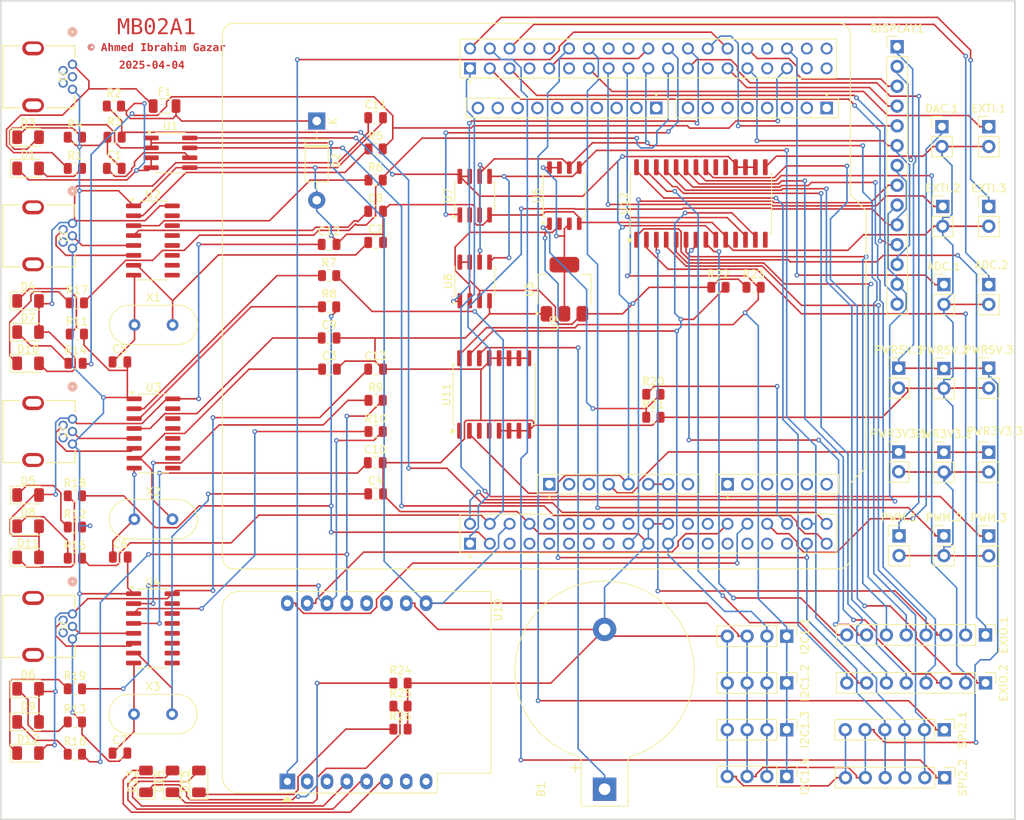
<source format=kicad_pcb>
(kicad_pcb (version 20240108) (generator "pcbnew") (generator_version "8.0")
  (layers (0 "F.Cu" signal) (31 "B.Cu" signal) (34 "B.Paste" user) (35 "F.Paste" user) (36 "B.SilkS" user "B.Silkscreen") (37 "F.SilkS" user "F.Silkscreen") (38 "B.Mask" user) (39 "F.Mask" user) (44 "Edge.Cuts" user))
  (net 0 "")
  (net 1 "D1+")
  (net 2 "GND")
  (net 4 "D1-")
  (net 5 "VBUS1")
  (net 7 "D2-")
  (net 8 "D2+")
  (net 9 "VBUS2")
  (net 10 "VBUS3")
  (net 11 "D3-")
  (net 12 "D3+")
  (net 14 "ADC1")
  (net 15 "ADC2")
  (net 16 "Net-(U1-FILTER)")
  (net 17 "Net-(U4-XI)")
  (net 18 "Net-(U4-XO)")
  (net 19 "Net-(U4-V3)")
  (net 20 "Net-(D1-A)")
  (net 21 "Net-(D12-K)")
  (net 22 "Net-(D14-K)")
  (net 23 "Net-(D14-A)")
  (net 24 "Net-(U2-RXD)")
  (net 25 "Net-(U2-TXD)")
  (net 28 "Net-(U2-V3)")
  (net 34 "Net-(U2-XO)")
  (net 35 "Net-(U2-XI)")
  (net 36 "Net-(U3-TXD)")
  (net 37 "Net-(U3-RXD)")
  (net 39 "Net-(U3-V3)")
  (net 41 "Net-(U3-XO)")
  (net 44 "Net-(U3-XI)")
  (net 48 "Net-(D1-K)")
  (net 49 "Net-(D15-A)")
  (net 50 "Net-(D3-K)")
  (net 51 "Net-(D4-K)")
  (net 52 "Net-(D5-K)")
  (net 53 "Net-(D6-K)")
  (net 54 "Net-(D7-K)")
  (net 55 "Net-(D8-K)")
  (net 56 "Net-(D9-K)")
  (net 57 "USART1_RX")
  (net 58 "USART1_TX")
  (net 59 "UART5_RX")
  (net 60 "UART5_TX")
  (net 61 "WUART1_RX")
  (net 62 "WUART1_TX")
  (net 63 "Net-(D10-K)")
  (net 64 "Net-(D11-K)")
  (net 65 "DAC_OUT")
  (net 66 "5V_REG")
  (net 67 "Net-(D15-K)")
  (net 68 "DISPL_MISO")
  (net 69 "DISPL_DC")
  (net 70 "DISPL_CS")
  (net 72 "W25Q64_NCS")
  (net 73 "DISPL_BNESS")
  (net 74 "DISPL_TIRQ")
  (net 75 "SPI2_MOSI")
  (net 76 "SPI2_SCK")
  (net 77 "SPI2_MISO")
  (net 78 "25LC256_NCS")
  (net 79 "DISPL_RST")
  (net 80 "25LC640_NCS")
  (net 81 "M5V")
  (net 82 "DISPL_MOSI")
  (net 83 "DISPL_SCK")
  (net 84 "W25Q64_NCS3V3")
  (net 85 "DISPL_TCH_CS")
  (net 86 "U_PWR_MEAS")
  (net 87 "I2C1_SDA")
  (net 88 "Net-(EXIO.1-Pin_2)")
  (net 89 "Net-(EXIO.1-Pin_6)")
  (net 90 "Net-(EXIO.1-Pin_7)")
  (net 91 "Net-(EXIO.1-Pin_3)")
  (net 92 "Net-(EXIO.1-Pin_1)")
  (net 93 "Net-(EXIO.1-Pin_8)")
  (net 94 "I2C1_SCL")
  (net 95 "Net-(EXIO.1-Pin_5)")
  (net 96 "Net-(EXIO.1-Pin_4)")
  (net 97 "Net-(EXIO.2-Pin_7)")
  (net 98 "Net-(EXIO.2-Pin_6)")
  (net 99 "Net-(EXIO.2-Pin_2)")
  (net 100 "Net-(EXIO.2-Pin_5)")
  (net 101 "Net-(EXIO.2-Pin_3)")
  (net 102 "Net-(EXIO.2-Pin_1)")
  (net 103 "UART4_TX")
  (net 104 "Net-(EXIO.2-Pin_8)")
  (net 105 "Net-(EXIO.2-Pin_4)")
  (net 106 "EXTI1")
  (net 107 "EXTI2")
  (net 108 "EXTI3")
  (net 109 "Net-(J1-VBUS)")
  (net 112 "PWM1")
  (net 113 "PWM2")
  (net 114 "PWM3")
  (net 115 "M3V3")
  (net 116 "WEMOS_RST")
  (net 117 "UART4_RX")
  (net 118 "Net-(U4-TXD)")
  (net 119 "Net-(U4-RXD)")
  (net 120 "SPI2_CS0")
  (net 121 "SPI2_CS1")
  (net 125 "I_PWR_MEAS")
  (net 130 "Net-(U5-VO)")
  (net 138 "Net-(U9C-CN6_GND-PadCN6_6)")
  (net 169 "Net-(U9B-CN10_GND-PadCN10_20)")
  (net 197 "Net-(U11-VBAT)")
  (net 198 "Net-(D13-K)")
  (net 199 "Net-(D13-A)")
  (footprint "Battery:BatteryHolder_Keystone_103_1x20mm" (layer "F.Cu") (at 155.5 148.5 90)
    (property "Reference" "B1")
    (property "Value" "BC2032-E2" (hide yes))
  )
  (footprint "Package_SO:SOIC-16_3.9x9.9mm_P1.27mm" (layer "F.Cu") (at 97.6 127.87)
    (property "Reference" "U4")
    (property "Value" "CH340G")
  )
  (footprint "Connector_PinHeader_2.54mm:PinHeader_1x02_P2.54mm_Vertical" (layer "F.Cu") (at 199 94.54)
    (property "Reference" "PWR5V.2")
    (property "Value" "Conn_01x02_Pin" (hide yes))
  )
  (footprint "Connector_PinHeader_2.54mm:PinHeader_1x04_P2.54mm_Vertical" (layer "F.Cu") (at 178.85 134.87 -90)
    (property "Reference" "I2C1.2")
    (property "Value" "Conn_01x04_Pin" (hide yes))
  )
  (footprint "RF_Module:WEMOS_D1_mini_light" (layer "F.Cu") (at 114.84 147.5 90)
    (property "Reference" "U10")
    (property "Value" "WEMOS_D1_mini")
  )
  (footprint "Capacitor_SMD:C_0805_2012Metric" (layer "F.Cu") (at 126.15 62.37)
    (property "Reference" "C11")
    (property "Value" "100n")
  )
  (footprint "USB_B_mini_th:54819-0519_MOL" (layer "F.Cu") (at 87.2909 126.0231 -90)
    (property "Reference" "J4")
    (property "Value" "USB B mini" (hide yes))
    (fp_line (start -2.1 5.5969) (end -2.1 4.4031) (stroke (width 0.762)) (layer "Edge.Cuts"))
    (fp_line (start 5.2 5.5969) (end 5.2 4.4031) (stroke (width 0.762)) (layer "Edge.Cuts"))
  )
  (footprint "Capacitor_SMD:C_0805_2012Metric" (layer "F.Cu") (at 120.1875 78.62)
    (property "Reference" "C12")
    (property "Value" "100n")
  )
  (footprint "Connector_PinHeader_2.54mm:PinHeader_1x06_P2.54mm_Vertical" (layer "F.Cu") (at 199.09 147.02 -90)
    (property "Reference" "SPI2.2")
    (property "Value" "Conn_01x06_Pin" (hide yes))
  )
  (footprint "Resistor_SMD:R_0805_2012Metric" (layer "F.Cu") (at 126.15 66.37)
    (property "Reference" "R5")
    (property "Value" "1k5")
  )
  (footprint "Package_SO:SOIC-28W_7.5x17.9mm_P1.27mm" (layer "F.Cu") (at 167.85 73.37 90)
    (property "Reference" "U12")
    (property "Value" "MCP23017_SO")
  )
  (footprint "Resistor_SMD:R_0805_2012Metric" (layer "F.Cu") (at 161.755 97.845)
    (property "Reference" "R20")
    (property "Value" "1k")
  )
  (footprint "Resistor_SMD:R_0805_2012Metric" (layer "F.Cu") (at 92.6 60.87)
    (property "Reference" "R2")
    (property "Value" "10k")
  )
  (footprint "Resistor_SMD:R_0805_2012Metric" (layer "F.Cu") (at 126.15 102.62)
    (property "Reference" "R10")
    (property "Value" "1k5")
  )
  (footprint "Capacitor_SMD:C_0805_2012Metric" (layer "F.Cu") (at 93.375 93.695)
    (property "Reference" "C5")
    (property "Value" "22p")
  )
  (footprint "Capacitor_SMD:C_0805_2012Metric" (layer "F.Cu") (at 126.15 78.37)
    (property "Reference" "C2")
    (property "Value" "22p")
  )
  (footprint "Connector_PinHeader_2.54mm:PinHeader_1x02_P2.54mm_Vertical" (layer "F.Cu") (at 193.2 105.235)
    (property "Reference" "PWR3V3.1")
    (property "Value" "Conn_01x02_Pin" (hide yes))
  )
  (footprint "Connector_PinHeader_2.54mm:PinHeader_1x02_P2.54mm_Vertical" (layer "F.Cu") (at 199 116)
    (property "Reference" "PWM.2")
    (property "Value" "Conn_01x02_Pin" (hide yes))
  )
  (footprint "USB_B_mini_th:54819-0519_MOL" (layer "F.Cu") (at 87.2909 55.5231 -90)
    (property "Reference" "J1")
    (property "Value" "USB B mini" (hide yes))
    (fp_line (start -2.1 5.5969) (end -2.1 4.4031) (stroke (width 0.762)) (layer "Edge.Cuts"))
    (fp_line (start 5.2 5.5969) (end 5.2 4.4031) (stroke (width 0.762)) (layer "Edge.Cuts"))
  )
  (footprint "Capacitor_SMD:C_0805_2012Metric" (layer "F.Cu") (at 126.15 110.62)
    (property "Reference" "C4")
    (property "Value" "22p")
  )
  (footprint "" (layer "F.Cu") (at 80.5 49.7)
    (property "Reference" "")
    (property "Value" "")
  )
  (footprint "LED_SMD:LED_1206_3216Metric" (layer "F.Cu") (at 81.6 68.87)
    (property "Reference" "D1")
    (property "Value" "LED")
  )
  (footprint "Resistor_SMD:R_0805_2012Metric" (layer "F.Cu") (at 129.3425 134.895)
    (property "Reference" "R24")
    (property "Value" "1k5")
  )
  (footprint "Connector_PinHeader_2.54mm:PinHeader_1x02_P2.54mm_Vertical" (layer "F.Cu") (at 204.75 105.275)
    (property "Reference" "PWR3V3.3")
    (property "Value" "Conn_01x02_Pin" (hide yes))
  )
  (footprint "LED_SMD:LED_1206_3216Metric" (layer "F.Cu") (at 100.11 147.5 90)
    (property "Reference" "D14")
    (property "Value" "LED" (hide yes))
  )
  (footprint "Crystal:Crystal_HC49-U_Vertical" (layer "F.Cu") (at 95.22 113.87)
    (property "Reference" "X2")
    (property "Value" "12 MHz")
  )
  (footprint "Connector_PinHeader_2.54mm:PinHeader_1x14_P2.54mm_Vertical" (layer "F.Cu") (at 193 53.255)
    (property "Reference" "DISPLAY1")
    (property "Value" "Conn_01x14_Pin" (hide yes))
  )
  (footprint "Package_SO:SOIC-16_3.9x9.9mm_P1.27mm" (layer "F.Cu") (at 97.6 78.12)
    (property "Reference" "U2")
    (property "Value" "CH340G")
  )
  (footprint "" (layer "F.Cu") (at 80.5 150)
    (property "Reference" "")
    (property "Value" "")
  )
  (footprint "LED_SMD:LED_1206_3216Metric" (layer "F.Cu") (at 81.6 89.87)
    (property "Reference" "D7")
    (property "Value" "LED" (hide yes))
  )
  (footprint "LED_SMD:LED_1206_3216Metric" (layer "F.Cu") (at 81.6 139.87)
    (property "Reference" "D9")
    (property "Value" "LED" (hide yes))
  )
  (footprint "Capacitor_SMD:C_0805_2012Metric" (layer "F.Cu") (at 120.2375 94.62)
    (property "Reference" "C3")
    (property "Value" "22p")
  )
  (footprint "Connector_PinHeader_2.54mm:PinHeader_1x02_P2.54mm_Vertical" (layer "F.Cu") (at 199 105.275)
    (property "Reference" "PWR3V3.2")
    (property "Value" "Conn_01x02_Pin" (hide yes))
  )
  (footprint "Connector_PinHeader_2.54mm:PinHeader_1x02_P2.54mm_Vertical" (layer "F.Cu") (at 198.75 63.525)
    (property "Reference" "DAC.1")
    (property "Value" "Conn_01x02_Pin" (hide yes))
  )
  (footprint "Package_SO:SOIC-16_3.9x9.9mm_P1.27mm" (layer "F.Cu") (at 97.67 102.87)
    (property "Reference" "U3")
    (property "Value" "CH340G")
  )
  (footprint "Connector_PinHeader_2.54mm:PinHeader_1x02_P2.54mm_Vertical" (layer "F.Cu") (at 198.85 73.75)
    (property "Reference" "EXTI.2")
    (property "Value" "Conn_01x02_Pin" (hide yes))
  )
  (footprint "Connector_PinHeader_2.54mm:PinHeader_1x08_P2.54mm_Vertical" (layer "F.Cu") (at 204.33 134.87 -90)
    (property "Reference" "EXIO.2")
    (property "Value" "Conn_01x08_Pin" (hide yes))
  )
  (footprint "Resistor_SMD:R_0805_2012Metric" (layer "F.Cu") (at 87.6875 93.87)
    (property "Reference" "R14")
    (property "Value" "1k5")
  )
  (footprint "Connector_PinHeader_2.54mm:PinHeader_1x02_P2.54mm_Vertical" (layer "F.Cu") (at 204.75 73.75)
    (property "Reference" "EXTI.3")
    (property "Value" "Conn_01x02_Pin" (hide yes))
  )
  (footprint "LED_SMD:LED_1206_3216Metric" (layer "F.Cu") (at 81.6 64.87)
    (property "Reference" "D3")
    (property "Value" "LED")
  )
  (footprint "USB_B_mini_th:54819-0519_MOL" (layer "F.Cu") (at 87.2909 75.92 -90)
    (property "Reference" "J2")
    (property "Value" "USB B mini" (hide yes))
    (fp_line (start -2.1 5.5969) (end -2.1 4.4031) (stroke (width 0.762)) (layer "Edge.Cuts"))
    (fp_line (start 5.2 5.5969) (end 5.2 4.4031) (stroke (width 0.762)) (layer "Edge.Cuts"))
  )
  (footprint "" (layer "F.Cu") (at 205.75 150)
    (property "Reference" "")
    (property "Value" "")
  )
  (footprint "Resistor_SMD:R_1206_3216Metric" (layer "F.Cu") (at 99.1 60.87)
    (property "Reference" "F1")
    (property "Value" "RKP-SMDB050")
  )
  (footprint "Package_SO:SOIC-8_3.9x4.9mm_P1.27mm" (layer "F.Cu") (at 99.85 66.87)
    (property "Reference" "U1")
    (property "Value" "ACS712-05B")
  )
  (footprint "Resistor_SMD:R_0805_2012Metric" (layer "F.Cu") (at 87.6 68.87)
    (property "Reference" "R1")
    (property "Value" "220R")
  )
  (footprint "Resistor_SMD:R_0805_2012Metric" (layer "F.Cu") (at 87.6 135.62)
    (property "Reference" "R19")
    (property "Value" "1k5")
  )
  (footprint "Capacitor_SMD:C_0805_2012Metric" (layer "F.Cu") (at 120.1875 90.62)
    (property "Reference" "C9")
    (property "Value" "100n")
  )
  (footprint "Connector_PinHeader_2.54mm:PinHeader_1x02_P2.54mm_Vertical" (layer "F.Cu") (at 193.2 94.5)
    (property "Reference" "PWR5V.1")
    (property "Value" "Conn_01x02_Pin" (hide yes))
  )
  (footprint "Connector_PinHeader_2.54mm:PinHeader_1x08_P2.54mm_Vertical" (layer "F.Cu") (at 204.33 128.72 -90)
    (property "Reference" "EXIO.1")
    (property "Value" "Conn_01x08_Pin" (hide yes))
  )
  (footprint "Connector_PinHeader_2.54mm:PinHeader_1x04_P2.54mm_Vertical" (layer "F.Cu") (at 178.85 146.87 -90)
    (property "Reference" "I2C1.4")
    (property "Value" "Conn_01x04_Pin" (hide yes))
  )
  (footprint "Connector_PinHeader_2.54mm:PinHeader_1x02_P2.54mm_Vertical" (layer "F.Cu") (at 204.75 63.525)
    (property "Reference" "EXTI.1")
    (property "Value" "Conn_01x02_Pin" (hide yes))
  )
  (footprint "Capacitor_SMD:C_0805_2012Metric" (layer "F.Cu") (at 126.15 74.37)
    (property "Reference" "C8")
    (property "Value" "100n")
  )
  (footprint "Connector_PinHeader_2.54mm:PinHeader_1x02_P2.54mm_Vertical" (layer "F.Cu") (at 204.75 116.025)
    (property "Reference" "PWM.3")
    (property "Value" "Conn_01x02_Pin" (hide yes))
  )
  (footprint "Capacitor_SMD:C_0805_2012Metric" (layer "F.Cu") (at 93.42 118.7231)
    (property "Reference" "C6")
    (property "Value" "22p")
  )
  (footprint "Resistor_SMD:R_0805_2012Metric" (layer "F.Cu") (at 161.755 100.795)
    (property "Reference" "R21")
    (property "Value" "2k")
  )
  (footprint "Capacitor_SMD:C_0805_2012Metric" (layer "F.Cu") (at 92.65 68.87)
    (property "Reference" "C1")
    (property "Value" "1n")
  )
  (footprint "LED_SMD:LED_1206_3216Metric" (layer "F.Cu") (at 81.6 85.87)
    (property "Reference" "D4")
    (property "Value" "LED" (hide yes))
  )
  (footprint "Resistor_SMD:R_0805_2012Metric" (layer "F.Cu") (at 170.1 84.12)
    (property "Reference" "R22")
    (property "Value" "4k7")
  )
  (footprint "Package_SO:SOIC-8_3.9x4.9mm_P1.27mm" (layer "F.Cu") (at 138.85 72.37 90)
    (property "Reference" "U7")
    (property "Value" "25LC256")
  )
  (footprint "LED_SMD:LED_1206_3216Metric" (layer "F.Cu") (at 81.6 118.7669)
    (property "Reference" "D11")
    (property "Value" "LED" (hide yes))
  )
  (footprint "Resistor_SMD:R_0805_2012Metric" (layer "F.Cu") (at 129.3425 140.795)
    (property "Reference" "R26")
    (property "Value" "1k5")
  )
  (footprint "Package_SO:SOIC-8_5.23x5.23mm_P1.27mm" (layer "F.Cu") (at 150.35 72.37 90)
    (property "Reference" "U6")
    (property "Value" "W25Q64JVS")
  )
  (footprint "Resistor_SMD:R_0805_2012Metric" (layer "F.Cu") (at 87.85 90.12)
    (property "Reference" "R11")
    (property "Value" "1k5")
  )
  (footprint "" (layer "F.Cu") (at 205.75 50)
    (property "Reference" "")
    (property "Value" "")
  )
  (footprint "Resistor_SMD:R_0805_2012Metric" (layer "F.Cu") (at 87.6 118.87)
    (property "Reference" "R15")
    (property "Value" "1k5")
  )
  (footprint "Resistor_SMD:R_0805_2012Metric" (layer "F.Cu") (at 92.6875 64.87)
    (property "Reference" "R3")
    (property "Value" "10k")
  )
  (footprint "Diode_THT:D_DO-41_SOD81_P10.16mm_Horizontal" (layer "F.Cu") (at 118.6 62.79 -90)
    (property "Reference" "D2")
    (property "Value" "1N4001")
  )
  (footprint "Crystal:Crystal_HC49-U_Vertical" (layer "F.Cu") (at 95.245 88.945)
    (property "Reference" "X1")
    (property "Value" "12 MHz")
  )
  (footprint "Connector_PinHeader_2.54mm:PinHeader_1x04_P2.54mm_Vertical" (layer "F.Cu") (at 178.85 128.87 -90)
    (property "Reference" "I2C1.1")
    (property "Value" "Conn_01x04_Pin" (hide yes))
  )
  (footprint "LED_SMD:LED_1206_3216Metric" (layer "F.Cu") (at 81.6 110.7669)
    (property "Reference" "D5")
    (property "Value" "LED" (hide yes))
  )
  (footprint "Crystal:Crystal_HC49-U_Vertical" (layer "F.Cu") (at 95.175 138.87)
    (property "Reference" "X3")
    (property "Value" "12 MHz")
  )
  (footprint "Connector_PinHeader_2.54mm:PinHeader_1x02_P2.54mm_Vertical" (layer "F.Cu") (at 199 83.775)
    (property "Reference" "ADC.1")
    (property "Value" "Conn_01x02_Pin" (hide yes))
  )
  (footprint "Connector_PinHeader_2.54mm:PinHeader_1x02_P2.54mm_Vertical" (layer "F.Cu") (at 204.75 83.775)
    (property "Reference" "ADC.2")
    (property "Value" "Conn_01x02_Pin" (hide yes))
  )
  (footprint "Resistor_SMD:R_0805_2012Metric" (layer "F.Cu") (at 174.6 84.12)
    (property "Reference" "R23")
    (property "Value" "4k7")
  )
  (footprint "LED_SMD:LED_1206_3216Metric" (layer "F.Cu") (at 81.6 114.7669)
    (property "Reference" "D8")
    (property "Value" "LED" (hide yes))
  )
  (footprint "LED_SMD:LED_1206_3216Metric" (layer "F.Cu") (at 81.6 143.87)
    (property "Reference" "D12")
    (property "Value" "LED" (hide yes))
  )
  (footprint "Resistor_SMD:R_0805_2012Metric" (layer "F.Cu") (at 120.1875 86.62)
    (property "Reference" "R8")
    (property "Value" "1k5")
  )
  (footprint "Connector_PinHeader_2.54mm:PinHeader_1x02_P2.54mm_Vertical" (layer "F.Cu") (at 193.25 116)
    (property "Reference" "PWM.1")
    (property "Value" "Conn_01x02_Pin" (hide yes))
  )
  (footprint "LED_SMD:LED_1206_3216Metric" (layer "F.Cu") (at 81.6 93.87)
    (property "Reference" "D10")
    (property "Value" "LED" (hide yes))
  )
  (footprint "Package_SO:SOIC-8_3.9x4.9mm_P1.27mm" (layer "F.Cu") (at 138.85 83.37 90)
    (property "Reference" "U8")
    (property "Value" "25LC640")
  )
  (footprint "Resistor_SMD:R_0805_2012Metric" (layer "F.Cu") (at 87.6 64.87)
    (property "Reference" "R4")
    (property "Value" "1k5")
  )
  (footprint "NUCLEO-F446RE:MODULE_NUCLEO-F446RE" (layer "F.Cu") (at 147.76 85.25 90)
    (property "Reference" "U9")
    (property "Value" "NUCLEO-F446RE")
  )
  (footprint "Resistor_SMD:R_0805_2012Metric" (layer "F.Cu") (at 87.6 110.87)
    (property "Reference" "R18")
    (property "Value" "1k5")
  )
  (footprint "Resistor_SMD:R_0805_2012Metric" (layer "F.Cu") (at 126.15 70.37)
    (property "Reference" "R6")
    (property "Value" "1k5")
  )
  (footprint "Resistor_SMD:R_0805_2012Metric" (layer "F.Cu") (at 87.6 144.02)
    (property "Reference" "R16")
    (property "Value" "1k5")
  )
  (footprint "Resistor_SMD:R_0805_2012Metric" (layer "F.Cu") (at 87.85 86.12)
    (property "Reference" "R17")
    (property "Value" "1k5")
  )
  (footprint "Capacitor_SMD:C_0805_2012Metric" (layer "F.Cu") (at 93.375 143.87)
    (property "Reference" "C7")
    (property "Value" "22p")
  )
  (footprint "Resistor_SMD:R_0805_2012Metric" (layer "F.Cu") (at 126.15 98.62)
    (property "Reference" "R9")
    (property "Value" "1k5")
  )
  (footprint "Connector_PinHeader_2.54mm:PinHeader_1x02_P2.54mm_Vertical" (layer "F.Cu") (at 204.75 94.5)
    (property "Reference" "PWR5V.3")
    (property "Value" "Conn_01x02_Pin" (hide yes))
  )
  (footprint "LED_SMD:LED_1206_3216Metric" (layer "F.Cu") (at 81.6 135.62)
    (property "Reference" "D6")
    (property "Value" "LED" (hide yes))
  )
  (footprint "Resistor_SMD:R_0805_2012Metric" (layer "F.Cu") (at 120.1875 82.62)
    (property "Reference" "R7")
    (property "Value" "1k5")
  )
  (footprint "Connector_PinHeader_2.54mm:PinHeader_1x06_P2.54mm_Vertical" (layer "F.Cu") (at 199.05 140.87 -90)
    (property "Reference" "SPI2.1")
    (property "Value" "Conn_01x06_Pin" (hide yes))
  )
  (footprint "Resistor_SMD:R_0805_2012Metric" (layer "F.Cu") (at 129.3425 137.845)
    (property "Reference" "R25")
    (property "Value" "1k5")
  )
  (footprint "USB_B_mini_th:54819-0519_MOL" (layer "F.Cu") (at 87.2909 101.0231 -90)
    (property "Reference" "J3")
    (property "Value" "USB B mini" (hide yes))
    (fp_line (start -2.1 5.5969) (end -2.1 4.4031) (stroke (width 0.762)) (layer "Edge.Cuts"))
    (fp_line (start 5.2 5.5969) (end 5.2 4.4031) (stroke (width 0.762)) (layer "Edge.Cuts"))
  )
  (footprint "Resistor_SMD:R_0805_2012Metric" (layer "F.Cu") (at 87.6 114.87)
    (property "Reference" "R12")
    (property "Value" "1k5")
  )
  (footprint "LED_SMD:LED_1206_3216Metric" (layer "F.Cu") (at 103.5 147.5 90)
    (property "Reference" "D15")
    (property "Value" "LED" (hide yes))
  )
  (footprint "Capacitor_SMD:C_0805_2012Metric" (layer "F.Cu") (at 126.1 106.62)
    (property "Reference" "C10")
    (property "Value" "100n")
  )
  (footprint "Capacitor_SMD:C_0805_2012Metric" (layer "F.Cu") (at 126.15 94.62)
    (property "Reference" "C13")
    (property "Value" "100n")
  )
  (footprint "Connector_PinHeader_2.54mm:PinHeader_1x04_P2.54mm_Vertical" (layer "F.Cu") (at 178.85 140.87 -90)
    (property "Reference" "I2C1.3")
    (property "Value" "Conn_01x04_Pin" (hide yes))
  )
  (footprint "Resistor_SMD:R_0805_2012Metric" (layer "F.Cu") (at 87.6 139.87)
    (property "Reference" "R13")
    (property "Value" "1k5")
  )
  (footprint "LED_SMD:LED_1206_3216Metric" (layer "F.Cu") (at 96.72 147.5 90)
    (property "Reference" "D13")
    (property "Value" "LED" (hide yes))
  )
  (footprint "Package_SO:SOIC-16W_7.5x10.3mm_P1.27mm" (layer "F.Cu") (at 141.35 97.87 90)
    (property "Reference" "U11")
    (property "Value" "DS3231M")
  )
  (footprint "Package_TO_SOT_SMD:SOT-223-3_TabPin2" (layer "F.Cu") (at 150.35 84.37 90)
    (property "Reference" "U5")
    (property "Value" "AMS1117-3.3")
  )
  (gr_rect (start 78.1 47.37) (end 208.1 152.37) (stroke (width 0.2)) (fill none) (layer "Edge.Cuts"))
  (gr_text "© Ahmed Ibrahim Gazar" (at 89.25 54 0) (layer "F.Cu") (effects (font (size 1 1) (thickness 0.25) (bold yes)) (justify left bottom)))
  (gr_text "MB02A1" (at 93 52 0) (layer "F.Cu") (effects (font (size 2 2) (thickness 0.25)) (justify left bottom)))
  (gr_text "2025-04-04" (at 93.25 56.25 0) (layer "F.Cu") (effects (font (size 1 1) (thickness 0.25) (bold yes)) (justify left bottom)))
  (segment (start 88.5259 78.755) (end 95.125 78.755) (width 0.2) (layer "F.Cu") (net 1))
  (segment (start 87.2909 77.52) (end 88.5259 78.755) (width 0.2) (layer "F.Cu") (net 1))
  (segment (start 194.3671 97.08) (end 197.8483 97.08) (width 0.2) (layer "F.Cu") (net 2))
  (segment (start 120.4662 77.4823) (end 121.3707 78.3868) (width 0.2) (layer "F.Cu") (net 2))
  (segment (start 137.655 90.62) (end 126.0715 90.62) (width 0.2) (layer "F.Cu") (net 2))
  (segment (start 87.7398 65.9223) (end 88.1895 65.9223) (width 0.2) (layer "F.Cu") (net 2))
  (segment (start 193.2 97.04) (end 194.3517 97.04) (width 0.2) (layer "F.Cu") (net 2))
  (segment (start 151.5154 74.4433) (end 152.255 75.1829) (width 0.2) (layer "F.Cu") (net 2))
  (segment (start 94.325 98.2538) (end 91.263 98.2538) (width 0.2) (layer "F.Cu") (net 2))
  (segment (start 140.755 87.52) (end 140.755 85.845) (width 0.2) (layer "F.Cu") (net 2))
  (segment (start 148.615 134.895) (end 130.255 134.895) (width 0.2) (layer "F.Cu") (net 2))
  (segment (start 127.1 74.37) (end 127.9534 73.5166) (width 0.2) (layer "F.Cu") (net 2))
  (segment (start 95.125 73.675) (end 95.693 73.675) (width 0.2) (layer "F.Cu") (net 2))
  (segment (start 100.5929 68.775) (end 102.325 68.775) (width 0.2) (layer "F.Cu") (net 2))
  (segment (start 139.6473 94.62) (end 139.6473 101.1927) (width 0.2) (layer "F.Cu") (net 2))
  (segment (start 146.4199 101.4145) (end 146.1981 101.1927) (width 0.2) (layer "F.Cu") (net 2))
  (segment (start 193.25 118.54) (end 199 118.54) (width 0.2) (layer "F.Cu") (net 2))
  (segment (start 146.1981 101.1927) (end 139.6473 101.1927) (width 0.2) (layer "F.Cu") (net 2))
  (segment (start 204.75 107.815) (end 199 107.815) (width 0.2) (layer "F.Cu") (net 2))
  (segment (start 88.5125 139.87) (end 87.2979 138.6554) (width 0.2) (layer "F.Cu") (net 2))
  (segment (start 138.85 75.8459) (end 139.1298 76.1257) (width 0.2) (layer "F.Cu") (net 2))
  (segment (start 91.775 67.045) (end 93.6 68.87) (width 0.2) (layer "F.Cu") (net 2))
  (segment (start 95.693 73.675) (end 100.5929 68.7751) (width 0.2) (layer "F.Cu") (net 2))
  (segment (start 171.025 77.5548) (end 169.274 75.8038) (width 0.2) (layer "F.Cu") (net 2))
  (segment (start 193.2 107.775) (end 194.3517 107.775) (width 0.2) (layer "F.Cu") (net 2))
  (segment (start 122.4373 77.3202) (end 121.3707 78.3868) (width 0.2) (layer "F.Cu") (net 2))
  (segment (start 137.54 101.4286) (end 137.54 103.5645) (width 0.2) (layer "F.Cu") (net 2))
  (segment (start 152.4212 75.8038) (end 152.255 75.97) (width 0.2) (layer "F.Cu") (net 2))
  (segment (start 144.525 102.52) (end 143.255 102.52) (width 0.2) (layer "F.Cu") (net 2))
  (segment (start 127.05 106.62) (end 127.1 106.67) (width 0.2) (layer "F.Cu") (net 2))
  (segment (start 127.1 94.62) (end 126.0715 93.5915) (width 0.2) (layer "F.Cu") (net 2))
  (segment (start 194.3917 107.815) (end 194.3517 107.775) (width 0.2) (layer "F.Cu") (net 2))
  (segment (start 146.4199 101.8192) (end 161.6433 101.8192) (width 0.2) (layer "F.Cu") (net 2))
  (segment (start 118.41 68.775) (end 121.2576 68.775) (width 0.2) (layer "F.Cu") (net 2))
  (segment (start 126.0715 90.62) (end 126.0715 93.5915) (width 0.2) (layer "F.Cu") (net 2))
  (segment (start 94.37 118.7231) (end 94.37 122.67) (width 0.2) (layer "F.Cu") (net 2))
  (segment (start 94.325 94.7806) (end 92.001 94.7806) (width 0.2) (layer "F.Cu") (net 2))
  (segment (start 196.6033 77.385) (end 197.6983 76.29) (width 0.2) (layer "F.Cu") (net 2))
  (segment (start 140.755 75.2795) (end 140.755 74.845) (width 0.2) (layer "F.Cu") (net 2))
  (segment (start 138.5608 73.5166) (end 138.85 73.8058) (width 0.2) (layer "F.Cu") (net 2))
  (segment (start 87.2979 138.6554) (end 87.2909 138.6554) (width 0.2) (layer "F.Cu") (net 2))
  (segment (start 144.525 102.52) (end 145.795 102.52) (width 0.2) (layer "F.Cu") (net 2))
  (segment (start 143.255 93.22) (end 144.525 93.22) (width 0.2) (layer "F.Cu") (net 2))
  (segment (start 129.2909 112.8912) (end 127.1 110.7003) (width 0.2) (layer "F.Cu") (net 2))
  (segment (start 127.1 74.37) (end 127.1 77.3202) (width 0.2) (layer "F.Cu") (net 2))
  (segment (start 146.4199 101.8192) (end 146.4199 101.4145) (width 0.2) (layer "F.Cu") (net 2))
  (segment (start 94.37 122.67) (end 95.125 123.425) (width 0.2) (layer "F.Cu") (net 2))
  (segment (start 177.5213 67.3037) (end 194.7739 67.3037) (width 0.2) (layer "F.Cu") (net 2))
  (segment (start 89.5491 114.7162) (end 88.6663 114.7162) (width 0.2) (layer "F.Cu") (net 2))
  (segment (start 127.1 77.3202) (end 127.1 78.37) (width 0.2) (layer "F.Cu") (net 2))
  (segment (start 122.216 93.5915) (end 121.1875 94.62) (width 0.2) (layer "F.Cu") (net 2))
  (segment (start 199 107.815) (end 194.3917 107.815) (width 0.2) (layer "F.Cu") (net 2))
  (segment (start 176.105 68.72) (end 177.5213 67.3037) (width 0.2) (layer "F.Cu") (net 2))
  (segment (start 141.985 102.52) (end 143.255 102.52) (width 0.2) (layer "F.Cu") (net 2))
  (segment (start 139.7603 94.62) (end 139.6473 94.62) (width 0.2) (layer "F.Cu") (net 2))
  (segment (start 188.68 77.385) (end 196.6033 77.385) (width 0.2) (layer "F.Cu") (net 2))
  (segment (start 86.6875 64.87) (end 87.7398 65.9223) (width 0.2) (layer "F.Cu") (net 2))
  (segment (start 161.6433 101.8192) (end 162.6675 100.795) (width 0.2) (layer "F.Cu") (net 2))
  (segment (start 194.3671 97.5185) (end 194.3671 97.08) (width 0.2) (layer "F.Cu") (net 2))
  (segment (start 127.1 110.7003) (end 127.1 110.62) (width 0.2) (layer "F.Cu") (net 2))
  (segment (start 155.5 128.01) (end 148.615 134.895) (width 0.2) (layer "F.Cu") (net 2))
  (segment (start 162.6675 100.795) (end 191.0906 100.795) (width 0.2) (layer "F.Cu") (net 2))
  (segment (start 147.5015 74.845) (end 147.9032 74.4433) (width 0.2) (layer "F.Cu") (net 2))
  (segment (start 139.1298 76.1257) (end 139.9088 76.1257) (width 0.2) (layer "F.Cu") (net 2))
  (segment (start 140.755 87.52) (end 137.655 90.62) (width 0.2) (layer "F.Cu") (net 2))
  (segment (start 88.5125 141.466) (end 88.5125 139.87) (width 0.2) (layer "F.Cu") (net 2))
  (segment (start 194.7739 67.3037) (end 196.3596 67.3037) (width 0.2) (layer "F.Cu") (net 2))
  (segment (start 95.125 123.425) (end 88.2013 123.425) (width 0.2) (layer "F.Cu") (net 2))
  (segment (start 131.1817 125.0531) (end 134.1386 128.01) (width 0.2) (layer "F.Cu") (net 2))
  (segment (start 173.3159 148.0727) (end 172.3817 147.1385) (width 0.2) (layer "F.Cu") (net 2))
  (segment (start 204.75 118.565) (end 200.1767 118.565) (width 0.2) (layer "F.Cu") (net 2))
  (segment (start 171.23 146.87) (end 172.3817 146.87) (width 0.2) (layer "F.Cu") (net 2))
  (segment (start 137.54 103.5645) (end 134.4845 106.62) (width 0.2) (layer "F.Cu") (net 2))
  (segment (start 131.1817 124.64) (end 131.1817 125.0531) (width 0.2) (layer "F.Cu") (net 2))
  (segment (start 191.0906 100.795) (end 194.3671 97.5185) (width 0.2) (layer "F.Cu") (net 2))
  (segment (start 88.1895 71.7318) (end 93.1818 71.7318) (width 0.2) (layer "F.Cu") (net 2))
  (segment (start 127.9534 73.5166) (end 138.5608 73.5166) (width 0.2) (layer "F.Cu") (net 2))
  (segment (start 198.75 66.065) (end 197.5983 66.065) (width 0.2) (layer "F.Cu") (net 2))
  (segment (start 91.9671 144.9206) (end 88.5125 141.466) (width 0.2) (layer "F.Cu") (net 2))
  (segment (start 199 118.54) (end 200.1517 118.54) (width 0.2) (layer "F.Cu") (net 2))
  (segment (start 184.1856 148.0727) (end 173.3159 148.0727) (width 0.2) (layer "F.Cu") (net 2))
  (segment (start 127.1 77.3202) (end 122.4373 77.3202) (width 0.2) (layer "F.Cu") (net 2))
  (segment (start 95.195 98.425) (end 95.0238 98.2538) (width 0.2) (layer "F.Cu") (net 2))
  (segment (start 198.85 76.29) (end 197.6983 76.29) (width 0.2) (layer "F.Cu") (net 2))
  (segment (start 169.274 75.8038) (end 152.4212 75.8038) (width 0.2) (layer "F.Cu") (net 2))
  (segment (start 94.325 143.87) (end 93.2744 144.9206) (width 0.2) (layer "F.Cu") (net 2))
  (segment (start 199 97.08) (end 200.1517 97.08) (width 0.2) (layer "F.Cu") (net 2))
  (segment (start 146.4199 101.8951) (end 146.4199 101.8192) (width 0.2) (layer "F.Cu") (net 2))
  (segment (start 139.6473 94.62) (end 127.1 94.62) (width 0.2) (layer "F.Cu") (net 2))
  (segment (start 161.11 117) (end 159.84 115.73) (width 0.2) (layer "F.Cu") (net 2))
  (segment (start 92.001 94.7806) (end 88.7625 91.5421) (width 0.2) (layer "F.Cu") (net 2))
  (segment (start 91.775 64.87) (end 91.775 67.045) (width 0.2) (layer "F.Cu") (net 2))
  (segment (start 194.3671 97.08) (end 194.3517 97.0646) (width 0.2) (layer "F.Cu") (net 2))
  (segment (start 139.6473 101.1927) (end 137.7759 101.1927) (width 0.2) (layer "F.Cu") (net 2))
  (segment (start 171.025 78.02) (end 171.025 77.5548) (width 0.2) (layer "F.Cu") (net 2))
  (segment (start 171.025 78.02) (end 171.025 78.4238) (width 0.2) (layer "F.Cu") (net 2))
  (segment (start 194.3517 97.0646) (end 194.3517 97.04) (width 0.2) (layer "F.Cu") (net 2))
  (segment (start 152.255 75.1829) (end 152.255 75.97) (width 0.2) (layer "F.Cu") (net 2))
  (segment (start 156.36 128.87) (end 155.5 128.01) (width 0.2) (layer "F.Cu") (net 2))
  (segment (start 147.14 115.73) (end 145.87 114.46) (width 0.2) (layer "F.Cu") (net 2))
  (segment (start 102.325 68.775) (end 118.41 68.775) (width 0.2) (layer "F.Cu") (net 2))
  (segment (start 171.9771 79.3759) (end 186.6891 79.3759) (width 0.2) (layer "F.Cu") (net 2))
  (segment (start 126.0715 90.62) (end 121.1375 90.62) (width 0.2) (layer "F.Cu") (net 2))
  (segment (start 144.3012 112.8912) (end 129.2909 112.8912) (width 0.2) (layer "F.Cu") (net 2))
  (segment (start 130.255 137.845) (end 130.255 140.795) (width 0.2) (layer "F.Cu") (net 2))
  (segment (start 140.715 93.22) (end 141.985 93.22) (width 0.2) (layer "F.Cu") (net 2))
  (segment (start 186.6891 79.3759) (end 188.68 77.385) (width 0.2) (layer "F.Cu") (net 2))
  (segment (start 171.23 128.87) (end 156.36 128.87) (width 0.2) (layer "F.Cu") (net 2))
  (segment (start 194.7739 67.3037) (end 194.7739 67.7698) (width 0.2) (layer "F.Cu") (net 2))
  (segment (start 200.1767 118.565) (end 200.1517 118.54) (width 0.2) (layer "F.Cu") (net 2))
  (segment (start 204.75 97.04) (end 200.1917 97.04) (width 0.2) (layer "F.Cu") (net 2))
  (segment (start 88.6663 114.7162) (end 88.5125 114.87) (width 0.2) (layer "F.Cu") (net 2))
  (segment (start 145.795 102.52) (end 146.4199 101.8951) (width 0.2) (layer "F.Cu") (net 2))
  (segment (start 145.87 114.46) (end 144.3012 112.8912) (width 0.2) (layer "F.Cu") (net 2))
  (segment (start 140.715 93.6653) (end 139.7603 94.62) (width 0.2) (layer "F.Cu") (net 2))
  (segment (start 126.0715 93.5915) (end 122.216 93.5915) (width 0.2) (layer "F.Cu") (net 2))
  (segment (start 163.65 114.46) (end 161.11 114.46) (width 0.2) (layer "F.Cu") (net 2))
  (segment (start 88.7625 91.5421) (end 88.7625 90.12) (width 0.2) (layer "F.Cu") (net 2))
  (segment (start 139.9088 76.1257) (end 140.755 75.2795) (width 0.2) (layer "F.Cu") (net 2))
  (segment (start 140.715 93.22) (end 140.715 93.6653) (width 0.2) (layer "F.Cu") (net 2))
  (segment (start 94.325 93.695) (end 94.325 94.7806) (width 0.2) (layer "F.Cu") (net 2))
  (segment (start 134.1386 128.01) (end 155.5 128.01) (width 0.2) (layer "F.Cu") (net 2))
  (segment (start 196.3596 67.3037) (end 197.5983 66.065) (width 0.2) (layer "F.Cu") (net 2))
  (segment (start 204.75 86.315) (end 199 86.315) (width 0.2) (layer "F.Cu") (net 2))
  (segment (start 141.985 93.22) (end 143.255 93.22) (width 0.2) (layer "F.Cu") (net 2))
  (segment (start 147.9032 74.4433) (end 151.5154 74.4433) (width 0.2) (layer "F.Cu") (net 2))
  (segment (start 140.755 74.845) (end 147.5015 74.845) (width 0.2) (layer "F.Cu") (net 2))
  (segment (start 121.2576 68.775) (end 127.1 62.9326) (width 0.2) (layer "F.Cu") (net 2))
  (segment (start 134.4845 106.62) (end 127.05 106.62) (width 0.2) (layer "F.Cu") (net 2))
  (segment (start 130.255 137.845) (end 130.255 134.895) (width 0.2) (layer "F.Cu") (net 2))
  (segment (start 171.025 78.4238) (end 171.9771 79.3759) (width 0.2) (layer "F.Cu") (net 2))
  (segment (start 159.84 115.73) (end 147.14 115.73) (width 0.2) (layer "F.Cu") (net 2))
  (segment (start 90.7227 65.9223) (end 91.775 64.87) (width 0.2) (layer "F.Cu") (net 2))
  (segment (start 121.3707 78.3868) (end 121.1375 78.62) (width 0.2) (layer "F.Cu") (net 2))
  (segment (start 88.1895 65.9223) (end 90.7227 65.9223) (width 0.2) (layer "F.Cu") (net 2))
  (segment (start 95.0238 98.2538) (end 94.325 98.2538) (width 0.2) (layer "F.Cu") (net 2))
  (segment (start 94.325 98.2538) (end 94.325 94.7806) (width 0.2) (layer "F.Cu") (net 2))
  (segment (start 93.2744 144.9206) (end 91.9671 144.9206) (width 0.2) (layer "F.Cu") (net 2))
  (segment (start 93.1818 71.7318) (end 95.125 73.675) (width 0.2) (layer "F.Cu") (net 2))
  (segment (start 138.85 73.8058) (end 138.85 75.8459) (width 0.2) (layer "F.Cu") (net 2))
  (segment (start 185.2383 147.02) (end 184.1856 148.0727) (width 0.2) (layer "F.Cu") (net 2))
  (segment (start 204.75 66.065) (end 198.75 66.065) (width 0.2) (layer "F.Cu") (net 2))
  (segment (start 127.1 106.67) (end 127.1 110.62) (width 0.2) (layer "F.Cu") (net 2))
  (segment (start 148.05 87.52) (end 140.755 87.52) (width 0.2) (layer "F.Cu") (net 2))
  (segment (start 186.39 147.02) (end 185.2383 147.02) (width 0.2) (layer "F.Cu") (net 2))
  (segment (start 127.1 62.9326) (end 127.1 62.37) (width 0.2) (layer "F.Cu") (net 2))
  (segment (start 137.7759 101.1927) (end 137.54 101.4286) (width 0.2) (layer "F.Cu") (net 2))
  (segment (start 204.75 76.29) (end 198.85 76.29) (width 0.2) (layer "F.Cu") (net 2))
  (segment (start 172.3817 147.1385) (end 172.3817 146.87) (width 0.2) (layer "F.Cu") (net 2))
  (segment (start 88.1895 65.9223) (end 88.1895 66.0973) (width 0.2) (layer "F.Cu") (net 2))
  (segment (start 100.5929 68.7751) (end 100.5929 68.775) (width 0.2) (layer "F.Cu") (net 2))
  (segment (start 130.08 124.64) (end 131.1817 124.64) (width 0.2) (layer "F.Cu") (net 2))
  (segment (start 144.525 93.22) (end 145.795 93.22) (width 0.2) (layer "F.Cu") (net 2))
  (segment (start 200.1917 97.04) (end 200.1517 97.08) (width 0.2) (layer "F.Cu") (net 2))
  (segment (start 199 97.08) (end 197.8483 97.08) (width 0.2) (layer "F.Cu") (net 2))
  (via (at 88.2013 123.425) (size 0.6) (drill 0.3) (layers "F.Cu" "B.Cu") (net 2))
  (via (at 194.7739 67.7698) (size 0.6) (drill 0.3) (layers "F.Cu" "B.Cu") (net 2))
  (via (at 87.2909 138.6554) (size 0.6) (drill 0.3) (layers "F.Cu" "B.Cu") (net 2))
  (via (at 88.1895 71.7318) (size 0.6) (drill 0.3) (layers "F.Cu" "B.Cu") (net 2))
  (via (at 91.263 98.2538) (size 0.6) (drill 0.3) (layers "F.Cu" "B.Cu") (net 2))
  (via (at 89.5491 114.7162) (size 0.6) (drill 0.3) (layers "F.Cu" "B.Cu") (net 2))
  (via (at 88.1895 66.0973) (size 0.6) (drill 0.3) (layers "F.Cu" "B.Cu") (net 2))
  (via (at 118.41 68.775) (size 0.6) (drill 0.3) (layers "F.Cu" "B.Cu") (net 2))
  (via (at 120.4662 77.4823) (size 0.6) (drill 0.3) (layers "F.Cu" "B.Cu") (net 2))
  (segment (start 118.6 72.95) (end 118.6 71.5483) (width 0.2) (layer "B.Cu") (net 2))
  (segment (start 200.1517 106.4237) (end 200.0509 106.5245) (width 0.2) (layer "B.Cu") (net 2))
  (segment (start 88.1895 78.2214) (end 87.2909 79.12) (width 0.2) (layer "B.Cu") (net 2))
  (segment (start 200.1633 88.63) (end 200.1633 95.5401) (width 0.2) (layer "B.Cu") (net 2))
  (segment (start 199.7918 117.3883) (end 200.1517 117.0284) (width 0.2) (layer "B.Cu") (net 2))
  (segment (start 199 117.3883) (end 199.7918 117.3883) (width 0.2) (layer "B.Cu") (net 2))
  (segment (start 199.7751 95.9283) (end 199 95.9283) (width 0.2) (layer "B.Cu") (net 2))
  (segment (start 118.6 71.5483) (end 118.41 71.3583) (width 0.2) (layer "B.Cu") (net 2))
  (segment (start 199 86.315) (end 199 87.4667) (width 0.2) (layer "B.Cu") (net 2))
  (segment (start 88.2013 123.425) (end 88.2013 128.3127) (width 0.2) (layer "B.Cu") (net 2))
  (segment (start 118.6 74.3517) (end 120.4662 76.2179) (width 0.2) (layer "B.Cu") (net 2))
  (segment (start 199 85.9778) (end 199 86.315) (width 0.2) (layer "B.Cu") (net 2))
  (segment (start 199 96.5041) (end 199 97.08) (width 0.2) (layer "B.Cu") (net 2))
  (segment (start 200.1517 78.7434) (end 200.1517 84.8261) (width 0.2) (layer "B.Cu") (net 2))
  (segment (start 118.6 72.95) (end 118.6 74.3517) (width 0.2) (layer "B.Cu") (net 2))
  (segment (start 199 96.5041) (end 199 95.9283) (width 0.2) (layer "B.Cu") (net 2))
  (segment (start 88.2013 114.7162) (end 88.2013 105.1335) (width 0.2) (layer "B.Cu") (net 2))
  (segment (start 171.23 146.87) (end 171.23 140.87) (width 0.2) (layer "B.Cu") (net 2))
  (segment (start 194.3898 58.068) (end 194.3898 67.3857) (width 0.2) (layer "B.Cu") (net 2))
  (segment (start 118.41 71.3583) (end 118.41 68.775) (width 0.2) (layer "B.Cu") (net 2))
  (segment (start 186.35 140.87) (end 186.35 142.0217) (width 0.2) (layer "B.Cu") (net 2))
  (segment (start 199 98.2317) (end 200.1517 99.3834) (width 0.2) (layer "B.Cu") (net 2))
  (segment (start 87.2909 58.7231) (end 88.1895 59.6217) (width 0.2) (layer "B.Cu") (net 2))
  (segment (start 87.2909 129.2231) (end 87.2909 138.6554) (width 0.2) (layer "B.Cu") (net 2))
  (segment (start 91.263 98.2538) (end 87.2909 94.2817) (width 0.2) (layer "B.Cu") (net 2))
  (segment (start 186.35 142.0217) (end 186.39 142.0617) (width 0.2) (layer "B.Cu") (net 2))
  (segment (start 200.0509 106.5245) (end 200.0509 107.9158) (width 0.2) (layer "B.Cu") (net 2))
  (segment (start 199 97.08) (end 199 98.2317) (width 0.2) (layer "B.Cu") (net 2))
  (segment (start 199 107.815) (end 199 108.9667) (width 0.2) (layer "B.Cu") (net 2))
  (segment (start 88.2013 114.7162) (end 89.5491 114.7162) (width 0.2) (layer "B.Cu") (net 2))
  (segment (start 198.85 77.4417) (end 200.1517 78.7434) (width 0.2) (layer "B.Cu") (net 2))
  (segment (start 88.1895 66.0973) (end 88.1895 71.7318) (width 0.2) (layer "B.Cu") (net 2))
  (segment (start 194.3898 67.3857) (end 194.7739 67.7698) (width 0.2) (layer "B.Cu") (net 2))
  (segment (start 155.5 122.61) (end 155.5 128.01) (width 0.2) (layer "B.Cu") (net 2))
  (segment (start 88.1895 71.7318) (end 88.1895 78.2214) (width 0.2) (layer "B.Cu") (net 2))
  (segment (start 200.1517 110.1184) (end 199 108.9667) (width 0.2) (layer "B.Cu") (net 2))
  (segment (start 120.4662 76.2179) (end 120.4662 77.4823) (width 0.2) (layer "B.Cu") (net 2))
  (segment (start 200.0371 68.5038) (end 200.0371 74.7657) (width 0.2) (layer "B.Cu") (net 2))
  (segment (start 161.11 114.46) (end 161.11 117) (width 0.2) (layer "B.Cu") (net 2))
  (segment (start 87.2909 104.2231) (end 91.263 100.251) (width 0.2) (layer "B.Cu") (net 2))
  (segment (start 198.85 76.29) (end 198.85 77.4417) (width 0.2) (layer "B.Cu") (net 2))
  (segment (start 88.2013 114.7162) (end 88.2013 123.425) (width 0.2) (layer "B.Cu") (net 2))
  (segment (start 200.1517 117.0284) (end 200.1517 110.1184) (width 0.2) (layer "B.Cu") (net 2))
  (segment (start 200.1517 84.8261) (end 199 85.9778) (width 0.2) (layer "B.Cu") (net 2))
  (segment (start 198.85 76.29) (end 198.85 75.1383) (width 0.2) (layer "B.Cu") (net 2))
  (segment (start 200.1633 95.5401) (end 199.7751 95.9283) (width 0.2) (layer "B.Cu") (net 2))
  (segment (start 198.75 67.2167) (end 200.0371 68.5038) (width 0.2) (layer "B.Cu") (net 2))
  (segment (start 91.263 100.251) (end 91.263 98.2538) (width 0.2) (layer "B.Cu") (net 2))
  (segment (start 193 55.795) (end 193 56.6782) (width 0.2) (layer "B.Cu") (net 2))
  (segment (start 88.2013 105.1335) (end 87.2909 104.2231) (width 0.2) (layer "B.Cu") (net 2))
  (segment (start 200.1517 99.3834) (end 200.1517 106.4237) (width 0.2) (layer "B.Cu") (net 2))
  (segment (start 171.23 128.87) (end 171.23 134.87) (width 0.2) (layer "B.Cu") (net 2))
  (segment (start 200.0509 107.9158) (end 199 108.9667) (width 0.2) (layer "B.Cu") (net 2))
  (segment (start 88.2013 128.3127) (end 87.2909 129.2231) (width 0.2) (layer "B.Cu") (net 2))
  (segment (start 199 87.4667) (end 200.1633 88.63) (width 0.2) (layer "B.Cu") (net 2))
  (segment (start 199 118.54) (end 199 117.3883) (width 0.2) (layer "B.Cu") (net 2))
  (segment (start 198.75 66.065) (end 198.75 67.2167) (width 0.2) (layer "B.Cu") (net 2))
  (segment (start 199.6645 75.1383) (end 198.85 75.1383) (width 0.2) (layer "B.Cu") (net 2))
  (segment (start 200.0371 74.7657) (end 199.6645 75.1383) (width 0.2) (layer "B.Cu") (net 2))
  (segment (start 171.23 140.87) (end 171.23 134.87) (width 0.2) (layer "B.Cu") (net 2))
  (segment (start 88.1895 59.6217) (end 88.1895 66.0973) (width 0.2) (layer "B.Cu") (net 2))
  (segment (start 186.39 142.0617) (end 186.39 147.02) (width 0.2) (layer "B.Cu") (net 2))
  (segment (start 87.2909 94.2817) (end 87.2909 79.12) (width 0.2) (layer "B.Cu") (net 2))
  (segment (start 193 56.6782) (end 194.3898 58.068) (width 0.2) (layer "B.Cu") (net 2))
  (segment (start 161.11 117) (end 155.5 122.61) (width 0.2) (layer "B.Cu") (net 2))
  (segment (start 86.4536 80.025) (end 95.125 80.025) (width 0.2) (layer "F.Cu") (net 4))
  (segment (start 86.0909 76.72) (end 85.1841 77.6268) (width 0.2) (layer "F.Cu") (net 4))
  (segment (start 85.1841 77.6268) (end 85.1841 78.7555) (width 0.2) (layer "F.Cu") (net 4))
  (segment (start 85.1841 78.7555) (end 86.4536 80.025) (width 0.2) (layer "F.Cu") (net 4))
  (segment (start 100.5391 68.14) (end 121.3135 68.14) (width 0.2) (layer "F.Cu") (net 5))
  (segment (start 87.629 93.1794) (end 84.3196 89.87) (width 0.2) (layer "F.Cu") (net 5))
  (segment (start 83 85.87) (end 83.3547 86.2247) (width 0.2) (layer "F.Cu") (net 5))
  (segment (start 121.3135 68.14) (end 125.2 64.2535) (width 0.2) (layer "F.Cu") (net 5))
  (segment (start 87.5696 75.6413) (end 87.5696 75.58) (width 0.2) (layer "F.Cu") (net 5))
  (segment (start 98.4986 73.675) (end 100.075 73.675) (width 0.2) (layer "F.Cu") (net 5))
  (segment (start 87.5696 75.58) (end 96.5936 75.58) (width 0.2) (layer "F.Cu") (net 5))
  (segment (start 87.5696 75.58) (end 87.5696 71.4505) (width 0.2) (layer "F.Cu") (net 5))
  (segment (start 96.5936 75.58) (end 98.4986 73.675) (width 0.2) (layer "F.Cu") (net 5))
  (segment (start 87.629 94.5498) (end 87.629 93.1794) (width 0.2) (layer "F.Cu") (net 5))
  (segment (start 87.2705 94.9083) (end 87.629 94.5498) (width 0.2) (layer "F.Cu") (net 5))
  (segment (start 83 89.87) (end 83 85.87) (width 0.2) (layer "F.Cu") (net 5))
  (segment (start 87.2909 75.92) (end 87.5696 75.6413) (width 0.2) (layer "F.Cu") (net 5))
  (segment (start 84.3196 89.87) (end 83 89.87) (width 0.2) (layer "F.Cu") (net 5))
  (segment (start 83.3547 86.2247) (end 84.6584 86.2247) (width 0.2) (layer "F.Cu") (net 5))
  (segment (start 97.5548 71.1243) (end 100.5391 68.14) (width 0.2) (layer "F.Cu") (net 5))
  (segment (start 84.0383 94.9083) (end 87.2705 94.9083) (width 0.2) (layer "F.Cu") (net 5))
  (segment (start 87.8958 71.1243) (end 97.5548 71.1243) (width 0.2) (layer "F.Cu") (net 5))
  (segment (start 125.2 64.2535) (end 125.2 62.37) (width 0.2) (layer "F.Cu") (net 5))
  (segment (start 83 93.87) (end 84.0383 94.9083) (width 0.2) (layer "F.Cu") (net 5))
  (segment (start 87.5696 71.4505) (end 87.8958 71.1243) (width 0.2) (layer "F.Cu") (net 5))
  (via (at 84.6584 86.2247) (size 0.6) (drill 0.3) (layers "F.Cu" "B.Cu") (net 5))
  (segment (start 87.1824 75.8115) (end 85.6638 75.8115) (width 0.2) (layer "B.Cu") (net 5))
  (segment (start 84.6584 76.8169) (end 84.6584 86.2247) (width 0.2) (layer "B.Cu") (net 5))
  (segment (start 85.6638 75.8115) (end 84.6584 76.8169) (width 0.2) (layer "B.Cu") (net 5))
  (segment (start 87.2909 75.92) (end 87.1824 75.8115) (width 0.2) (layer "B.Cu") (net 5))
  (segment (start 85.1841 102.7299) (end 85.1841 103.8058) (width 0.2) (layer "F.Cu") (net 7))
  (segment (start 94.8291 105.1409) (end 95.195 104.775) (width 0.2) (layer "F.Cu") (net 7))
  (segment (start 86.5192 105.1409) (end 94.8291 105.1409) (width 0.2) (layer "F.Cu") (net 7))
  (segment (start 85.1841 103.8058) (end 86.5192 105.1409) (width 0.2) (layer "F.Cu") (net 7))
  (segment (start 86.0909 101.8231) (end 85.1841 102.7299) (width 0.2) (layer "F.Cu") (net 7))
  (segment (start 87.2909 102.6231) (end 88.1728 103.505) (width 0.2) (layer "F.Cu") (net 8))
  (segment (start 88.1728 103.505) (end 95.195 103.505) (width 0.2) (layer "F.Cu") (net 8))
  (segment (start 83.0687 110.6982) (end 85.131 110.6982) (width 0.2) (layer "F.Cu") (net 9))
  (segment (start 87.2909 101.0231) (end 87.8678 101.6) (width 0.2) (layer "F.Cu") (net 9))
  (segment (start 83 116.0306) (end 79.6534 116.0306) (width 0.2) (layer "F.Cu") (net 9))
  (segment (start 96.205 101.6) (end 99.38 98.425) (width 0.2) (layer "F.Cu") (net 9))
  (segment (start 79.2662 115.6434) (end 79.2662 113.8642) (width 0.2) (layer "F.Cu") (net 9))
  (segment (start 83 110.7669) (end 83.0687 110.6982) (width 0.2) (layer "F.Cu") (net 9))
  (segment (start 99.38 98.425) (end 100.145 98.425) (width 0.2) (layer "F.Cu") (net 9))
  (segment (start 100.145 98.425) (end 103.4645 98.425) (width 0.2) (layer "F.Cu") (net 9))
  (segment (start 83 118.7669) (end 83 116.0306) (width 0.2) (layer "F.Cu") (net 9))
  (segment (start 119.2375 78.62) (end 103.4645 78.62) (width 0.2) (layer "F.Cu") (net 9))
  (segment (start 79.6534 116.0306) (end 79.2662 115.6434) (width 0.2) (layer "F.Cu") (net 9))
  (segment (start 83 116.0306) (end 83 114.7669) (width 0.2) (layer "F.Cu") (net 9))
  (segment (start 79.2662 113.8642) (end 82.3635 110.7669) (width 0.2) (layer "F.Cu") (net 9))
  (segment (start 82.3635 110.7669) (end 83 110.7669) (width 0.2) (layer "F.Cu") (net 9))
  (segment (start 87.8678 101.6) (end 96.205 101.6) (width 0.2) (layer "F.Cu") (net 9))
  (via (at 85.131 110.6982) (size 0.6) (drill 0.3) (layers "F.Cu" "B.Cu") (net 9))
  (via (at 103.4645 98.425) (size 0.6) (drill 0.3) (layers "F.Cu" "B.Cu") (net 9))
  (via (at 103.4645 78.62) (size 0.6) (drill 0.3) (layers "F.Cu" "B.Cu") (net 9))
  (segment (start 103.4645 78.62) (end 103.4645 98.425) (width 0.2) (layer "B.Cu") (net 9))
  (segment (start 87.1772 100.9094) (end 85.6861 100.9094) (width 0.2) (layer "B.Cu") (net 9))
  (segment (start 85.131 101.4645) (end 85.131 110.6982) (width 0.2) (layer "B.Cu") (net 9))
  (segment (start 87.2909 101.0231) (end 87.1772 100.9094) (width 0.2) (layer "B.Cu") (net 9))
  (segment (start 85.6861 100.9094) (end 85.131 101.4645) (width 0.2) (layer "B.Cu") (net 9))
  (segment (start 84.032 142.838) (end 84.995 142.838) (width 0.2) (layer "F.Cu") (net 10))
  (segment (start 89.2539 124.0601) (end 99.4399 124.0601) (width 0.2) (layer "F.Cu") (net 10))
  (segment (start 125.2 94.62) (end 118.9865 100.8335) (width 0.2) (layer "F.Cu") (net 10))
  (segment (start 83.3471 135.9671) (end 85.1104 135.9671) (width 0.2) (layer "F.Cu") (net 10))
  (segment (start 100.4815 123.0185) (end 105.2998 123.0185) (width 0.2) (layer "F.Cu") (net 10))
  (segment (start 83 135.62) (end 83.3471 135.9671) (width 0.2) (layer "F.Cu") (net 10))
  (segment (start 99.4399 124.0601) (end 100.075 123.425) (width 0.2) (layer "F.Cu") (net 10))
  (segment (start 118.9865 100.8335) (end 105.2998 100.8335) (width 0.2) (layer "F.Cu") (net 10))
  (segment (start 100.075 123.425) (end 100.4815 123.0185) (width 0.2) (layer "F.Cu") (net 10))
  (segment (start 83 139.87) (end 83 135.62) (width 0.2) (layer "F.Cu") (net 10))
  (segment (start 87.2909 126.0231) (end 89.2539 124.0601) (width 0.2) (layer "F.Cu") (net 10))
  (segment (start 83 143.87) (end 84.032 142.838) (width 0.2) (layer "F.Cu") (net 10))
  (via (at 105.2998 100.8335) (size 0.6) (drill 0.3) (layers "F.Cu" "B.Cu") (net 10))
  (via (at 105.2998 123.0185) (size 0.6) (drill 0.3) (layers "F.Cu" "B.Cu") (net 10))
  (via (at 85.1104 135.9671) (size 0.6) (drill 0.3) (layers "F.Cu" "B.Cu") (net 10))
  (via (at 84.995 142.838) (size 0.6) (drill 0.3) (layers "F.Cu" "B.Cu") (net 10))
  (segment (start 85.706 125.9127) (end 85.1104 126.5083) (width 0.2) (layer "B.Cu") (net 10))
  (segment (start 85.1104 135.9671) (end 84.995 136.0825) (width 0.2) (layer "B.Cu") (net 10))
  (segment (start 87.1805 125.9127) (end 85.706 125.9127) (width 0.2) (layer "B.Cu") (net 10))
  (segment (start 84.995 136.0825) (end 84.995 142.838) (width 0.2) (layer "B.Cu") (net 10))
  (segment (start 85.1104 126.5083) (end 85.1104 135.9671) (width 0.2) (layer "B.Cu") (net 10))
  (segment (start 105.2998 123.0185) (end 105.2998 100.8335) (width 0.2) (layer "B.Cu") (net 10))
  (segment (start 87.2909 126.0231) (end 87.1805 125.9127) (width 0.2) (layer "B.Cu") (net 10))
  (segment (start 85.149 128.7971) (end 86.5019 130.15) (width 0.2) (layer "F.Cu") (net 11))
  (segment (start 86.0909 126.8231) (end 85.149 127.765) (width 0.2) (layer "F.Cu") (net 11))
  (segment (start 94.75 130.15) (end 95.125 129.775) (width 0.2) (layer "F.Cu") (net 11))
  (segment (start 85.149 127.765) (end 85.149 128.7971) (width 0.2) (layer "F.Cu") (net 11))
  (segment (start 86.5019 130.15) (end 94.75 130.15) (width 0.2) (layer "F.Cu") (net 11))
  (segment (start 88.1728 128.505) (end 95.125 128.505) (width 0.2) (layer "F.Cu") (net 12))
  (segment (start 87.2909 127.6231) (end 88.1728 128.505) (width 0.2) (layer "F.Cu") (net 12))
  (segment (start 197.8483 83.775) (end 196.6386 82.5653) (width 0.2) (layer "F.Cu") (net 14))
  (segment (start 199 83.775) (end 197.8483 83.775) (width 0.2) (layer "F.Cu") (net 14))
  (segment (start 196.6386 82.5653) (end 180.16 82.5653) (width 0.2) (layer "F.Cu") (net 14))
  (via (at 180.16 82.5653) (size 0.6) (drill 0.3) (layers "F.Cu" "B.Cu") (net 14))
  (segment (start 180.16 54.77) (end 180.16 82.5653) (width 0.2) (layer "B.Cu") (net 14))
  (segment (start 178.89 53.5) (end 180.16 54.77) (width 0.2) (layer "B.Cu") (net 14))
  (segment (start 146.43 50.4) (end 143.33 53.5) (width 0.2) (layer "F.Cu") (net 15))
  (segment (start 201.8 54.4651) (end 197.7349 50.4) (width 0.2) (layer "F.Cu") (net 15))
  (segment (start 197.7349 50.4) (end 146.43 50.4) (width 0.2) (layer "F.Cu") (net 15))
  (via (at 201.8 54.4651) (size 0.6) (drill 0.3) (layers "F.Cu" "B.Cu") (net 15))
  (segment (start 204.75 82.6233) (end 201.8 79.6733) (width 0.2) (layer "B.Cu") (net 15))
  (segment (start 201.8 79.6733) (end 201.8 54.4651) (width 0.2) (layer "B.Cu") (net 15))
  (segment (start 204.75 83.775) (end 204.75 82.6233) (width 0.2) (layer "B.Cu") (net 15))
  (segment (start 95.2459 68.5262) (end 95.2459 68.0189) (width 0.2) (layer "F.Cu") (net 16))
  (segment (start 95.2459 68.0189) (end 96.3948 66.87) (width 0.2) (layer "F.Cu") (net 16))
  (segment (start 92.7277 69.8977) (end 94.1197 69.8977) (width 0.2) (layer "F.Cu") (net 16))
  (segment (start 94.1197 69.8977) (end 94.8932 69.1242) (width 0.2) (layer "F.Cu") (net 16))
  (segment (start 94.8932 68.8788) (end 95.2458 68.5262) (width 0.2) (layer "F.Cu") (net 16))
  (segment (start 94.8932 69.1242) (end 94.8932 68.8788) (width 0.2) (layer "F.Cu") (net 16))
  (segment (start 95.2458 68.5262) (end 95.2459 68.5262) (width 0.2) (layer "F.Cu") (net 16))
  (segment (start 101.69 66.87) (end 102.325 67.505) (width 0.2) (layer "F.Cu") (net 16))
  (segment (start 91.7 68.87) (end 92.7277 69.8977) (width 0.2) (layer "F.Cu") (net 16))
  (segment (start 96.3948 66.87) (end 101.69 66.87) (width 0.2) (layer "F.Cu") (net 16))
  (segment (start 100.055 135.5664) (end 100.055 138.87) (width 0.2) (layer "F.Cu") (net 17))
  (segment (start 125.2 110.62) (end 104.6901 110.62) (width 0.2) (layer "F.Cu") (net 17))
  (segment (start 95.5336 131.045) (end 100.055 135.5664) (width 0.2) (layer "F.Cu") (net 17))
  (segment (start 95.125 131.045) (end 95.5336 131.045) (width 0.2) (layer "F.Cu") (net 17))
  (via (at 104.6901 110.62) (size 0.6) (drill 0.3) (layers "F.Cu" "B.Cu") (net 17))
  (segment (start 100.055 116.0812) (end 104.6901 111.4461) (width 0.2) (layer "B.Cu") (net 17))
  (segment (start 100.055 138.87) (end 100.055 116.0812) (width 0.2) (layer "B.Cu") (net 17))
  (segment (start 104.6901 111.4461) (end 104.6901 110.62) (width 0.2) (layer "B.Cu") (net 17))
  (segment (start 95.125 132.315) (end 95.175 132.365) (width 0.2) (layer "F.Cu") (net 18))
  (segment (start 95.175 141.12) (end 95.175 138.87) (width 0.2) (layer "F.Cu") (net 18))
  (segment (start 95.175 132.365) (end 95.175 138.87) (width 0.2) (layer "F.Cu") (net 18))
  (segment (start 92.425 143.87) (end 95.175 141.12) (width 0.2) (layer "F.Cu") (net 18))
  (segment (start 125.15 106.62) (end 123.8191 107.9509) (width 0.2) (layer "F.Cu") (net 19))
  (segment (start 123.8191 107.9509) (end 98.4434 107.9509) (width 0.2) (layer "F.Cu") (net 19))
  (segment (start 95.125 127.235) (end 98.4434 127.235) (width 0.2) (layer "F.Cu") (net 19))
  (via (at 98.4434 127.235) (size 0.6) (drill 0.3) (layers "F.Cu" "B.Cu") (net 19))
  (via (at 98.4434 107.9509) (size 0.6) (drill 0.3) (layers "F.Cu" "B.Cu") (net 19))
  (segment (start 98.4434 107.9509) (end 98.4434 127.235) (width 0.2) (layer "B.Cu") (net 19))
  (segment (start 84.025 69.895) (end 87.4875 69.895) (width 0.2) (layer "F.Cu") (net 20))
  (segment (start 87.4875 69.895) (end 88.5125 68.87) (width 0.2) (layer "F.Cu") (net 20))
  (segment (start 83 68.87) (end 84.025 69.895) (width 0.2) (layer "F.Cu") (net 20))
  (segment (start 79.2691 134.7072) (end 79.534 134.4423) (width 0.2) (layer "F.Cu") (net 21))
  (segment (start 79.2691 142.9391) (end 79.2691 134.7072) (width 0.2) (layer "F.Cu") (net 21))
  (segment (start 79.534 134.4423) (end 85.5098 134.4423) (width 0.2) (layer "F.Cu") (net 21))
  (segment (start 85.5098 134.4423) (end 86.6875 135.62) (width 0.2) (layer "F.Cu") (net 21))
  (segment (start 80.2 143.87) (end 79.2691 142.9391) (width 0.2) (layer "F.Cu") (net 21))
  (segment (start 100.4099 148.9) (end 101.758 150.2481) (width 0.2) (layer "F.Cu") (net 22))
  (segment (start 129.2725 141.4539) (end 129.2725 138.6875) (width 0.2) (layer "F.Cu") (net 22))
  (segment (start 119.835 145.8226) (end 124.9038 145.8226) (width 0.2) (layer "F.Cu") (net 22))
  (segment (start 118.65 147.0076) (end 119.835 145.8226) (width 0.2) (layer "F.Cu") (net 22))
  (segment (start 118.65 149.75) (end 118.65 147.0076) (width 0.2) (layer "F.Cu") (net 22))
  (segment (start 124.9038 145.8226) (end 129.2725 141.4539) (width 0.2) (layer "F.Cu") (net 22))
  (segment (start 118.1519 150.2481) (end 118.65 149.75) (width 0.2) (layer "F.Cu") (net 22))
  (segment (start 129.2725 138.6875) (end 128.43 137.845) (width 0.2) (layer "F.Cu") (net 22))
  (segment (start 101.758 150.2481) (end 118.1519 150.2481) (width 0.2) (layer "F.Cu") (net 22))
  (segment (start 100.11 148.9) (end 100.4099 148.9) (width 0.2) (layer "F.Cu") (net 22))
  (segment (start 95.5515 151.0515) (end 94.4 149.9) (width 0.2) (layer "F.Cu") (net 23))
  (segment (start 124.2266 147.5) (end 120.6751 151.0515) (width 0.2) (layer "F.Cu") (net 23))
  (segment (start 125 147.5) (end 124.2266 147.5) (width 0.2) (layer "F.Cu") (net 23))
  (segment (start 94.4 149.9) (end 94.4 147.8) (width 0.2) (layer "F.Cu") (net 23))
  (segment (start 94.4 147.8) (end 95.1723 147.0277) (width 0.2) (layer "F.Cu") (net 23))
  (segment (start 120.6751 151.0515) (end 95.5515 151.0515) (width 0.2) (layer "F.Cu") (net 23))
  (segment (start 95.1723 147.0277) (end 99.1823 147.0277) (width 0.2) (layer "F.Cu") (net 23))
  (segment (start 99.1823 147.0277) (end 100.11 146.1) (width 0.2) (layer "F.Cu") (net 23))
  (segment (start 98.3986 76.215) (end 95.125 76.215) (width 0.2) (layer "F.Cu") (net 24))
  (segment (start 125.2375 70.37) (end 117.7638 70.37) (width 0.2) (layer "F.Cu") (net 24))
  (segment (start 112.5538 75.58) (end 99.0336 75.58) (width 0.2) (layer "F.Cu") (net 24))
  (segment (start 99.0336 75.58) (end 98.3986 76.215) (width 0.2) (layer "F.Cu") (net 24))
  (segment (start 117.7638 70.37) (end 112.5538 75.58) (width 0.2) (layer "F.Cu") (net 24))
  (segment (start 95.125 74.945) (end 96.2971 74.945) (width 0.2) (layer "F.Cu") (net 25))
  (segment (start 96.2971 74.945) (end 101.8515 69.3906) (width 0.2) (layer "F.Cu") (net 25))
  (segment (start 101.8515 69.3906) (end 122.2169 69.3906) (width 0.2) (layer "F.Cu") (net 25))
  (segment (start 122.2169 69.3906) (end 125.2375 66.37) (width 0.2) (layer "F.Cu") (net 25))
  (segment (start 118.47 76.4185) (end 118.0683 76.8202) (width 0.2) (layer "F.Cu") (net 28))
  (segment (start 95.7898 76.8202) (end 95.125 77.485) (width 0.2) (layer "F.Cu") (net 28))
  (segment (start 118.0683 76.8202) (end 95.7898 76.8202) (width 0.2) (layer "F.Cu") (net 28))
  (segment (start 123.8584 75.7116) (end 123.7407 75.5939) (width 0.2) (layer "F.Cu") (net 28))
  (segment (start 122.5835 76.4185) (end 118.47 76.4185) (width 0.2) (layer "F.Cu") (net 28))
  (segment (start 123.4081 75.5939) (end 122.5835 76.4185) (width 0.2) (layer "F.Cu") (net 28))
  (segment (start 125.2 74.37) (end 123.8584 75.7116) (width 0.2) (layer "F.Cu") (net 28))
  (segment (start 123.7407 75.5939) (end 123.4081 75.5939) (width 0.2) (layer "F.Cu") (net 28))
  (segment (start 95.125 82.565) (end 95.245 82.685) (width 0.2) (layer "F.Cu") (net 34))
  (segment (start 92.425 93.695) (end 95.245 90.875) (width 0.2) (layer "F.Cu") (net 34))
  (segment (start 95.245 82.685) (end 95.245 88.945) (width 0.2) (layer "F.Cu") (net 34))
  (segment (start 95.245 90.875) (end 95.245 88.945) (width 0.2) (layer "F.Cu") (net 34))
  (segment (start 95.5764 81.295) (end 95.125 81.295) (width 0.2) (layer "F.Cu") (net 35))
  (segment (start 100.125 85.8436) (end 106.0002 79.9684) (width 0.2) (layer "F.Cu") (net 35))
  (segment (start 123.6016 79.9684) (end 125.2 78.37) (width 0.2) (layer "F.Cu") (net 35))
  (segment (start 100.125 88.945) (end 100.125 85.8436) (width 0.2) (layer "F.Cu") (net 35))
  (segment (start 106.0002 79.9684) (end 123.6016 79.9684) (width 0.2) (layer "F.Cu") (net 35))
  (segment (start 100.125 85.8436) (end 95.5764 81.295) (width 0.2) (layer "F.Cu") (net 35))
  (segment (start 113.5079 82.62) (end 96.4329 99.695) (width 0.2) (layer "F.Cu") (net 36))
  (segment (start 96.4329 99.695) (end 95.195 99.695) (width 0.2) (layer "F.Cu") (net 36))
  (segment (start 119.275 82.62) (end 113.5079 82.62) (width 0.2) (layer "F.Cu") (net 36))
  (segment (start 95.8516 100.965) (end 95.195 100.965) (width 0.2) (layer "F.Cu") (net 37))
  (segment (start 110.1966 86.62) (end 95.8516 100.965) (width 0.2) (layer "F.Cu") (net 37))
  (segment (start 119.275 86.62) (end 110.1966 86.62) (width 0.2) (layer "F.Cu") (net 37))
  (segment (start 112.9488 90.62) (end 103.2388 100.33) (width 0.2) (layer "F.Cu") (net 39))
  (segment (start 119.2375 90.62) (end 112.9488 90.62) (width 0.2) (layer "F.Cu") (net 39))
  (segment (start 99.1296 100.33) (end 97.2246 102.235) (width 0.2) (layer "F.Cu") (net 39))
  (segment (start 97.2246 102.235) (end 95.195 102.235) (width 0.2) (layer "F.Cu") (net 39))
  (segment (start 103.2388 100.33) (end 99.1296 100.33) (width 0.2) (layer "F.Cu") (net 39))
  (segment (start 92.47 116.62) (end 92.47 118.7231) (width 0.2) (layer "F.Cu") (net 41))
  (segment (start 95.195 108.1159) (end 95.22 108.1409) (width 0.2) (layer "F.Cu") (net 41))
  (segment (start 95.22 113.87) (end 92.47 116.62) (width 0.2) (layer "F.Cu") (net 41))
  (segment (start 95.195 107.315) (end 95.195 108.1159) (width 0.2) (layer "F.Cu") (net 41))
  (via (at 95.22 108.1409) (size 0.6) (drill 0.3) (layers "F.Cu" "B.Cu") (net 41))
  (segment (start 95.22 113.87) (end 95.22 108.1409) (width 0.2) (layer "B.Cu") (net 41))
  (segment (start 101.6746 102.87) (end 99.152 102.87) (width 0.2) (layer "F.Cu") (net 44))
  (segment (start 97.4813 111.2513) (end 100.1 113.87) (width 0.2) (layer "F.Cu") (net 44))
  (segment (start 95.977 106.045) (end 97.4813 107.5493) (width 0.2) (layer "F.Cu") (net 44))
  (segment (start 99.152 102.87) (end 95.977 106.045) (width 0.2) (layer "F.Cu") (net 44))
  (segment (start 95.977 106.045) (end 95.195 106.045) (width 0.2) (layer "F.Cu") (net 44))
  (segment (start 119.2875 94.62) (end 109.9246 94.62) (width 0.2) (layer "F.Cu") (net 44))
  (segment (start 109.9246 94.62) (end 101.6746 102.87) (width 0.2) (layer "F.Cu") (net 44))
  (segment (start 97.4813 107.5493) (end 97.4813 111.2513) (width 0.2) (layer "F.Cu") (net 44))
  (segment (start 101.2825 62.79) (end 118.6 62.79) (width 0.2) (layer "F.Cu") (net 48))
  (segment (start 81.6742 70.3442) (end 80.2 68.87) (width 0.2) (layer "F.Cu") (net 48))
  (segment (start 100.5625 62.07) (end 100.1608 62.4717) (width 0.2) (layer "F.Cu") (net 48))
  (segment (start 100.5625 62.07) (end 100.5625 60.87) (width 0.2) (layer "F.Cu") (net 48))
  (segment (start 94.2066 61.9795) (end 94.2066 61.5641) (width 0.2) (layer "F.Cu") (net 48))
  (segment (start 94.2066 61.5641) (end 95.2271 60.5436) (width 0.2) (layer "F.Cu") (net 48))
  (segment (start 97.0221 69.1279) (end 97.375 68.775) (width 0.2) (layer "F.Cu") (net 48))
  (segment (start 94.6988 62.4717) (end 94.2066 61.9795) (width 0.2) (layer "F.Cu") (net 48))
  (segment (start 95.4949 69.1279) (end 94.2786 70.3442) (width 0.2) (layer "F.Cu") (net 48))
  (segment (start 93.5125 60.87) (end 94.2066 61.5641) (width 0.2) (layer "F.Cu") (net 48))
  (segment (start 94.2786 70.3442) (end 81.6742 70.3442) (width 0.2) (layer "F.Cu") (net 48))
  (segment (start 100.5625 62.07) (end 101.2825 62.79) (width 0.2) (layer "F.Cu") (net 48))
  (segment (start 95.4949 69.1279) (end 97.0221 69.1279) (width 0.2) (layer "F.Cu") (net 48))
  (segment (start 97.375 68.775) (end 97.375 67.505) (width 0.2) (layer "F.Cu") (net 48))
  (segment (start 95.2271 60.5436) (end 96.5166 60.5436) (width 0.2) (layer "F.Cu") (net 48))
  (segment (start 100.1608 62.4717) (end 94.6988 62.4717) (width 0.2) (layer "F.Cu") (net 48))
  (via (at 95.4949 69.1279) (size 0.6) (drill 0.3) (layers "F.Cu" "B.Cu") (net 48))
  (via (at 96.5166 60.5436) (size 0.6) (drill 0.3) (layers "F.Cu" "B.Cu") (net 48))
  (segment (start 96.5166 68.1062) (end 95.4949 69.1279) (width 0.2) (layer "B.Cu") (net 48))
  (segment (start 96.5166 60.5436) (end 96.5166 68.1062) (width 0.2) (layer "B.Cu") (net 48))
  (segment (start 96.1498 150.6498) (end 119.4502 150.6498) (width 0.2) (layer "F.Cu") (net 49))
  (segment (start 122.46 147.64) (end 122.46 147.5) (width 0.2) (layer "F.Cu") (net 49))
  (segment (start 102.1 147.5) (end 95.8 147.5) (width 0.2) (layer "F.Cu") (net 49))
  (segment (start 95 148.3) (end 95 149.5) (width 0.2) (layer "F.Cu") (net 49))
  (segment (start 119.4502 150.6498) (end 122.46 147.64) (width 0.2) (layer "F.Cu") (net 49))
  (segment (start 103.5 146.1) (end 102.1 147.5) (width 0.2) (layer "F.Cu") (net 49))
  (segment (start 95 149.5) (end 96.1498 150.6498) (width 0.2) (layer "F.Cu") (net 49))
  (segment (start 95.8 147.5) (end 95 148.3) (width 0.2) (layer "F.Cu") (net 49))
  (segment (start 80.2 64.87) (end 81.3881 63.6819) (width 0.2) (layer "F.Cu") (net 50))
  (segment (start 81.3881 63.6819) (end 87.3244 63.6819) (width 0.2) (layer "F.Cu") (net 50))
  (segment (start 87.3244 63.6819) (end 88.5125 64.87) (width 0.2) (layer "F.Cu") (net 50))
  (segment (start 81.7806 84.2894) (end 80.2 85.87) (width 0.2) (layer "F.Cu") (net 51))
  (segment (start 86.9375 90.12) (end 87.7938 89.2637) (width 0.2) (layer "F.Cu") (net 51))
  (segment (start 87.7938 89.2637) (end 87.7938 85.4132) (width 0.2) (layer "F.Cu") (net 51))
  (segment (start 87.7938 85.4132) (end 86.67 84.2894) (width 0.2) (layer "F.Cu") (net 51))
  (segment (start 86.67 84.2894) (end 81.7806 84.2894) (width 0.2) (layer "F.Cu") (net 51))
  (segment (start 80.2 110.7669) (end 81.4144 109.5525) (width 0.2) (layer "F.Cu") (net 52))
  (segment (start 81.4144 109.5525) (end 84.856 109.5525) (width 0.2) (layer "F.Cu") (net 52))
  (segment (start 85.8035 110.5) (end 85.8035 113.986) (width 0.2) (layer "F.Cu") (net 52))
  (segment (start 84.856 109.5525) (end 85.8035 110.5) (width 0.2) (layer "F.Cu") (net 52))
  (segment (start 85.8035 113.986) (end 86.6875 114.87) (width 0.2) (layer "F.Cu") (net 52))
  (segment (start 81.6 137.02) (end 80.2 135.62) (width 0.2) (layer "F.Cu") (net 53))
  (segment (start 86.6875 139.87) (end 85.4913 141.0662) (width 0.2) (layer "F.Cu") (net 53))
  (segment (start 85.4913 141.0662) (end 82.4086 141.0662) (width 0.2) (layer "F.Cu") (net 53))
  (segment (start 82.4086 141.0662) (end 81.6 140.2576) (width 0.2) (layer "F.Cu") (net 53))
  (segment (start 81.6 140.2576) (end 81.6 137.02) (width 0.2) (layer "F.Cu") (net 53))
  (segment (start 80.2 89.87) (end 81.966 91.636) (width 0.2) (layer "F.Cu") (net 54))
  (segment (start 81.966 91.636) (end 84.541 91.636) (width 0.2) (layer "F.Cu") (net 54))
  (segment (start 84.541 91.636) (end 86.775 93.87) (width 0.2) (layer "F.Cu") (net 54))
  (segment (start 81.4101 113.5568) (end 80.2 114.7669) (width 0.2) (layer "F.Cu") (net 55))
  (segment (start 83.592 113.5568) (end 81.4101 113.5568) (width 0.2) (layer "F.Cu") (net 55))
  (segment (start 86.6875 118.87) (end 86.6875 116.6523) (width 0.2) (layer "F.Cu") (net 55))
  (segment (start 86.6875 116.6523) (end 83.592 113.5568) (width 0.2) (layer "F.Cu") (net 55))
  (segment (start 86.6875 143.6287) (end 86.6875 144.02) (width 0.2) (layer "F.Cu") (net 56))
  (segment (start 80.2 139.87) (end 82.5663 142.2363) (width 0.2) (layer "F.Cu") (net 56))
  (segment (start 82.5663 142.2363) (end 85.2951 142.2363) (width 0.2) (layer "F.Cu") (net 56))
  (segment (start 85.2951 142.2363) (end 86.6875 143.6287) (width 0.2) (layer "F.Cu") (net 56))
  (segment (start 166.1 63.4) (end 138.691329 63.4) (width 0.2) (layer "F.Cu") (net 57))
  (segment (start 98.1833 62.07) (end 95.1495 62.07) (width 0.2) (layer "F.Cu") (net 57))
  (segment (start 99.3542 60.8991) (end 98.1833 62.07) (width 0.2) (layer "F.Cu") (net 57))
  (segment (start 138.691329 63.4) (end 138.412129 63.6792) (width 0.2) (layer "F.Cu") (net 57))
  (segment (start 172.3477 62.7862) (end 171.4339 63.7) (width 0.2) (layer "F.Cu") (net 57))
  (segment (start 95.1495 62.07) (end 94.9252 61.8457) (width 0.2) (layer "F.Cu") (net 57))
  (segment (start 138.412129 63.6792) (end 128.357 63.6792) (width 0.2) (layer "F.Cu") (net 57))
  (segment (start 177.7082 62.7862) (end 172.3477 62.7862) (width 0.2) (layer "F.Cu") (net 57))
  (segment (start 171.4339 63.7) (end 166.4 63.7) (width 0.2) (layer "F.Cu") (net 57))
  (segment (start 88.6989 93.9689) (end 88.6 93.87) (width 0.2) (layer "F.Cu") (net 57))
  (segment (start 99.3542 60.3271) (end 99.3542 60.8991) (width 0.2) (layer "F.Cu") (net 57))
  (segment (start 127.0625 66.37) (end 128.3499 65.0826) (width 0.2) (layer "F.Cu") (net 57))
  (segment (start 128.3499 62.0966) (end 125.9408 59.6875) (width 0.2) (layer "F.Cu") (net 57))
  (segment (start 128.3499 63.6863) (end 128.3499 62.0966) (width 0.2) (layer "F.Cu") (net 57))
  (segment (start 125.9408 59.6875) (end 99.9938 59.6875) (width 0.2) (layer "F.Cu") (net 57))
  (segment (start 166.4 63.7) (end 166.1 63.4) (width 0.2) (layer "F.Cu") (net 57))
  (segment (start 89.6842 93.9689) (end 88.6989 93.9689) (width 0.2) (layer "F.Cu") (net 57))
  (segment (start 128.357 63.6792) (end 128.3499 63.6863) (width 0.2) (layer "F.Cu") (net 57))
  (segment (start 128.3499 65.0826) (end 128.3499 63.6863) (width 0.2) (layer "F.Cu") (net 57))
  (segment (start 99.9938 59.6875) (end 99.3542 60.3271) (width 0.2) (layer "F.Cu") (net 57))
  (via (at 177.7082 62.7862) (size 0.6) (drill 0.3) (layers "F.Cu" "B.Cu") (net 57))
  (via (at 89.6842 93.9689) (size 0.6) (drill 0.3) (layers "F.Cu" "B.Cu") (net 57))
  (via (at 94.9252 61.8457) (size 0.6) (drill 0.3) (layers "F.Cu" "B.Cu") (net 57))
  (segment (start 89.6842 67.0867) (end 94.9252 61.8457) (width 0.2) (layer "B.Cu") (net 57))
  (segment (start 178.89 56.04) (end 177.6 57.33) (width 0.2) (layer "B.Cu") (net 57))
  (segment (start 177.6 62.678) (end 177.7082 62.7862) (width 0.2) (layer "B.Cu") (net 57))
  (segment (start 89.6842 93.9689) (end 89.6842 67.0867) (width 0.2) (layer "B.Cu") (net 57))
  (segment (start 177.6 57.33) (end 177.6 62.678) (width 0.2) (layer "B.Cu") (net 57))
  (segment (start 123.5331 76.0369) (end 122.7498 76.8202) (width 0.2) (layer "F.Cu") (net 58))
  (segment (start 124.9471 76.137) (end 123.7158 76.137) (width 0.2) (layer "F.Cu") (net 58))
  (segment (start 88.7625 86.0267) (end 88.7625 86.12) (width 0.2) (layer "F.Cu") (net 58))
  (segment (start 132.098 64.9894) (end 127.0625 70.0249) (width 0.2) (layer "F.Cu") (net 58))
  (segment (start 122.7498 76.8202) (end 118.8365 76.8202) (width 0.2) (layer "F.Cu") (net 58))
  (segment (start 118.2229 77.4338) (end 103.5608 77.4338) (width 0.2) (layer "F.Cu") (net 58))
  (segment (start 123.7158 76.137) (end 123.6157 76.0369) (width 0.2) (layer "F.Cu") (net 58))
  (segment (start 101.6046 79.39) (end 98.8358 79.39) (width 0.2) (layer "F.Cu") (net 58))
  (segment (start 126.15 71.2825) (end 126.15 74.9341) (width 0.2) (layer "F.Cu") (net 58))
  (segment (start 123.6157 76.0369) (end 123.5331 76.0369) (width 0.2) (layer "F.Cu") (net 58))
  (segment (start 159.6234 64.9894) (end 132.098 64.9894) (width 0.2) (layer "F.Cu") (net 58))
  (segment (start 127.0625 70.0249) (end 127.0625 70.37) (width 0.2) (layer "F.Cu") (net 58))
  (segment (start 118.8365 76.8202) (end 118.2229 77.4338) (width 0.2) (layer "F.Cu") (net 58))
  (segment (start 126.15 74.9341) (end 124.9471 76.137) (width 0.2) (layer "F.Cu") (net 58))
  (segment (start 98.8358 79.39) (end 97.5658 80.66) (width 0.2) (layer "F.Cu") (net 58))
  (segment (start 94.1292 80.66) (end 88.7625 86.0267) (width 0.2) (layer "F.Cu") (net 58))
  (segment (start 103.5608 77.4338) (end 101.6046 79.39) (width 0.2) (layer "F.Cu") (net 58))
  (segment (start 127.0625 70.37) (end 126.15 71.2825) (width 0.2) (layer "F.Cu") (net 58))
  (segment (start 97.5658 80.66) (end 94.1292 80.66) (width 0.2) (layer "F.Cu") (net 58))
  (via (at 159.6234 64.9894) (size 0.6) (drill 0.3) (layers "F.Cu" "B.Cu") (net 58))
  (segment (start 162.2 64.1) (end 162.2 65.7) (width 0.2) (layer "B.Cu") (net 58))
  (segment (start 163.65 56.04) (end 163.65 62.65) (width 0.2) (layer "B.Cu") (net 58))
  (segment (start 162.2 65.7) (end 161.6567 66.2433) (width 0.2) (layer "B.Cu") (net 58))
  (segment (start 161.6567 66.2433) (end 160.1433 66.2433) (width 0.2) (layer "B.Cu") (net 58))
  (segment (start 160.1433 66.2433) (end 159.6234 65.7234) (width 0.2) (layer "B.Cu") (net 58))
  (segment (start 159.6234 65.7234) (end 159.6234 64.9894) (width 0.2) (layer "B.Cu") (net 58))
  (segment (start 163.65 62.65) (end 162.2 64.1) (width 0.2) (layer "B.Cu") (net 58))
  (segment (start 94.6799 116.9044) (end 107.6326 116.9044) (width 0.2) (layer "F.Cu") (net 59))
  (segment (start 93.3215 119.4364) (end 93.3215 118.2628) (width 0.2) (layer "F.Cu") (net 59))
  (segment (start 92.9586 119.7993) (end 93.3215 119.4364) (width 0.2) (layer "F.Cu") (net 59))
  (segment (start 139.6738 113.3438) (end 140.79 114.46) (width 0.2) (layer "F.Cu") (net 59))
  (segment (start 107.6326 116.9044) (end 111.1932 113.3438) (width 0.2) (layer "F.Cu") (net 59))
  (segment (start 121.1 82.62) (end 125.6974 87.2174) (width 0.2) (layer "F.Cu") (net 59))
  (segment (start 111.1932 113.3438) (end 139.6738 113.3438) (width 0.2) (layer "F.Cu") (net 59))
  (segment (start 89.4418 119.7993) (end 92.9586 119.7993) (width 0.2) (layer "F.Cu") (net 59))
  (segment (start 88.5125 118.87) (end 89.4418 119.7993) (width 0.2) (layer "F.Cu") (net 59))
  (segment (start 93.3215 118.2628) (end 94.6799 116.9044) (width 0.2) (layer "F.Cu") (net 59))
  (segment (start 125.6974 87.2174) (end 138.85 87.2174) (width 0.2) (layer "F.Cu") (net 59))
  (via (at 138.85 87.2174) (size 0.6) (drill 0.3) (layers "F.Cu" "B.Cu") (net 59))
  (segment (start 142.5 90.8674) (end 138.85 87.2174) (width 0.2) (layer "B.Cu") (net 59))
  (segment (start 142.5 112.75) (end 142.5 90.8674) (width 0.2) (layer "B.Cu") (net 59))
  (segment (start 140.79 114.46) (end 142.5 112.75) (width 0.2) (layer "B.Cu") (net 59))
  (segment (start 140.79 117) (end 139.3255 115.5355) (width 0.2) (layer "F.Cu") (net 60))
  (segment (start 100.7152 114.9562) (end 97.9473 114.9562) (width 0.2) (layer "F.Cu") (net 60))
  (segment (start 121.1 87.1938) (end 120.4589 87.8349) (width 0.2) (layer "F.Cu") (net 60))
  (segment (start 121.1 86.62) (end 121.1 87.1938) (width 0.2) (layer "F.Cu") (net 60))
  (segment (start 139.3255 115.5355) (end 120.4589 115.5355) (width 0.2) (layer "F.Cu") (net 60))
  (segment (start 120.4589 112.1623) (end 103.5091 112.1623) (width 0.2) (layer "F.Cu") (net 60))
  (segment (start 103.5091 112.1623) (end 100.7152 114.9562) (width 0.2) (layer "F.Cu") (net 60))
  (segment (start 97.9473 114.9562) (end 93.8611 110.87) (width 0.2) (layer "F.Cu") (net 60))
  (segment (start 93.8611 110.87) (end 88.5125 110.87) (width 0.2) (layer "F.Cu") (net 60))
  (via (at 120.4589 87.8349) (size 0.6) (drill 0.3) (layers "F.Cu" "B.Cu") (net 60))
  (via (at 120.4589 115.5355) (size 0.6) (drill 0.3) (layers "F.Cu" "B.Cu") (net 60))
  (via (at 120.4589 112.1623) (size 0.6) (drill 0.3) (layers "F.Cu" "B.Cu") (net 60))
  (segment (start 120.4589 112.1623) (end 120.4589 115.5355) (width 0.2) (layer "B.Cu") (net 60))
  (segment (start 120.4589 87.8349) (end 120.4589 112.1623) (width 0.2) (layer "B.Cu") (net 60))
  (segment (start 97.0314 118.3812) (end 122.46 118.3812) (width 0.2) (layer "F.Cu") (net 61))
  (segment (start 127.0625 98.62) (end 125.0382 100.6443) (width 0.2) (layer "F.Cu") (net 61))
  (segment (start 89.4761 144.9836) (end 88.5125 144.02) (width 0.2) (layer "F.Cu") (net 61))
  (segment (start 125.0382 100.6443) (end 122.46 100.6443) (width 0.2) (layer "F.Cu") (net 61))
  (segment (start 90.8594 144.9836) (end 89.4761 144.9836) (width 0.2) (layer "F.Cu") (net 61))
  (via (at 90.8594 144.9836) (size 0.6) (drill 0.3) (layers "F.Cu" "B.Cu") (net 61))
  (via (at 97.0314 118.3812) (size 0.6) (drill 0.3) (layers "F.Cu" "B.Cu") (net 61))
  (via (at 122.46 118.3812) (size 0.6) (drill 0.3) (layers "F.Cu" "B.Cu") (net 61))
  (via (at 122.46 100.6443) (size 0.6) (drill 0.3) (layers "F.Cu" "B.Cu") (net 61))
  (segment (start 90.8594 124.5532) (end 97.0314 118.3812) (width 0.2) (layer "B.Cu") (net 61))
  (segment (start 90.8594 144.9836) (end 90.8594 124.5532) (width 0.2) (layer "B.Cu") (net 61))
  (segment (start 122.46 100.6443) (end 122.46 118.3812) (width 0.2) (layer "B.Cu") (net 61))
  (segment (start 122.46 118.3812) (end 122.46 124.64) (width 0.2) (layer "B.Cu") (net 61))
  (segment (start 118.8183 122.3977) (end 97.0194 122.3977) (width 0.2) (layer "F.Cu") (net 62))
  (segment (start 88.5125 135.62) (end 93.7997 135.62) (width 0.2) (layer "F.Cu") (net 62))
  (segment (start 127.0625 102.62) (end 125.9212 103.7613) (width 0.2) (layer "F.Cu") (net 62))
  (segment (start 125.9212 103.7613) (end 121.1259 103.7613) (width 0.2) (layer "F.Cu") (net 62))
  (via (at 121.1259 103.7613) (size 0.6) (drill 0.3) (layers "F.Cu" "B.Cu") (net 62))
  (via (at 97.0194 122.3977) (size 0.6) (drill 0.3) (layers "F.Cu" "B.Cu") (net 62))
  (via (at 118.8183 122.3977) (size 0.6) (drill 0.3) (layers "F.Cu" "B.Cu") (net 62))
  (via (at 93.7997 135.62) (size 0.6) (drill 0.3) (layers "F.Cu" "B.Cu") (net 62))
  (segment (start 119.4583 124.64) (end 118.8183 124) (width 0.2) (layer "B.Cu") (net 62))
  (segment (start 119.92 124.64) (end 120.1817 124.64) (width 0.2) (layer "B.Cu") (net 62))
  (segment (start 97.0194 122.3977) (end 97.0194 132.4003) (width 0.2) (layer "B.Cu") (net 62))
  (segment (start 118.8183 124) (end 118.8183 122.3977) (width 0.2) (layer "B.Cu") (net 62))
  (segment (start 121.1259 123.6958) (end 121.1259 103.7613) (width 0.2) (layer "B.Cu") (net 62))
  (segment (start 120.1817 124.64) (end 121.1259 123.6958) (width 0.2) (layer "B.Cu") (net 62))
  (segment (start 97.0194 132.4003) (end 93.7997 135.62) (width 0.2) (layer "B.Cu") (net 62))
  (segment (start 119.92 124.64) (end 119.4583 124.64) (width 0.2) (layer "B.Cu") (net 62))
  (segment (start 80.2 93.87) (end 79.2442 92.9142) (width 0.2) (layer "F.Cu") (net 63))
  (segment (start 79.2442 88.6073) (end 81.9693 85.8822) (width 0.2) (layer "F.Cu") (net 63))
  (segment (start 82.3415 84.6911) (end 85.5086 84.6911) (width 0.2) (layer "F.Cu") (net 63))
  (segment (start 81.9693 85.8822) (end 81.9693 85.0633) (width 0.2) (layer "F.Cu") (net 63))
  (segment (start 81.9693 85.0633) (end 82.3415 84.6911) (width 0.2) (layer "F.Cu") (net 63))
  (segment (start 79.2442 92.9142) (end 79.2442 88.6073) (width 0.2) (layer "F.Cu") (net 63))
  (segment (start 85.5086 84.6911) (end 86.9375 86.12) (width 0.2) (layer "F.Cu") (net 63))
  (segment (start 87.5416 119.578) (end 87.5416 111.7241) (width 0.2) (layer "F.Cu") (net 64))
  (segment (start 87.1332 119.9864) (end 87.5416 119.578) (width 0.2) (layer "F.Cu") (net 64))
  (segment (start 80.2 118.7669) (end 81.4195 119.9864) (width 0.2) (layer "F.Cu") (net 64))
  (segment (start 87.5416 111.7241) (end 86.6875 110.87) (width 0.2) (layer "F.Cu") (net 64))
  (segment (start 81.4195 119.9864) (end 87.1332 119.9864) (width 0.2) (layer "F.Cu") (net 64))
  (segment (start 179.1288 115.73) (end 180.16 116.7612) (width 0.2) (layer "F.Cu") (net 65))
  (segment (start 177.62 115.73) (end 179.1288 115.73) (width 0.2) (layer "F.Cu") (net 65))
  (segment (start 181.0284 118.1186) (end 185.2697 118.1186) (width 0.2) (layer "F.Cu") (net 65))
  (segment (start 185.2697 118.1186) (end 189.5786 113.8097) (width 0.2) (layer "F.Cu") (net 65))
  (segment (start 180.16 117.2502) (end 181.0284 118.1186) (width 0.2) (layer "F.Cu") (net 65))
  (segment (start 176.35 114.46) (end 177.62 115.73) (width 0.2) (layer "F.Cu") (net 65))
  (segment (start 180.16 116.7612) (end 180.16 117.2502) (width 0.2) (layer "F.Cu") (net 65))
  (segment (start 189.5786 113.8097) (end 195.0134 113.8097) (width 0.2) (layer "F.Cu") (net 65))
  (via (at 195.0134 113.8097) (size 0.6) (drill 0.3) (layers "F.Cu" "B.Cu") (net 65))
  (segment (start 196.7296 112.0935) (end 195.0134 113.8097) (width 0.2) (layer "B.Cu") (net 65))
  (segment (start 198.75 64.3887) (end 196.7296 66.4091) (width 0.2) (layer "B.Cu") (net 65))
  (segment (start 196.7296 66.4091) (end 196.7296 112.0935) (width 0.2) (layer "B.Cu") (net 65))
  (segment (start 198.75 63.525) (end 198.75 64.3887) (width 0.2) (layer "B.Cu") (net 65))
  (segment (start 80.6195 63.6879) (end 81.0272 63.2802) (width 0.2) (layer "F.Cu") (net 66))
  (segment (start 92.6875 65.4535) (end 93.469 66.235) (width 0.2) (layer "F.Cu") (net 66))
  (segment (start 79.5744 63.6879) (end 80.6195 63.6879) (width 0.2) (layer "F.Cu") (net 66))
  (segment (start 173.77 128.87) (end 172.6183 128.87) (width 0.2) (layer "F.Cu") (net 66))
  (segment (start 173.77 146.87) (end 174.9217 146.87) (width 0.2) (layer "F.Cu") (net 66))
  (segment (start 79.2385 64.0238) (end 79.5744 63.6879) (width 0.2) (layer "F.Cu") (net 66))
  (segment (start 199 94.54) (end 197.8483 94.54) (width 0.2) (layer "F.Cu") (net 66))
  (segment (start 175.814 145.7092) (end 186.7554 145.7092) (width 0.2) (layer "F.Cu") (net 66))
  (segment (start 187.7783 146.7321) (end 187.7783 147.02) (width 0.2) (layer "F.Cu") (net 66))
  (segment (start 193.2 94.5) (end 197.8083 94.5) (width 0.2) (layer "F.Cu") (net 66))
  (segment (start 92.6875 64.2691) (end 92.6875 65.4535) (width 0.2) (layer "F.Cu") (net 66))
  (segment (start 81.4649 66.4051) (end 79.8621 66.4051) (width 0.2) (layer "F.Cu") (net 66))
  (segment (start 79.8621 66.4051) (end 79.2385 65.7815) (width 0.2) (layer "F.Cu") (net 66))
  (segment (start 81.0272 63.2802) (end 91.6986 63.2802) (width 0.2) (layer "F.Cu") (net 66))
  (segment (start 191.4065 142.5033) (end 203.12 142.5033) (width 0.2) (layer "F.Cu") (net 66))
  (segment (start 204.75 94.5) (end 200.1917 94.5) (width 0.2) (layer "F.Cu") (net 66))
  (segment (start 186.7554 145.7092) (end 187.7783 146.7321) (width 0.2) (layer "F.Cu") (net 66))
  (segment (start 190.0417 140.87) (end 190.0417 141.1385) (width 0.2) (layer "F.Cu") (net 66))
  (segment (start 93.469 66.235) (end 97.375 66.235) (width 0.2) (layer "F.Cu") (net 66))
  (segment (start 168.6568 124.64) (end 172.6183 128.6015) (width 0.2) (layer "F.Cu") (net 66))
  (segment (start 200.1917 94.5) (end 200.1517 94.54) (width 0.2) (layer "F.Cu") (net 66))
  (segment (start 174.9217 146.6015) (end 175.814 145.7092) (width 0.2) (layer "F.Cu") (net 66))
  (segment (start 188.93 147.02) (end 187.7783 147.02) (width 0.2) (layer "F.Cu") (net 66))
  (segment (start 97.375 66.235) (end 97.375 65.6) (width 0.2) (layer "F.Cu") (net 66))
  (segment (start 197.8083 94.5) (end 197.8483 94.54) (width 0.2) (layer "F.Cu") (net 66))
  (segment (start 97.375 65.6) (end 97.375 64.965) (width 0.2) (layer "F.Cu") (net 66))
  (segment (start 91.6986 63.2802) (end 92.6875 64.2691) (width 0.2) (layer "F.Cu") (net 66))
  (segment (start 174.9217 146.87) (end 174.9217 146.6015) (width 0.2) (layer "F.Cu") (net 66))
  (segment (start 190.0417 141.1385) (end 191.4065 142.5033) (width 0.2) (layer "F.Cu") (net 66))
  (segment (start 120.4294 65.6) (end 97.375 65.6) (width 0.2) (layer "F.Cu") (net 66))
  (segment (start 79.2385 65.7815) (end 79.2385 64.0238) (width 0.2) (layer "F.Cu") (net 66))
  (segment (start 132.62 124.64) (end 168.6568 124.64) (width 0.2) (layer "F.Cu") (net 66))
  (segment (start 172.6183 128.6015) (end 172.6183 128.87) (width 0.2) (layer "F.Cu") (net 66))
  (segment (start 83 64.87) (end 81.4649 66.4051) (width 0.2) (layer "F.Cu") (net 66))
  (segment (start 188.89 140.87) (end 190.0417 140.87) (width 0.2) (layer "F.Cu") (net 66))
  (segment (start 199 94.54) (end 200.1517 94.54) (width 0.2) (layer "F.Cu") (net 66))
  (via (at 120.4294 65.6) (size 0.6) (drill 0.3) (layers "F.Cu" "B.Cu") (net 66))
  (via (at 203.12 142.5033) (size 0.6) (drill 0.3) (layers "F.Cu" "B.Cu") (net 66))
  (segment (start 188.89 140.87) (end 188.89 142.0217) (width 0.2) (layer "B.Cu") (net 66))
  (segment (start 204.9 131.9) (end 203.6825 131.9) (width 0.2) (layer "B.Cu") (net 66))
  (segment (start 205.9017 96.5449) (end 205.9017 130.8983) (width 0.2) (layer "B.Cu") (net 66))
  (segment (start 205.9017 130.8983) (end 204.9 131.9) (width 0.2) (layer "B.Cu") (net 66))
  (segment (start 203.6825 131.9) (end 203 132.5825) (width 0.2) (layer "B.Cu") (net 66))
  (segment (start 188.89 142.0217) (end 188.93 142.0617) (width 0.2) (layer "B.Cu") (net 66))
  (segment (start 132.62 124.64) (end 127.2438 119.2638) (width 0.2) (layer "B.Cu") (net 66))
  (segment (start 194.9981 56.1169) (end 193 54.1188) (width 0.2) (layer "B.Cu") (net 66))
  (segment (start 203 132.5825) (end 203 142.3833) (width 0.2) (layer "B.Cu") (net 66))
  (segment (start 141.9196 115.8704) (end 141.9196 117.4793) (width 0.2) (layer "B.Cu") (net 66))
  (segment (start 120.4294 68.5294) (end 120.4294 65.6) (width 0.2) (layer "B.Cu") (net 66))
  (segment (start 195.1 68.292229) (end 195.3739 68.018329) (width 0.2) (layer "B.Cu") (net 66))
  (segment (start 204.75 95.6517) (end 205.0085 95.6517) (width 0.2) (layer "B.Cu") (net 66))
  (segment (start 127.2438 119.2638) (end 127.2438 75.3438) (width 0.2) (layer "B.Cu") (net 66))
  (segment (start 194.9981 67.1432) (end 194.9981 56.1169) (width 0.2) (layer "B.Cu") (net 66))
  (segment (start 195.3739 67.519) (end 194.9981 67.1432) (width 0.2) (layer "B.Cu") (net 66))
  (segment (start 205.0085 95.6517) (end 205.9017 96.5449) (width 0.2) (layer "B.Cu") (net 66))
  (segment (start 173.77 140.87) (end 173.77 134.87) (width 0.2) (layer "B.Cu") (net 66))
  (segment (start 195.1 91.4483) (end 195.1 68.292229) (width 0.2) (layer "B.Cu") (net 66))
  (segment (start 173.77 128.87) (end 173.77 134.87) (width 0.2) (layer "B.Cu") (net 66))
  (segment (start 193.2 93.3483) (end 195.1 91.4483) (width 0.2) (layer "B.Cu") (net 66))
  (segment (start 203 142.3833) (end 203.12 142.5033) (width 0.2) (layer "B.Cu") (net 66))
  (segment (start 193.2 94.5) (end 193.2 93.3483) (width 0.2) (layer "B.Cu") (net 66))
  (segment (start 173.77 146.87) (end 173.77 140.87) (width 0.2) (layer "B.Cu") (net 66))
  (segment (start 193 54.1188) (end 193 53.255) (width 0.2) (layer "B.Cu") (net 66))
  (segment (start 127.2438 75.3438) (end 120.4294 68.5294) (width 0.2) (layer "B.Cu") (net 66))
  (segment (start 143.33 114.46) (end 141.9196 115.8704) (width 0.2) (layer "B.Cu") (net 66))
  (segment (start 134.7589 124.64) (end 132.62 124.64) (width 0.2) (layer "B.Cu") (net 66))
  (segment (start 141.9196 117.4793) (end 134.7589 124.64) (width 0.2) (layer "B.Cu") (net 66))
  (segment (start 195.3739 68.018329) (end 195.3739 67.519) (width 0.2) (layer "B.Cu") (net 66))
  (segment (start 188.93 142.0617) (end 188.93 147.02) (width 0.2) (layer "B.Cu") (net 66))
  (segment (start 204.75 94.5) (end 204.75 95.6517) (width 0.2) (layer "B.Cu") (net 66))
  (segment (start 122.3207 140.795) (end 116.21 146.9057) (width 0.2) (layer "F.Cu") (net 67))
  (segment (start 116.21 148.5802) (end 115.6204 149.1698) (width 0.2) (layer "F.Cu") (net 67))
  (segment (start 128.43 140.795) (end 122.3207 140.795) (width 0.2) (layer "F.Cu") (net 67))
  (segment (start 116.21 146.9057) (end 116.21 148.5802) (width 0.2) (layer "F.Cu") (net 67))
  (segment (start 115.6204 149.1698) (end 103.7698 149.1698) (width 0.2) (layer "F.Cu") (net 67))
  (segment (start 103.7698 149.1698) (end 103.5 148.9) (width 0.2) (layer "F.Cu") (net 67))
  (segment (start 140.3515 111.3634) (end 192.5271 111.3634) (width 0.2) (layer "F.Cu") (net 68))
  (segment (start 139.3513 110.3632) (end 140.3515 111.3634) (width 0.2) (layer "F.Cu") (net 68))
  (segment (start 192.5271 111.3634) (end 192.7283 111.5646) (width 0.2) (layer "F.Cu") (net 68))
  (via (at 139.3513 110.3632) (size 0.6) (drill 0.3) (layers "F.Cu" "B.Cu") (net 68))
  (via (at 192.7283 111.5646) (size 0.6) (drill 0.3) (layers "F.Cu" "B.Cu") (net 68))
  (segment (start 194.1587 86.8999) (end 192.0483 89.0103) (width 0.2) (layer "B.Cu") (net 68))
  (segment (start 191.8423 81.7135) (end 191.8423 74.7327) (width 0.2) (layer "B.Cu") (net 68))
  (segment (start 192.0483 110.8846) (end 192.7283 111.5646) (width 0.2) (layer "B.Cu") (net 68))
  (segment (start 191.8423 74.7327) (end 193 73.575) (width 0.2) (layer "B.Cu") (net 68))
  (segment (start 194.1587 84.8937) (end 194.1587 86.8999) (width 0.2) (layer "B.Cu") (net 68))
  (segment (start 193 83.735) (end 194.1587 84.8937) (width 0.2) (layer "B.Cu") (net 68))
  (segment (start 193 82.8712) (end 191.8423 81.7135) (width 0.2) (layer "B.Cu") (net 68))
  (segment (start 192.0483 89.0103) (end 192.0483 110.8846) (width 0.2) (layer "B.Cu") (net 68))
  (segment (start 138.25 111.4645) (end 139.3513 110.3632) (width 0.2) (layer "B.Cu") (net 68))
  (segment (start 138.25 114.46) (end 138.25 111.4645) (width 0.2) (layer "B.Cu") (net 68))
  (segment (start 193 83.735) (end 193 82.8712) (width 0.2) (layer "B.Cu") (net 68))
  (segment (start 193 63.415) (end 191.8483 63.415) (width 0.2) (layer "F.Cu") (net 69))
  (segment (start 172.6299 63.415) (end 191.8483 63.415) (width 0.2) (layer "F.Cu") (net 69))
  (via (at 172.6299 63.415) (size 0.6) (drill 0.3) (layers "F.Cu" "B.Cu") (net 69))
  (segment (start 172.6299 52.8299) (end 172.6299 63.415) (width 0.2) (layer "B.Cu") (net 69))
  (segment (start 168.73 53.5) (end 170.33 51.9) (width 0.2) (layer "B.Cu") (net 69))
  (segment (start 170.33 51.9) (end 171.7 51.9) (width 0.2) (layer "B.Cu") (net 69))
  (segment (start 171.7 51.9) (end 172.6299 52.8299) (width 0.2) (layer "B.Cu") (net 69))
  (segment (start 180.16 55.8012) (end 179.1288 54.77) (width 0.2) (layer "F.Cu") (net 70))
  (segment (start 175.08 54.77) (end 173.81 53.5) (width 0.2) (layer "F.Cu") (net 70))
  (segment (start 180.16 56.76) (end 180.16 55.8012) (width 0.2) (layer "F.Cu") (net 70))
  (segment (start 179.1288 54.77) (end 175.08 54.77) (width 0.2) (layer "F.Cu") (net 70))
  (segment (start 190.9133 57.4) (end 180.8 57.4) (width 0.2) (layer "F.Cu") (net 70))
  (segment (start 191.8483 58.335) (end 190.9133 57.4) (width 0.2) (layer "F.Cu") (net 70))
  (segment (start 193 58.335) (end 191.8483 58.335) (width 0.2) (layer "F.Cu") (net 70))
  (segment (start 180.8 57.4) (end 180.16 56.76) (width 0.2) (layer "F.Cu") (net 70))
  (segment (start 160.8425 97.845) (end 161.8643 96.8232) (width 0.2) (layer "F.Cu") (net 72))
  (segment (start 161.8643 96.8232) (end 177.62 96.8232) (width 0.2) (layer "F.Cu") (net 72))
  (via (at 177.62 96.8232) (size 0.6) (drill 0.3) (layers "F.Cu" "B.Cu") (net 72))
  (segment (start 177.62 113.19) (end 177.62 96.8232) (width 0.2) (layer "B.Cu") (net 72))
  (segment (start 178.89 114.46) (end 177.62 113.19) (width 0.2) (layer "B.Cu") (net 72))
  (segment (start 159.8416 72.8788) (end 160.0419 73.0791) (width 0.2) (layer "F.Cu") (net 73))
  (segment (start 189.6139 73.2694) (end 191.8483 71.035) (width 0.2) (layer "F.Cu") (net 73))
  (segment (start 193 71.035) (end 191.8483 71.035) (width 0.2) (layer "F.Cu") (net 73))
  (segment (start 177.0347 73.0791) (end 177.225 73.2694) (width 0.2) (layer "F.Cu") (net 73))
  (segment (start 160.0419 73.0791) (end 177.0347 73.0791) (width 0.2) (layer "F.Cu") (net 73))
  (segment (start 177.225 73.2694) (end 189.6139 73.2694) (width 0.2) (layer "F.Cu") (net 73))
  (via (at 159.8416 72.8788) (size 0.6) (drill 0.3) (layers "F.Cu" "B.Cu") (net 73))
  (segment (start 159.8416 115.7284) (end 159.8416 72.8788) (width 0.2) (layer "B.Cu") (net 73))
  (segment (start 158.57 117) (end 159.8416 115.7284) (width 0.2) (layer "B.Cu") (net 73))
  (segment (start 187.7953 59.8105) (end 187.4848 59.5) (width 0.2) (layer "F.Cu") (net 74))
  (segment (start 187.4848 59.5) (end 146.79 59.5) (width 0.2) (layer "F.Cu") (net 74))
  (segment (start 146.79 59.5) (end 143.33 56.04) (width 0.2) (layer "F.Cu") (net 74))
  (via (at 187.7953 59.8105) (size 0.6) (drill 0.3) (layers "F.Cu" "B.Cu") (net 74))
  (segment (start 193 86.275) (end 193 85.3918) (width 0.2) (layer "B.Cu") (net 74))
  (segment (start 193 85.3918) (end 191.419 83.8108) (width 0.2) (layer "B.Cu") (net 74))
  (segment (start 191.419 63.4342) (end 187.7953 59.8105) (width 0.2) (layer "B.Cu") (net 74))
  (segment (start 191.419 83.8108) (end 191.419 63.4342) (width 0.2) (layer "B.Cu") (net 74))
  (segment (start 140.755 80.895) (end 141.3111 80.3389) (width 0.2) (layer "F.Cu") (net 75))
  (segment (start 154.4657 66.5593) (end 178.8461 66.5593) (width 0.2) (layer "F.Cu") (net 75))
  (segment (start 152.255 68.77) (end 154.4657 66.5593) (width 0.2) (layer "F.Cu") (net 75))
  (segment (start 142.6192 69.895) (end 140.755 69.895) (width 0.2) (layer "F.Cu") (net 75))
  (segment (start 152.255 68.77) (end 152.255 69.0515) (width 0.2) (layer "F.Cu") (net 75))
  (segment (start 151.4115 69.895) (end 142.6192 69.895) (width 0.2) (layer "F.Cu") (net 75))
  (segment (start 141.3111 80.3389) (end 143.2532 80.3389) (width 0.2) (layer "F.Cu") (net 75))
  (segment (start 152.255 69.0515) (end 151.4115 69.895) (width 0.2) (layer "F.Cu") (net 75))
  (via (at 142.6192 69.895) (size 0.6) (drill 0.3) (layers "F.Cu" "B.Cu") (net 75))
  (via (at 143.2532 80.3389) (size 0.6) (drill 0.3) (layers "F.Cu" "B.Cu") (net 75))
  (via (at 178.8461 66.5593) (size 0.6) (drill 0.3) (layers "F.Cu" "B.Cu") (net 75))
  (segment (start 194.01 142.0617) (end 194.01 147.02) (width 0.2) (layer "B.Cu") (net 75))
  (segment (start 143.2532 70.529) (end 142.6192 69.895) (width 0.2) (layer "B.Cu") (net 75))
  (segment (start 181.43 114.46) (end 182.584 114.46) (width 0.2) (layer "B.Cu") (net 75))
  (segment (start 182.584 104.4821) (end 178.8461 100.7442) (width 0.2) (layer "B.Cu") (net 75))
  (segment (start 182.584 114.46) (end 182.584 126.495) (width 0.2) (layer "B.Cu") (net 75))
  (segment (start 193.97 141.4227) (end 193.97 140.87) (width 0.2) (layer "B.Cu") (net 75))
  (segment (start 193.97 140.87) (end 193.97 139.7183) (width 0.2) (layer "B.Cu") (net 75))
  (segment (start 143.2532 80.3389) (end 143.2532 70.529) (width 0.2) (layer "B.Cu") (net 75))
  (segment (start 190.36 134.271) (end 190.36 136.1083) (width 0.2) (layer "B.Cu") (net 75))
  (segment (start 193.97 141.4227) (end 193.97 142.0217) (width 0.2) (layer "B.Cu") (net 75))
  (segment (start 178.8461 100.7442) (end 178.8461 66.5593) (width 0.2) (layer "B.Cu") (net 75))
  (segment (start 182.584 126.495) (end 190.36 134.271) (width 0.2) (layer "B.Cu") (net 75))
  (segment (start 190.36 136.1083) (end 193.97 139.7183) (width 0.2) (layer "B.Cu") (net 75))
  (segment (start 193.97 142.0217) (end 194.01 142.0617) (width 0.2) (layer "B.Cu") (net 75))
  (segment (start 182.584 114.46) (end 182.584 104.4821) (width 0.2) (layer "B.Cu") (net 75))
  (segment (start 140.0701 68.9436) (end 139.5403 68.4139) (width 0.2) (layer "F.Cu") (net 76))
  (segment (start 139.485 69.5287) (end 140.0701 68.9436) (width 0.2) (layer "F.Cu") (net 76))
  (segment (start 150.985 68.77) (end 150.985 68.5481) (width 0.2) (layer "F.Cu") (net 76))
  (segment (start 139.485 79.4726) (end 139.5403 79.4173) (width 0.2) (layer "F.Cu") (net 76))
  (segment (start 150.0898 67.6529) (end 150.985 68.5481) (width 0.2) (layer "F.Cu") (net 76))
  (segment (start 141.3608 67.6529) (end 150.0898 67.6529) (width 0.2) (layer "F.Cu") (net 76))
  (segment (start 139.485 80.895) (end 139.485 79.4726) (width 0.2) (layer "F.Cu") (net 76))
  (segment (start 139.485 69.895) (end 139.485 69.5287) (width 0.2) (layer "F.Cu") (net 76))
  (segment (start 150.985 68.5481) (end 153.9419 65.5912) (width 0.2) (layer "F.Cu") (net 76))
  (segment (start 153.9419 65.5912) (end 160.9862 65.5912) (width 0.2) (layer "F.Cu") (net 76))
  (segment (start 140.0701 68.9436) (end 141.3608 67.6529) (width 0.2) (layer "F.Cu") (net 76))
  (segment (start 160.9862 65.5912) (end 161.3456 65.9506) (width 0.2) (layer "F.Cu") (net 76))
  (segment (start 161.3456 65.9506) (end 188.6062 65.9506) (width 0.2) (layer "F.Cu") (net 76))
  (via (at 139.5403 68.4139) (size 0.6) (drill 0.3) (layers "F.Cu" "B.Cu") (net 76))
  (via (at 139.5403 79.4173) (size 0.6) (drill 0.3) (layers "F.Cu" "B.Cu") (net 76))
  (via (at 160.9862 65.5912) (size 0.6) (drill 0.3) (layers "F.Cu" "B.Cu") (net 76))
  (via (at 188.6062 65.9506) (size 0.6) (drill 0.3) (layers "F.Cu" "B.Cu") (net 76))
  (segment (start 190.4094 85.7869) (end 190.0086 86.1877) (width 0.2) (layer "B.Cu") (net 76))
  (segment (start 190.4094 83.4487) (end 190.4094 85.7869) (width 0.2) (layer "B.Cu") (net 76))
  (segment (start 139.5403 79.4173) (end 139.5403 68.4139) (width 0.2) (layer "B.Cu") (net 76))
  (segment (start 188.6062 65.9506) (end 188.6062 71.8899) (width 0.2) (layer "B.Cu") (net 76))
  (segment (start 195.3612 126.1612) (end 195.3612 138.5695) (width 0.2) (layer "B.Cu") (net 76))
  (segment (start 190.0086 86.1877) (end 190.0086 120.8086) (width 0.2) (layer "B.Cu") (net 76))
  (segment (start 196.51 140.87) (end 196.51 145.8283) (width 0.2) (layer "B.Cu") (net 76))
  (segment (start 161.11 56.04) (end 160.8 56.35) (width 0.2) (layer "B.Cu") (net 76))
  (segment (start 189.812 73.0957) (end 189.812 82.8513) (width 0.2) (layer "B.Cu") (net 76))
  (segment (start 196.51 139.7183) (end 196.51 140.87) (width 0.2) (layer "B.Cu") (net 76))
  (segment (start 195.3612 138.5695) (end 196.51 139.7183) (width 0.2) (layer "B.Cu") (net 76))
  (segment (start 160.8 65.405) (end 160.9862 65.5912) (width 0.2) (layer "B.Cu") (net 76))
  (segment (start 188.6062 71.8899) (end 189.812 73.0957) (width 0.2) (layer "B.Cu") (net 76))
  (segment (start 190.0086 120.8086) (end 195.3612 126.1612) (width 0.2) (layer "B.Cu") (net 76))
  (segment (start 196.51 145.8283) (end 196.55 145.8683) (width 0.2) (layer "B.Cu") (net 76))
  (segment (start 196.55 147.02) (end 196.55 145.8683) (width 0.2) (layer "B.Cu") (net 76))
  (segment (start 189.812 82.8513) (end 190.4094 83.4487) (width 0.2) (layer "B.Cu") (net 76))
  (segment (start 160.8 56.35) (end 160.8 65.405) (width 0.2) (layer "B.Cu") (net 76))
  (segment (start 138.215 77.0723) (end 138.215 74.845) (width 0.2) (layer "F.Cu") (net 77))
  (segment (start 147.8736 77.0723) (end 148.8259 77.0723) (width 0.2) (layer "F.Cu") (net 77))
  (segment (start 136.3412 78.9461) (end 138.215 77.0723) (width 0.2) (layer "F.Cu") (net 77))
  (segment (start 138.215 85.845) (end 138.215 83.8414) (width 0.2) (layer "F.Cu") (net 77))
  (segment (start 149.715 76.1832) (end 149.715 75.97) (width 0.2) (layer "F.Cu") (net 77))
  (segment (start 147.8736 77.8126) (end 147.8736 77.0723) (width 0.2) (layer "F.Cu") (net 77))
  (segment (start 149.5385 118.7958) (end 181.43 118.7958) (width 0.2) (layer "F.Cu") (net 77))
  (segment (start 148.8259 77.0723) (end 149.715 76.1832) (width 0.2) (layer "F.Cu") (net 77))
  (segment (start 138.215 77.0723) (end 147.8736 77.0723) (width 0.2) (layer "F.Cu") (net 77))
  (segment (start 136.3412 81.9676) (end 136.3412 78.9461) (width 0.2) (layer "F.Cu") (net 77))
  (segment (start 138.215 83.8414) (end 136.3412 81.9676) (width 0.2) (layer "F.Cu") (net 77))
  (via (at 181.43 118.7958) (size 0.6) (drill 0.3) (layers "F.Cu" "B.Cu") (net 77))
  (via (at 147.8736 77.8126) (size 0.6) (drill 0.3) (layers "F.Cu" "B.Cu") (net 77))
  (via (at 149.5385 118.7958) (size 0.6) (drill 0.3) (layers "F.Cu" "B.Cu") (net 77))
  (segment (start 181.43 126.73) (end 181.43 118.7958) (width 0.2) (layer "B.Cu") (net 77))
  (segment (start 187.82 133.12) (end 181.43 126.73) (width 0.2) (layer "B.Cu") (net 77))
  (segment (start 187.82 136.1083) (end 187.82 133.12) (width 0.2) (layer "B.Cu") (net 77))
  (segment (start 191.43 140.87) (end 191.43 139.7183) (width 0.2) (layer "B.Cu") (net 77))
  (segment (start 147.8736 77.8126) (end 147.8736 81.9736) (width 0.2) (layer "B.Cu") (net 77))
  (segment (start 191.43 140.87) (end 191.43 142.0217) (width 0.2) (layer "B.Cu") (net 77))
  (segment (start 191.43 142.0217) (end 191.47 142.0617) (width 0.2) (layer "B.Cu") (net 77))
  (segment (start 181.43 118.7958) (end 181.43 117) (width 0.2) (layer "B.Cu") (net 77))
  (segment (start 149.5385 83.6385) (end 149.5385 118.7958) (width 0.2) (layer "B.Cu") (net 77))
  (segment (start 147.8736 81.9736) (end 149.5385 83.6385) (width 0.2) (layer "B.Cu") (net 77))
  (segment (start 191.47 142.0617) (end 191.47 147.02) (width 0.2) (layer "B.Cu") (net 77))
  (segment (start 191.43 139.7183) (end 187.82 136.1083) (width 0.2) (layer "B.Cu") (net 77))
  (segment (start 163.6793 64.1371) (end 163.5164 64.3) (width 0.2) (layer "F.Cu") (net 78))
  (segment (start 135.1472 64.3) (end 135.1439 64.2967) (width 0.2) (layer "F.Cu") (net 78))
  (segment (start 163.5164 64.3) (end 135.1472 64.3) (width 0.2) (layer "F.Cu") (net 78))
  (segment (start 136.8819 74.7819) (end 136.945 74.845) (width 0.2) (layer "F.Cu") (net 78))
  (segment (start 135.1439 74.7819) (end 136.8819 74.7819) (width 0.2) (layer "F.Cu") (net 78))
  (via (at 163.6793 64.1371) (size 0.6) (drill 0.3) (layers "F.Cu" "B.Cu") (net 78))
  (via (at 135.1439 64.2967) (size 0.6) (drill 0.3) (layers "F.Cu" "B.Cu") (net 78))
  (via (at 135.1439 74.7819) (size 0.6) (drill 0.3) (layers "F.Cu" "B.Cu") (net 78))
  (segment (start 164.9 62.9164) (end 163.6793 64.1371) (width 0.2) (layer "B.Cu") (net 78))
  (segment (start 163.65 53.5) (end 164.9 54.75) (width 0.2) (layer "B.Cu") (net 78))
  (segment (start 164.9 54.75) (end 164.9 62.9164) (width 0.2) (layer "B.Cu") (net 78))
  (segment (start 135.1439 74.7819) (end 135.1439 64.2967) (width 0.2) (layer "B.Cu") (net 78))
  (segment (start 191.8483 60.875) (end 189.4733 58.5) (width 0.2) (layer "F.Cu") (net 79))
  (segment (start 189.4733 58.5) (end 173.73 58.5) (width 0.2) (layer "F.Cu") (net 79))
  (segment (start 193 60.875) (end 191.8483 60.875) (width 0.2) (layer "F.Cu") (net 79))
  (segment (start 173.73 58.5) (end 171.27 56.04) (width 0.2) (layer "F.Cu") (net 79))
  (segment (start 167.0839 62.8) (end 138.4428 62.8) (width 0.2) (layer "F.Cu") (net 80))
  (segment (start 167.3631 63.0792) (end 167.0839 62.8) (width 0.2) (layer "F.Cu") (net 80))
  (segment (start 136.1231 85.924) (end 136.866 85.924) (width 0.2) (layer "F.Cu") (net 80))
  (segment (start 138.4428 62.8) (end 138.1636 63.0792) (width 0.2) (layer "F.Cu") (net 80))
  (segment (start 136.866 85.924) (end 136.945 85.845) (width 0.2) (layer "F.Cu") (net 80))
  (via (at 167.3631 63.0792) (size 0.6) (drill 0.3) (layers "F.Cu" "B.Cu") (net 80))
  (via (at 138.1636 63.0792) (size 0.6) (drill 0.3) (layers "F.Cu" "B.Cu") (net 80))
  (via (at 136.1231 85.924) (size 0.6) (drill 0.3) (layers "F.Cu" "B.Cu") (net 80))
  (segment (start 138.1636 83.8835) (end 138.1636 63.0792) (width 0.2) (layer "B.Cu") (net 80))
  (segment (start 166.19 53.5) (end 167.5 54.81) (width 0.2) (layer "B.Cu") (net 80))
  (segment (start 167.5 54.81) (end 167.5 62.9423) (width 0.2) (layer "B.Cu") (net 80))
  (segment (start 136.1231 85.924) (end 138.1636 83.8835) (width 0.2) (layer "B.Cu") (net 80))
  (segment (start 167.5 62.9423) (end 167.3631 63.0792) (width 0.2) (layer "B.Cu") (net 80))
  (segment (start 139.485 74.845) (end 139.485 72.435) (width 0.2) (layer "F.Cu") (net 81))
  (segment (start 159.1422 86.1945) (end 157.8167 87.52) (width 0.2) (layer "F.Cu") (net 81))
  (segment (start 152.7126 72.435) (end 139.485 72.435) (width 0.2) (layer "F.Cu") (net 81))
  (segment (start 169.755 78.02) (end 169.755 77.5399) (width 0.2) (layer "F.Cu") (net 81))
  (segment (start 172.295 68.72) (end 173.565 68.72) (width 0.2) (layer "F.Cu") (net 81))
  (segment (start 149.2 86.6292) (end 147.101 84.5302) (width 0.2) (layer "F.Cu") (net 81))
  (segment (start 171.3531 67.3498) (end 157.7978 67.3498) (width 0.2) (layer "F.Cu") (net 81))
  (segment (start 157.7978 67.3498) (end 152.7126 72.435) (width 0.2) (layer "F.Cu") (net 81))
  (segment (start 157.4228 108.2328) (end 150.4606 108.2328) (width 0.2) (layer "F.Cu") (net 81))
  (segment (start 157.8167 87.52) (end 153.1179 87.52) (width 0.2) (layer "F.Cu") (net 81))
  (segment (start 157.9879 76.2201) (end 157.7978 76.4102) (width 0.2) (layer "F.Cu") (net 81))
  (segment (start 149.2 88.4094) (end 149.2 86.6292) (width 0.2) (layer "F.Cu") (net 81))
  (segment (start 149.5385 110.2832) (end 149.2832 110.5385) (width 0.2) (layer "F.Cu") (net 81))
  (segment (start 150.4606 108.2328) (end 149.5385 109.1549) (width 0.2) (layer "F.Cu") (net 81))
  (segment (start 169.1875 84.12) (end 170.2223 83.0852) (width 0.2) (layer "F.Cu") (net 81))
  (segment (start 145.7579 110.5385) (end 138.175 102.9556) (width 0.2) (layer "F.Cu") (net 81))
  (segment (start 151.3294 88.858) (end 149.6486 88.858) (width 0.2) (layer "F.Cu") (net 81))
  (segment (start 173.565 68.72) (end 174.835 68.72) (width 0.2) (layer "F.Cu") (net 81))
  (segment (start 172.295 68.72) (end 172.295 68.2917) (width 0.2) (layer "F.Cu") (net 81))
  (segment (start 138.215 80.895) (end 138.215 83.2602) (width 0.2) (layer "F.Cu") (net 81))
  (segment (start 172.6527 83.0852) (end 173.6875 84.12) (width 0.2) (layer "F.Cu") (net 81))
  (segment (start 136.945 80.895) (end 138.215 80.895) (width 0.2) (layer "F.Cu") (net 81))
  (segment (start 169.755 77.5399) (end 168.4352 76.2201) (width 0.2) (layer "F.Cu") (net 81))
  (segment (start 158.57 109.38) (end 157.4228 108.2328) (width 0.2) (layer "F.Cu") (net 81))
  (segment (start 147.101 84.5302) (end 139.485 84.5302) (width 0.2) (layer "F.Cu") (net 81))
  (segment (start 153.1179 87.52) (end 152.65 87.52) (width 0.2) (layer "F.Cu") (net 81))
  (segment (start 152.6674 87.52) (end 151.3294 88.858) (width 0.2) (layer "F.Cu") (net 81))
  (segment (start 161.2167 84.12) (end 159.1422 86.1945) (width 0.2) (layer "F.Cu") (net 81))
  (segment (start 138.215 83.2602) (end 139.485 84.5302) (width 0.2) (layer "F.Cu") (net 81))
  (segment (start 149.2832 110.5385) (end 145.7579 110.5385) (width 0.2) (layer "F.Cu") (net 81))
  (segment (start 128.3147 69.6235) (end 136.6735 69.6235) (width 0.2) (layer "F.Cu") (net 81))
  (segment (start 169.1875 84.12) (end 161.2167 84.12) (width 0.2) (layer "F.Cu") (net 81))
  (segment (start 153.1179 87.52) (end 152.6674 87.52) (width 0.2) (layer "F.Cu") (net 81))
  (segment (start 139.485 84.5302) (end 139.485 85.845) (width 0.2) (layer "F.Cu") (net 81))
  (segment (start 149.6486 88.858) (end 149.2 88.4094) (width 0.2) (layer "F.Cu") (net 81))
  (segment (start 149.5385 109.1549) (end 149.5385 110.2832) (width 0.2) (layer "F.Cu") (net 81))
  (segment (start 138.175 102.9556) (end 138.175 102.52) (width 0.2) (layer "F.Cu") (net 81))
  (segment (start 136.6735 69.6235) (end 136.945 69.895) (width 0.2) (layer "F.Cu") (net 81))
  (segment (start 168.4352 76.2201) (end 157.9879 76.2201) (width 0.2) (layer "F.Cu") (net 81))
  (segment (start 102.325 64.965) (end 123.6169 64.965) (width 0.2) (layer "F.Cu") (net 81))
  (segment (start 170.2223 83.0852) (end 172.6527 83.0852) (width 0.2) (layer "F.Cu") (net 81))
  (segment (start 172.295 68.2917) (end 171.3531 67.3498) (width 0.2) (layer "F.Cu") (net 81))
  (segment (start 139.485 72.435) (end 136.945 69.895) (width 0.2) (layer "F.Cu") (net 81))
  (segment (start 136.945 69.895) (end 138.215 69.895) (width 0.2) (layer "F.Cu") (net 81))
  (via (at 123.6169 64.965) (size 0.6) (drill 0.3) (layers "F.Cu" "B.Cu") (net 81))
  (via (at 157.7978 76.4102) (size 0.6) (drill 0.3) (layers "F.Cu" "B.Cu") (net 81))
  (via (at 128.3147 69.6235) (size 0.6) (drill 0.3) (layers "F.Cu" "B.Cu") (net 81))
  (via (at 159.1422 86.1945) (size 0.6) (drill 0.3) (layers "F.Cu" "B.Cu") (net 81))
  (via (at 157.7978 67.3498) (size 0.6) (drill 0.3) (layers "F.Cu" "B.Cu") (net 81))
  (segment (start 157.2 67.9476) (end 157.2 75.8124) (width 0.2) (layer "B.Cu") (net 81))
  (segment (start 157.4 76.808) (end 157.4 85.0245) (width 0.2) (layer "B.Cu") (net 81))
  (segment (start 157.7978 67.3498) (end 157.2 67.9476) (width 0.2) (layer "B.Cu") (net 81))
  (segment (start 123.6562 64.965) (end 123.6169 64.965) (width 0.2) (layer "B.Cu") (net 81))
  (segment (start 157.2 75.8124) (end 157.7978 76.4102) (width 0.2) (layer "B.Cu") (net 81))
  (segment (start 158.57 86.1945) (end 159.1422 86.1945) (width 0.2) (layer "B.Cu") (net 81))
  (segment (start 157.4 85.0245) (end 158.57 86.1945) (width 0.2) (layer "B.Cu") (net 81))
  (segment (start 158.57 109.38) (end 158.57 86.1945) (width 0.2) (layer "B.Cu") (net 81))
  (segment (start 157.7978 76.4102) (end 157.4 76.808) (width 0.2) (layer "B.Cu") (net 81))
  (segment (start 128.3147 69.6235) (end 123.6562 64.965) (width 0.2) (layer "B.Cu") (net 81))
  (segment (start 191.8483 65.955) (end 191.2167 65.3234) (width 0.2) (layer "F.Cu") (net 82))
  (segment (start 191.2167 65.3234) (end 175.0342 65.3234) (width 0.2) (layer "F.Cu") (net 82))
  (segment (start 193 65.955) (end 191.8483 65.955) (width 0.2) (layer "F.Cu") (net 82))
  (via (at 175.0342 65.3234) (size 0.6) (drill 0.3) (layers "F.Cu" "B.Cu") (net 82))
  (segment (start 194.5937 78.6901) (end 193 80.2838) (width 0.2) (layer "B.Cu") (net 82))
  (segment (start 173.81 56.04) (end 175.0342 57.2642) (width 0.2) (layer "B.Cu") (net 82))
  (segment (start 194.5937 68.4403) (end 194.5937 78.6901) (width 0.2) (layer "B.Cu") (net 82))
  (segment (start 193 65.955) (end 193 66.8467) (width 0.2) (layer "B.Cu") (net 82))
  (segment (start 193 66.8467) (end 194.5936 68.4403) (width 0.2) (layer "B.Cu") (net 82))
  (segment (start 194.5936 68.4403) (end 194.5937 68.4403) (width 0.2) (layer "B.Cu") (net 82))
  (segment (start 175.0342 57.2642) (end 175.0342 65.3234) (width 0.2) (layer "B.Cu") (net 82))
  (segment (start 193 80.2838) (end 193 81.195) (width 0.2) (layer "B.Cu") (net 82))
  (segment (start 144.8208 74.0416) (end 151.6817 74.0416) (width 0.2) (layer "F.Cu") (net 83))
  (segment (start 165.5801 73.9764) (end 176.796 73.9764) (width 0.2) (layer "F.Cu") (net 83))
  (segment (start 189.8061 74.0728) (end 191.8483 76.115) (width 0.2) (layer "F.Cu") (net 83))
  (segment (start 165.4647 74.0918) (end 165.5801 73.9764) (width 0.2) (layer "F.Cu") (net 83))
  (segment (start 151.7319 74.0918) (end 165.4647 74.0918) (width 0.2) (layer "F.Cu") (net 83))
  (segment (start 151.6817 74.0416) (end 151.7319 74.0918) (width 0.2) (layer "F.Cu") (net 83))
  (segment (start 176.796 73.9764) (end 176.8924 74.0728) (width 0.2) (layer "F.Cu") (net 83))
  (segment (start 176.8924 74.0728) (end 189.8061 74.0728) (width 0.2) (layer "F.Cu") (net 83))
  (segment (start 193 76.115) (end 191.8483 76.115) (width 0.2) (layer "F.Cu") (net 83))
  (via (at 144.8208 74.0416) (size 0.6) (drill 0.3) (layers "F.Cu" "B.Cu") (net 83))
  (segment (start 138 89.2408) (end 138 86.7) (width 0.2) (layer "B.Cu") (net 83))
  (segment (start 138.3835 115.9333) (end 139.3167 115.0001) (width 0.2) (layer "B.Cu") (net 83))
  (segment (start 140.79 110.6778) (end 140.79 92.0308) (width 0.2) (layer "B.Cu") (net 83))
  (segment (start 194.192 70.5702) (end 194.192 74.0729) (width 0.2) (layer "B.Cu") (net 83))
  (segment (start 138 86.7) (end 144.8208 79.8792) (width 0.2) (layer "B.Cu") (net 83))
  (segment (start 139.3167 112.1511) (end 140.79 110.6778) (width 0.2) (layer "B.Cu") (net 83))
  (segment (start 139.3167 115.0001) (end 139.3167 112.1511) (width 0.2) (layer "B.Cu") (net 83))
  (segment (start 144.8208 79.8792) (end 144.8208 74.0416) (width 0.2) (layer "B.Cu") (net 83))
  (segment (start 140.79 92.0308) (end 138 89.2408) (width 0.2) (layer "B.Cu") (net 83))
  (segment (start 138.25 115.9333) (end 138.3835 115.9333) (width 0.2) (layer "B.Cu") (net 83))
  (segment (start 138.25 117) (end 138.25 115.9333) (width 0.2) (layer "B.Cu") (net 83))
  (segment (start 194.192 74.0729) (end 193 75.2649) (width 0.2) (layer "B.Cu") (net 83))
  (segment (start 193 69.3782) (end 194.192 70.5702) (width 0.2) (layer "B.Cu") (net 83))
  (segment (start 193 68.495) (end 193 69.3782) (width 0.2) (layer "B.Cu") (net 83))
  (segment (start 193 75.2649) (end 193 76.115) (width 0.2) (layer "B.Cu") (net 83))
  (segment (start 160.8425 99.67) (end 162.6675 97.845) (width 0.2) (layer "F.Cu") (net 84))
  (segment (start 147.9553 76.4597) (end 148.445 75.97) (width 0.2) (layer "F.Cu") (net 84))
  (segment (start 147.6175 76.4597) (end 147.9553 76.4597) (width 0.2) (layer "F.Cu") (net 84))
  (segment (start 160.8425 100.795) (end 160.8425 99.67) (width 0.2) (layer "F.Cu") (net 84))
  (segment (start 160.8425 99.67) (end 154.0025 99.67) (width 0.2) (layer "F.Cu") (net 84))
  (via (at 147.6175 76.4597) (size 0.6) (drill 0.3) (layers "F.Cu" "B.Cu") (net 84))
  (via (at 154.0025 99.67) (size 0.6) (drill 0.3) (layers "F.Cu" "B.Cu") (net 84))
  (segment (start 148.4736 77.3158) (end 148.4736 79.6736) (width 0.2) (layer "B.Cu") (net 84))
  (segment (start 153.2 98.8675) (end 154.0025 99.67) (width 0.2) (layer "B.Cu") (net 84))
  (segment (start 153.2 84.4) (end 153.2 98.8675) (width 0.2) (layer "B.Cu") (net 84))
  (segment (start 148.4736 79.6736) (end 153.2 84.4) (width 0.2) (layer "B.Cu") (net 84))
  (segment (start 147.6175 76.4597) (end 148.4736 77.3158) (width 0.2) (layer "B.Cu") (net 84))
  (segment (start 187.5555 60.7555) (end 187.5555 60.7956) (width 0.2) (layer "F.Cu") (net 85))
  (segment (start 144.7362 59.9862) (end 186.7862 59.9862) (width 0.2) (layer "F.Cu") (net 85))
  (segment (start 186.7862 59.9862) (end 187.5555 60.7555) (width 0.2) (layer "F.Cu") (net 85))
  (segment (start 191.3733 78.18) (end 191.8483 78.655) (width 0.2) (layer "F.Cu") (net 85))
  (segment (start 190.8154 78.18) (end 191.3733 78.18) (width 0.2) (layer "F.Cu") (net 85))
  (segment (start 140.79 56.04) (end 144.7362 59.9862) (width 0.2) (layer "F.Cu") (net 85))
  (segment (start 193 78.655) (end 191.8483 78.655) (width 0.2) (layer "F.Cu") (net 85))
  (via (at 190.8154 78.18) (size 0.6) (drill 0.3) (layers "F.Cu" "B.Cu") (net 85))
  (via (at 187.5555 60.7956) (size 0.6) (drill 0.3) (layers "F.Cu" "B.Cu") (net 85))
  (segment (start 190.8154 64.0555) (end 187.5555 60.7956) (width 0.2) (layer "B.Cu") (net 85))
  (segment (start 190.8154 78.18) (end 190.8154 64.0555) (width 0.2) (layer "B.Cu") (net 85))
  (segment (start 150.0579 112.9916) (end 182.5016 112.9916) (width 0.2) (layer "F.Cu") (net 86))
  (segment (start 93.6 64.2383) (end 93.6 62.7825) (width 0.2) (layer "F.Cu") (net 86))
  (segment (start 93.6 64.87) (end 93.6 64.2383) (width 0.2) (layer "F.Cu") (net 86))
  (segment (start 135.2899 107.3283) (end 139.7267 111.7651) (width 0.2) (layer "F.Cu") (net 86))
  (segment (start 148.8314 111.7651) (end 150.0579 112.9916) (width 0.2) (layer "F.Cu") (net 86))
  (segment (start 139.7267 111.7651) (end 148.8314 111.7651) (width 0.2) (layer "F.Cu") (net 86))
  (segment (start 182.5016 112.9916) (end 183.97 114.46) (width 0.2) (layer "F.Cu") (net 86))
  (segment (start 93.6 64.2383) (end 124.2479 64.2383) (width 0.2) (layer "F.Cu") (net 86))
  (segment (start 93.6 62.7825) (end 91.6875 60.87) (width 0.2) (layer "F.Cu") (net 86))
  (segment (start 130.3729 107.3283) (end 135.2899 107.3283) (width 0.2) (layer "F.Cu") (net 86))
  (via (at 124.2479 64.2383) (size 0.6) (drill 0.3) (layers "F.Cu" "B.Cu") (net 86))
  (via (at 130.3729 107.3283) (size 0.6) (drill 0.3) (layers "F.Cu" "B.Cu") (net 86))
  (segment (start 130.3729 107.3283) (end 130.3729 70.3633) (width 0.2) (layer "B.Cu") (net 86))
  (segment (start 130.3729 70.3633) (end 124.2479 64.2383) (width 0.2) (layer "B.Cu") (net 86))
  (segment (start 165.2854 88.2332) (end 166.8993 88.2332) (width 0.2) (layer "F.Cu") (net 87))
  (segment (start 171.8285 74.5781) (end 165.8292 74.5781) (width 0.2) (layer "F.Cu") (net 87))
  (segment (start 138.175 93.22) (end 138.175 92.7418) (width 0.2) (layer "F.Cu") (net 87))
  (segment (start 141.1866 89.7302) (end 164.7552 89.7302) (width 0.2) (layer "F.Cu") (net 87))
  (segment (start 138.175 92.7418) (end 141.1866 89.7302) (width 0.2) (layer "F.Cu") (net 87))
  (segment (start 174.835 77.5846) (end 171.8285 74.5781) (width 0.2) (layer "F.Cu") (net 87))
  (segment (start 174.835 78.02) (end 174.835 77.5846) (width 0.2) (layer "F.Cu") (net 87))
  (segment (start 166.8993 88.2332) (end 171.0125 84.12) (width 0.2) (layer "F.Cu") (net 87))
  (via (at 165.2854 88.2332) (size 0.6) (drill 0.3) (layers "F.Cu" "B.Cu") (net 87))
  (via (at 164.7552 89.7302) (size 0.6) (drill 0.3) (layers "F.Cu" "B.Cu") (net 87))
  (via (at 165.8292 74.5781) (size 0.6) (drill 0.3) (layers "F.Cu" "B.Cu") (net 87))
  (segment (start 164.7552 115.8948) (end 164.7552 89.7302) (width 0.2) (layer "B.Cu") (net 87))
  (segment (start 164.7552 89.7302) (end 165.2854 89.2) (width 0.2) (layer "B.Cu") (net 87))
  (segment (start 164.5 75.9073) (end 164.5 87.4478) (width 0.2) (layer "B.Cu") (net 87))
  (segment (start 164.5 87.4478) (end 165.2854 88.2332) (width 0.2) (layer "B.Cu") (net 87))
  (segment (start 163.65 117) (end 163.65 118.45) (width 0.2) (layer "B.Cu") (net 87))
  (segment (start 163.65 118.45) (end 170.9 125.7) (width 0.2) (layer "B.Cu") (net 87))
  (segment (start 163.65 117) (end 164.7552 115.8948) (width 0.2) (layer "B.Cu") (net 87))
  (segment (start 170.9 125.7) (end 174.3 125.7) (width 0.2) (layer "B.Cu") (net 87))
  (segment (start 165.2854 89.2) (end 165.2854 88.2332) (width 0.2) (layer "B.Cu") (net 87))
  (segment (start 176.31 140.87) (end 176.31 134.87) (width 0.2) (layer "B.Cu") (net 87))
  (segment (start 176.31 127.71) (end 176.31 128.87) (width 0.2) (layer "B.Cu") (net 87))
  (segment (start 176.31 128.87) (end 175.7342 128.87) (width 0.2) (layer "B.Cu") (net 87))
  (segment (start 174.3 125.7) (end 176.31 127.71) (width 0.2) (layer "B.Cu") (net 87))
  (segment (start 165.8292 74.5781) (end 164.5 75.9073) (width 0.2) (layer "B.Cu") (net 87))
  (segment (start 176.31 129.4458) (end 176.31 134.87) (width 0.2) (layer "B.Cu") (net 87))
  (segment (start 175.7342 128.87) (end 176.31 129.4458) (width 0.2) (layer "B.Cu") (net 87))
  (segment (start 176.31 146.87) (end 176.31 140.87) (width 0.2) (layer "B.Cu") (net 87))
  (segment (start 201.79 87.5181) (end 180.745 87.5181) (width 0.2) (layer "F.Cu") (net 88))
  (segment (start 175.0295 81.8026) (end 163.6313 81.8026) (width 0.2) (layer "F.Cu") (net 88))
  (segment (start 163.6313 81.8026) (end 160.865 79.0363) (width 0.2) (layer "F.Cu") (net 88))
  (segment (start 160.865 79.0363) (end 160.865 78.02) (width 0.2) (layer "F.Cu") (net 88))
  (segment (start 180.745 87.5181) (end 175.0295 81.8026) (width 0.2) (layer "F.Cu") (net 88))
  (via (at 201.79 87.5181) (size 0.6) (drill 0.3) (layers "F.Cu" "B.Cu") (net 88))
  (segment (start 201.79 128.72) (end 201.79 87.5181) (width 0.2) (layer "B.Cu") (net 88))
  (segment (start 165.945 78.02) (end 165.945 79.6049) (width 0.2) (layer "F.Cu") (net 89))
  (segment (start 165.945 79.6049) (end 166.5359 80.1958) (width 0.2) (layer "F.Cu") (net 89))
  (segment (start 166.5359 80.1958) (end 189.0481 80.1958) (width 0.2) (layer "F.Cu") (net 89))
  (via (at 189.0481 80.1958) (size 0.6) (drill 0.3) (layers "F.Cu" "B.Cu") (net 89))
  (segment (start 188.6 122.1) (end 188.6 80.6439) (width 0.2) (layer "B.Cu") (net 89))
  (segment (start 191.63 128.72) (end 191.63 125.13) (width 0.2) (layer "B.Cu") (net 89))
  (segment (start 188.6 80.6439) (end 189.0481 80.1958) (width 0.2) (layer "B.Cu") (net 89))
  (segment (start 191.63 125.13) (end 188.6 122.1) (width 0.2) (layer "B.Cu") (net 89))
  (segment (start 186.8707 127.3645) (end 185.0742 127.3645) (width 0.2) (layer "F.Cu") (net 90))
  (segment (start 182.9475 103.7162) (end 166.3235 103.7162) (width 0.2) (layer "F.Cu") (net 90))
  (segment (start 189.09 128.72) (end 187.9383 128.72) (width 0.2) (layer "F.Cu") (net 90))
  (segment (start 187.9383 128.4321) (end 186.8707 127.3645) (width 0.2) (layer "F.Cu") (net 90))
  (segment (start 167.215 78.02) (end 167.215 78.7934) (width 0.2) (layer "F.Cu") (net 90))
  (segment (start 167.215 78.7934) (end 166.6255 79.3829) (width 0.2) (layer "F.Cu") (net 90))
  (segment (start 187.9383 128.72) (end 187.9383 128.4321) (width 0.2) (layer "F.Cu") (net 90))
  (via (at 166.6255 79.3829) (size 0.6) (drill 0.3) (layers "F.Cu" "B.Cu") (net 90))
  (via (at 166.3235 103.7162) (size 0.6) (drill 0.3) (layers "F.Cu" "B.Cu") (net 90))
  (via (at 182.9475 103.7162) (size 0.6) (drill 0.3) (layers "F.Cu" "B.Cu") (net 90))
  (via (at 185.0742 127.3645) (size 0.6) (drill 0.3) (layers "F.Cu" "B.Cu") (net 90))
  (segment (start 166.3235 79.6849) (end 166.6255 79.3829) (width 0.2) (layer "B.Cu") (net 90))
  (segment (start 185.5 106.2687) (end 185.5 126.9387) (width 0.2) (layer "B.Cu") (net 90))
  (segment (start 182.9475 103.7162) (end 185.5 106.2687) (width 0.2) (layer "B.Cu") (net 90))
  (segment (start 166.3235 103.7162) (end 166.3235 79.6849) (width 0.2) (layer "B.Cu") (net 90))
  (segment (start 185.5 126.9387) (end 185.0742 127.3645) (width 0.2) (layer "B.Cu") (net 90))
  (segment (start 162.135 78.02) (end 162.135 79.3573) (width 0.2) (layer "F.Cu") (net 91))
  (segment (start 198.0983 128.72) (end 198.0983 128.4321) (width 0.2) (layer "F.Cu") (net 91))
  (segment (start 192.7442 123.078) (end 162.3302 123.078) (width 0.2) (layer "F.Cu") (net 91))
  (segment (start 198.0983 128.4321) (end 192.7442 123.078) (width 0.2) (layer "F.Cu") (net 91))
  (segment (start 199.25 128.72) (end 198.0983 128.72) (width 0.2) (layer "F.Cu") (net 91))
  (segment (start 162.135 79.3573) (end 162.3302 79.5525) (width 0.2) (layer "F.Cu") (net 91))
  (via (at 162.3302 79.5525) (size 0.6) (drill 0.3) (layers "F.Cu" "B.Cu") (net 91))
  (via (at 162.3302 123.078) (size 0.6) (drill 0.3) (layers "F.Cu" "B.Cu") (net 91))
  (segment (start 162.3302 79.5525) (end 162.3302 123.078) (width 0.2) (layer "B.Cu") (net 91))
  (segment (start 179.2984 80.8549) (end 179.041 80.5975) (width 0.2) (layer "F.Cu") (net 92))
  (segment (start 165.3099 76.9749) (end 164.9618 76.6268) (width 0.2) (layer "F.Cu") (net 92))
  (segment (start 166.3509 80.5975) (end 165.3099 79.5565) (width 0.2) (layer "F.Cu") (net 92))
  (segment (start 165.3099 79.5565) (end 165.3099 76.9749) (width 0.2) (layer "F.Cu") (net 92))
  (segment (start 164.9618 76.6268) (end 160.5206 76.6268) (width 0.2) (layer "F.Cu") (net 92))
  (segment (start 200.7706 80.0228) (end 191.2182 80.0228) (width 0.2) (layer "F.Cu") (net 92))
  (segment (start 191.2182 80.0228) (end 190.3861 80.8549) (width 0.2) (layer "F.Cu") (net 92))
  (segment (start 160.5206 76.6268) (end 159.595 77.5524) (width 0.2) (layer "F.Cu") (net 92))
  (segment (start 190.3861 80.8549) (end 179.2984 80.8549) (width 0.2) (layer "F.Cu") (net 92))
  (segment (start 179.041 80.5975) (end 166.3509 80.5975) (width 0.2) (layer "F.Cu") (net 92))
  (segment (start 159.595 77.5524) (end 159.595 78.02) (width 0.2) (layer "F.Cu") (net 92))
  (via (at 200.7706 80.0228) (size 0.6) (drill 0.3) (layers "F.Cu" "B.Cu") (net 92))
  (segment (start 204.33 128.72) (end 204.33 127.5683) (width 0.2) (layer "B.Cu") (net 92))
  (segment (start 204.33 127.5683) (end 203.1783 126.4166) (width 0.2) (layer "B.Cu") (net 92))
  (segment (start 203.1783 126.4166) (end 203.1783 82.4305) (width 0.2) (layer "B.Cu") (net 92))
  (segment (start 203.1783 82.4305) (end 200.7706 80.0228) (width 0.2) (layer "B.Cu") (net 92))
  (segment (start 180.6546 123.9763) (end 185.3983 128.72) (width 0.2) (layer "F.Cu") (net 93))
  (segment (start 186.55 128.72) (end 185.3983 128.72) (width 0.2) (layer "F.Cu") (net 93))
  (segment (start 168.485 78.4974) (end 169.5351 79.5475) (width 0.2) (layer "F.Cu") (net 93))
  (segment (start 168.485 78.02) (end 168.485 78.4974) (width 0.2) (layer "F.Cu") (net 93))
  (segment (start 169.5351 79.5475) (end 170.1658 79.5475) (width 0.2) (layer "F.Cu") (net 93))
  (segment (start 172.0361 123.9763) (end 180.6546 123.9763) (width 0.2) (layer "F.Cu") (net 93))
  (via (at 170.1658 79.5475) (size 0.6) (drill 0.3) (layers "F.Cu" "B.Cu") (net 93))
  (via (at 172.0361 123.9763) (size 0.6) (drill 0.3) (layers "F.Cu" "B.Cu") (net 93))
  (segment (start 170.1658 122.106) (end 170.1658 79.5475) (width 0.2) (layer "B.Cu") (net 93))
  (segment (start 172.0361 123.9763) (end 170.1658 122.106) (width 0.2) (layer "B.Cu") (net 93))
  (segment (start 173.5105 87.3863) (end 175.2043 85.6925) (width 0.2) (layer "F.Cu") (net 94))
  (segment (start 136.905 93.22) (end 136.905 92.7642) (width 0.2) (layer "F.Cu") (net 94))
  (segment (start 173.7391 82.6548) (end 175.2043 84.12) (width 0.2) (layer "F.Cu") (net 94))
  (segment (start 151.7042 89.3097) (end 152.1059 88.908) (width 0.2) (layer "F.Cu") (net 94))
  (segment (start 171.9888 88.908) (end 173.5105 87.3863) (width 0.2) (layer "F.Cu") (net 94))
  (segment (start 173.565 77.5223) (end 173.565 78.02) (width 0.2) (layer "F.Cu") (net 94))
  (segment (start 158.404 75.0644) (end 158.5194 75.1798) (width 0.2) (layer "F.Cu") (net 94))
  (segment (start 171.2225 75.1798) (end 173.565 77.5223) (width 0.2) (layer "F.Cu") (net 94))
  (segment (start 136.905 92.7642) (end 140.3595 89.3097) (width 0.2) (layer "F.Cu") (net 94))
  (segment (start 158.404 82.6548) (end 173.7391 82.6548) (width 0.2) (layer "F.Cu") (net 94))
  (segment (start 175.2043 84.12) (end 175.5125 84.12) (width 0.2) (layer "F.Cu") (net 94))
  (segment (start 152.1059 88.908) (end 171.9888 88.908) (width 0.2) (layer "F.Cu") (net 94))
  (segment (start 140.3595 89.3097) (end 151.7042 89.3097) (width 0.2) (layer "F.Cu") (net 94))
  (segment (start 175.2043 85.6925) (end 175.2043 84.12) (width 0.2) (layer "F.Cu") (net 94))
  (segment (start 158.5194 75.1798) (end 171.2225 75.1798) (width 0.2) (layer "F.Cu") (net 94))
  (via (at 158.404 82.6548) (size 0.6) (drill 0.3) (layers "F.Cu" "B.Cu") (net 94))
  (via (at 173.5105 87.3863) (size 0.6) (drill 0.3) (layers "F.Cu" "B.Cu") (net 94))
  (via (at 158.404 75.0644) (size 0.6) (drill 0.3) (layers "F.Cu" "B.Cu") (net 94))
  (segment (start 178.85 134.87) (end 178.85 128.87) (width 0.2) (layer "B.Cu") (net 94))
  (segment (start 178.85 140.87) (end 178.85 134.87) (width 0.2) (layer "B.Cu") (net 94))
  (segment (start 175.2093 124.0776) (end 175.2093 89.0851) (width 0.2) (layer "B.Cu") (net 94))
  (segment (start 178.85 127.7183) (end 175.2093 124.0776) (width 0.2) (layer "B.Cu") (net 94))
  (segment (start 158.8 82.2588) (end 158.404 82.6548) (width 0.2) (layer "B.Cu") (net 94))
  (segment (start 175.2093 89.0851) (end 173.5105 87.3863) (width 0.2) (layer "B.Cu") (net 94))
  (segment (start 158.404 56.206) (end 158.404 75.0644) (width 0.2) (layer "B.Cu") (net 94))
  (segment (start 178.85 128.87) (end 178.85 127.7183) (width 0.2) (layer "B.Cu") (net 94))
  (segment (start 158.57 56.04) (end 158.404 56.206) (width 0.2) (layer "B.Cu") (net 94))
  (segment (start 158.8 75.4604) (end 158.8 82.2588) (width 0.2) (layer "B.Cu") (net 94))
  (segment (start 158.404 75.0644) (end 158.8 75.4604) (width 0.2) (layer "B.Cu") (net 94))
  (segment (start 178.85 146.87) (end 178.85 140.87) (width 0.2) (layer "B.Cu") (net 94))
  (segment (start 166.102 80.9992) (end 164.675 79.5722) (width 0.2) (layer "F.Cu") (net 95))
  (segment (start 164.675 79.5722) (end 164.675 78.02) (width 0.2) (layer "F.Cu") (net 95))
  (segment (start 189.6562 83.6979) (end 178.6063 83.6979) (width 0.2) (layer "F.Cu") (net 95))
  (segment (start 175.9076 80.9992) (end 166.102 80.9992) (width 0.2) (layer "F.Cu") (net 95))
  (segment (start 178.6063 83.6979) (end 175.9076 80.9992) (width 0.2) (layer "F.Cu") (net 95))
  (via (at 189.6562 83.6979) (size 0.6) (drill 0.3) (layers "F.Cu" "B.Cu") (net 95))
  (segment (start 194.17 128.72) (end 194.17 126.17) (width 0.2) (layer "B.Cu") (net 95))
  (segment (start 194.17 126.17) (end 189.3 121.3) (width 0.2) (layer "B.Cu") (net 95))
  (segment (start 189.3 121.3) (end 189.3 84.0541) (width 0.2) (layer "B.Cu") (net 95))
  (segment (start 189.3 84.0541) (end 189.6562 83.6979) (width 0.2) (layer "B.Cu") (net 95))
  (segment (start 175.7178 81.4009) (end 165.9356 81.4009) (width 0.2) (layer "F.Cu") (net 96))
  (segment (start 163.405 78.8703) (end 163.405 78.02) (width 0.2) (layer "F.Cu") (net 96))
  (segment (start 165.9356 81.4009) (end 163.405 78.8703) (width 0.2) (layer "F.Cu") (net 96))
  (segment (start 190.6103 86.4368) (end 180.7537 86.4368) (width 0.2) (layer "F.Cu") (net 96))
  (segment (start 180.7537 86.4368) (end 175.7178 81.4009) (width 0.2) (layer "F.Cu") (net 96))
  (via (at 190.6103 86.4368) (size 0.6) (drill 0.3) (layers "F.Cu" "B.Cu") (net 96))
  (segment (start 196.71 126.4908) (end 196.71 128.72) (width 0.2) (layer "B.Cu") (net 96))
  (segment (start 190.6103 120.3911) (end 196.71 126.4908) (width 0.2) (layer "B.Cu") (net 96))
  (segment (start 190.6103 86.4368) (end 190.6103 120.3911) (width 0.2) (layer "B.Cu") (net 96))
  (segment (start 187.9383 134.87) (end 187.9383 134.5821) (width 0.2) (layer "F.Cu") (net 97))
  (segment (start 187.9383 134.5821) (end 180.4925 127.1363) (width 0.2) (layer "F.Cu") (net 97))
  (segment (start 164.4959 71.805) (end 163.4614 71.805) (width 0.2) (layer "F.Cu") (net 97))
  (segment (start 163.4614 71.805) (end 160.865 69.2086) (width 0.2) (layer "F.Cu") (net 97))
  (segment (start 174.1171 127.1363) (end 170.6605 123.6797) (width 0.2) (layer "F.Cu") (net 97))
  (segment (start 180.4925 127.1363) (end 174.1171 127.1363) (width 0.2) (layer "F.Cu") (net 97))
  (segment (start 189.09 134.87) (end 187.9383 134.87) (width 0.2) (layer "F.Cu") (net 97))
  (segment (start 160.865 69.2086) (end 160.865 68.72) (width 0.2) (layer "F.Cu") (net 97))
  (via (at 164.4959 71.805) (size 0.6) (drill 0.3) (layers "F.Cu" "B.Cu") (net 97))
  (via (at 170.6605 123.6797) (size 0.6) (drill 0.3) (layers "F.Cu" "B.Cu") (net 97))
  (segment (start 167.5035 120.5227) (end 167.5035 74.8126) (width 0.2) (layer "B.Cu") (net 97))
  (segment (start 167.5035 74.8126) (end 164.4959 71.805) (width 0.2) (layer "B.Cu") (net 97))
  (segment (start 170.6605 123.6797) (end 167.5035 120.5227) (width 0.2) (layer "B.Cu") (net 97))
  (segment (start 165.6077 72.0659) (end 183.2513 72.0659) (width 0.2) (layer "F.Cu") (net 98))
  (segment (start 164.2155 71.2033) (end 164.7451 71.2033) (width 0.2) (layer "F.Cu") (net 98))
  (segment (start 164.7451 71.2033) (end 165.6077 72.0659) (width 0.2) (layer "F.Cu") (net 98))
  (segment (start 162.135 68.72) (end 162.135 69.1228) (width 0.2) (layer "F.Cu") (net 98))
  (segment (start 183.2513 72.0659) (end 183.2615 72.0761) (width 0.2) (layer "F.Cu") (net 98))
  (segment (start 162.135 69.1228) (end 164.2155 71.2033) (width 0.2) (layer "F.Cu") (net 98))
  (via (at 183.2615 72.0761) (size 0.6) (drill 0.3) (layers "F.Cu" "B.Cu") (net 98))
  (segment (start 186.7 105.4819) (end 186.7 124.72895) (width 0.2) (layer "B.Cu") (net 98))
  (segment (start 186.7 124.72895) (end 188.5 126.52895) (width 0.2) (layer "B.Cu") (net 98))
  (segment (start 188.5 126.52895) (end 188.5 127.0335) (width 0.2) (layer "B.Cu") (net 98))
  (segment (start 187.8239 129.6239) (end 191.63 133.43) (width 0.2) (layer "B.Cu") (net 98))
  (segment (start 188.5 127.0335) (end 187.8239 127.7096) (width 0.2) (layer "B.Cu") (net 98))
  (segment (start 183.2615 102.0434) (end 186.7 105.4819) (width 0.2) (layer "B.Cu") (net 98))
  (segment (start 183.2615 72.0761) (end 183.2615 102.0434) (width 0.2) (layer "B.Cu") (net 98))
  (segment (start 187.8239 127.7096) (end 187.8239 129.6239) (width 0.2) (layer "B.Cu") (net 98))
  (segment (start 191.63 133.43) (end 191.63 134.87) (width 0.2) (layer "B.Cu") (net 98))
  (segment (start 167.215 69.213) (end 168.4611 70.4591) (width 0.2) (layer "F.Cu") (net 99))
  (segment (start 177.4768 70.4591) (end 178.1393 69.7966) (width 0.2) (layer "F.Cu") (net 99))
  (segment (start 178.1393 69.7966) (end 197.4325 69.7966) (width 0.2) (layer "F.Cu") (net 99))
  (segment (start 168.4611 70.4591) (end 177.4768 70.4591) (width 0.2) (layer "F.Cu") (net 99))
  (segment (start 167.215 68.72) (end 167.215 69.213) (width 0.2) (layer "F.Cu") (net 99))
  (via (at 197.4325 69.7966) (size 0.6) (drill 0.3) (layers "F.Cu" "B.Cu") (net 99))
  (segment (start 201.79 133.7183) (end 200.6383 132.5666) (width 0.2) (layer "B.Cu") (net 99))
  (segment (start 197.4325 119.4577) (end 197.4325 69.7966) (width 0.2) (layer "B.Cu") (net 99))
  (segment (start 201.79 134.87) (end 201.79 133.7183) (width 0.2) (layer "B.Cu") (net 99))
  (segment (start 200.6383 132.5666) (end 200.6383 122.6635) (width 0.2) (layer "B.Cu") (net 99))
  (segment (start 200.6383 122.6635) (end 197.4325 119.4577) (width 0.2) (layer "B.Cu") (net 99))
  (segment (start 178.3322 71.474) (end 180.7516 71.474) (width 0.2) (layer "F.Cu") (net 100))
  (segment (start 180.7519 71.4743) (end 183.9394 71.4743) (width 0.2) (layer "F.Cu") (net 100))
  (segment (start 163.405 69.1959) (end 165.8733 71.6642) (width 0.2) (layer "F.Cu") (net 100))
  (segment (start 163.405 68.72) (end 163.405 69.1959) (width 0.2) (layer "F.Cu") (net 100))
  (segment (start 180.7516 71.474) (end 180.7519 71.4743) (width 0.2) (layer "F.Cu") (net 100))
  (segment (start 165.8733 71.6642) (end 178.142 71.6642) (width 0.2) (layer "F.Cu") (net 100))
  (segment (start 178.142 71.6642) (end 178.3322 71.474) (width 0.2) (layer "F.Cu") (net 100))
  (via (at 183.9394 71.4743) (size 0.6) (drill 0.3) (layers "F.Cu" "B.Cu") (net 100))
  (segment (start 190.3599 127.3498) (end 187.2 124.1899) (width 0.2) (layer "B.Cu") (net 100))
  (segment (start 187.2 86.6343) (end 183.9394 83.3737) (width 0.2) (layer "B.Cu") (net 100))
  (segment (start 190.36 129.9083) (end 190.36 127.3498) (width 0.2) (layer "B.Cu") (net 100))
  (segment (start 194.17 133.7183) (end 190.36 129.9083) (width 0.2) (layer "B.Cu") (net 100))
  (segment (start 194.17 134.87) (end 194.17 133.7183) (width 0.2) (layer "B.Cu") (net 100))
  (segment (start 187.2 124.1899) (end 187.2 86.6343) (width 0.2) (layer "B.Cu") (net 100))
  (segment (start 190.36 127.3498) (end 190.3599 127.3498) (width 0.2) (layer "B.Cu") (net 100))
  (segment (start 183.9394 83.3737) (end 183.9394 71.4743) (width 0.2) (layer "B.Cu") (net 100))
  (segment (start 190.36 129.0933) (end 190.36 128.2926) (width 0.2) (layer "F.Cu") (net 101))
  (segment (start 178.1994 70.4708) (end 181.1673 70.4708) (width 0.2) (layer "F.Cu") (net 101))
  (segment (start 177.8094 70.8608) (end 178.1994 70.4708) (width 0.2) (layer "F.Cu") (net 101))
  (segment (start 165.945 68.72) (end 165.945 69.1953) (width 0.2) (layer "F.Cu") (net 101))
  (segment (start 194.985 133.7183) (end 190.36 129.0933) (width 0.2) (layer "F.Cu") (net 101))
  (segment (start 190.36 128.2926) (end 188.864 126.7966) (width 0.2) (layer "F.Cu") (net 101))
  (segment (start 198.0983 134.582) (end 197.2346 133.7183) (width 0.2) (layer "F.Cu") (net 101))
  (segment (start 197.2346 133.7183) (end 194.985 133.7183) (width 0.2) (layer "F.Cu") (net 101))
  (segment (start 165.945 69.1953) (end 167.6105 70.8608) (width 0.2) (layer "F.Cu") (net 101))
  (segment (start 167.6105 70.8608) (end 177.8094 70.8608) (width 0.2) (layer "F.Cu") (net 101))
  (segment (start 198.0983 134.87) (end 198.0983 134.582) (width 0.2) (layer "F.Cu") (net 101))
  (segment (start 188.864 126.7966) (end 187.4195 126.7966) (width 0.2) (layer "F.Cu") (net 101))
  (segment (start 199.25 134.87) (end 198.0983 134.87) (width 0.2) (layer "F.Cu") (net 101))
  (via (at 181.1673 70.4708) (size 0.6) (drill 0.3) (layers "F.Cu" "B.Cu") (net 101))
  (via (at 187.4195 126.7966) (size 0.6) (drill 0.3) (layers "F.Cu" "B.Cu") (net 101))
  (segment (start 186.1 105.9084) (end 186.1 125.4771) (width 0.2) (layer "B.Cu") (net 101))
  (segment (start 181.1673 100.9757) (end 186.1 105.9084) (width 0.2) (layer "B.Cu") (net 101))
  (segment (start 186.1 125.4771) (end 187.4195 126.7966) (width 0.2) (layer "B.Cu") (net 101))
  (segment (start 181.1673 70.4708) (end 181.1673 100.9757) (width 0.2) (layer "B.Cu") (net 101))
  (segment (start 202.3146 133.7183) (end 200.0553 133.7183) (width 0.2) (layer "F.Cu") (net 102))
  (segment (start 200.0553 133.7183) (end 195.44 129.103) (width 0.2) (layer "F.Cu") (net 102))
  (segment (start 195.44 128.3364) (end 192.09 124.9864) (width 0.2) (layer "F.Cu") (net 102))
  (segment (start 203.1783 134.582) (end 202.3146 133.7183) (width 0.2) (layer "F.Cu") (net 102))
  (segment (start 192.09 124.9864) (end 188.8473 124.9864) (width 0.2) (layer "F.Cu") (net 102))
  (segment (start 195.44 129.103) (end 195.44 128.3364) (width 0.2) (layer "F.Cu") (net 102))
  (segment (start 178.7724 68.5501) (end 177.2651 70.0574) (width 0.2) (layer "F.Cu") (net 102))
  (segment (start 177.2651 70.0574) (end 169.4277 70.0574) (width 0.2) (layer "F.Cu") (net 102))
  (segment (start 186.5751 68.5501) (end 178.7724 68.5501) (width 0.2) (layer "F.Cu") (net 102))
  (segment (start 169.4277 70.0574) (end 168.485 69.1147) (width 0.2) (layer "F.Cu") (net 102))
  (segment (start 204.33 134.87) (end 203.1783 134.87) (width 0.2) (layer "F.Cu") (net 102))
  (segment (start 203.1783 134.87) (end 203.1783 134.582) (width 0.2) (layer "F.Cu") (net 102))
  (segment (start 168.485 69.1147) (end 168.485 68.72) (width 0.2) (layer "F.Cu") (net 102))
  (via (at 186.5751 68.5501) (size 0.6) (drill 0.3) (layers "F.Cu" "B.Cu") (net 102))
  (via (at 188.8473 124.9864) (size 0.6) (drill 0.3) (layers "F.Cu" "B.Cu") (net 102))
  (segment (start 184.4579 75.3531) (end 186.5751 73.2359) (width 0.2) (layer "B.Cu") (net 102))
  (segment (start 187.9 86.5665) (end 184.4579 83.1244) (width 0.2) (layer "B.Cu") (net 102))
  (segment (start 186.5751 73.2359) (end 186.5751 68.5501) (width 0.2) (layer "B.Cu") (net 102))
  (segment (start 188.8473 124.9864) (end 187.9 124.0391) (width 0.2) (layer "B.Cu") (net 102))
  (segment (start 187.9 124.0391) (end 187.9 86.5665) (width 0.2) (layer "B.Cu") (net 102))
  (segment (start 184.4579 83.1244) (end 184.4579 75.3531) (width 0.2) (layer "B.Cu") (net 102))
  (segment (start 124.6147 118.0939) (end 118.4817 124.2269) (width 0.2) (layer "F.Cu") (net 103))
  (segment (start 165.8941 115.73) (end 164.92 116.7041) (width 0.2) (layer "F.Cu") (net 103))
  (segment (start 164.92 116.7041) (end 164.92 117.3024) (width 0.2) (layer "F.Cu") (net 103))
  (segment (start 117.38 124.64) (end 118.4817 124.64) (width 0.2) (layer "F.Cu") (net 103))
  (segment (start 164.92 117.3024) (end 164.1285 118.0939) (width 0.2) (layer "F.Cu") (net 103))
  (segment (start 171.27 114.46) (end 170 115.73) (width 0.2) (layer "F.Cu") (net 103))
  (segment (start 164.1285 118.0939) (end 124.6147 118.0939) (width 0.2) (layer "F.Cu") (net 103))
  (segment (start 170 115.73) (end 165.8941 115.73) (width 0.2) (layer "F.Cu") (net 103))
  (segment (start 118.4817 124.2269) (end 118.4817 124.64) (width 0.2) (layer "F.Cu") (net 103))
  (segment (start 159.595 69.1774) (end 163.0853 72.6677) (width 0.2) (layer "F.Cu") (net 104))
  (segment (start 159.595 68.72) (end 159.595 69.1774) (width 0.2) (layer "F.Cu") (net 104))
  (segment (start 163.0853 72.6677) (end 177.4741 72.6677) (width 0.2) (layer "F.Cu") (net 104))
  (via (at 177.4741 72.6677) (size 0.6) (drill 0.3) (layers "F.Cu" "B.Cu") (net 104))
  (segment (start 178.3622 73.5558) (end 177.4741 72.6677) (width 0.2) (layer "B.Cu") (net 104))
  (segment (start 186.55 134.87) (end 186.55 133.7183) (width 0.2) (layer "B.Cu") (net 104))
  (segment (start 180.2988 103.0303) (end 178.3622 101.0937) (width 0.2) (layer "B.Cu") (net 104))
  (segment (start 180.2988 127.4671) (end 180.2988 103.0303) (width 0.2) (layer "B.Cu") (net 104))
  (segment (start 178.3622 101.0937) (end 178.3622 73.5558) (width 0.2) (layer "B.Cu") (net 104))
  (segment (start 186.55 133.7183) (end 180.2988 127.4671) (width 0.2) (layer "B.Cu") (net 104))
  (segment (start 164.675 68.72) (end 164.675 69.1241) (width 0.2) (layer "F.Cu") (net 105))
  (segment (start 178.1659 71.0723) (end 180.9179 71.0723) (width 0.2) (layer "F.Cu") (net 105))
  (segment (start 180.9179 71.0723) (end 180.9182 71.0726) (width 0.2) (layer "F.Cu") (net 105))
  (segment (start 181.6174 71.0726) (end 182.0181 70.6719) (width 0.2) (layer "F.Cu") (net 105))
  (segment (start 166.8134 71.2625) (end 177.9757 71.2625) (width 0.2) (layer "F.Cu") (net 105))
  (segment (start 182.0181 70.6719) (end 190.2137 70.6719) (width 0.2) (layer "F.Cu") (net 105))
  (segment (start 177.9757 71.2625) (end 178.1659 71.0723) (width 0.2) (layer "F.Cu") (net 105))
  (segment (start 164.675 69.1241) (end 166.8134 71.2625) (width 0.2) (layer "F.Cu") (net 105))
  (segment (start 180.9182 71.0726) (end 181.6174 71.0726) (width 0.2) (layer "F.Cu") (net 105))
  (via (at 190.2137 70.6719) (size 0.6) (drill 0.3) (layers "F.Cu" "B.Cu") (net 105))
  (segment (start 197.9006 132.5277) (end 197.9006 126.7006) (width 0.2) (layer "B.Cu") (net 105))
  (segment (start 196.71 133.7183) (end 197.9006 132.5277) (width 0.2) (layer "B.Cu") (net 105))
  (segment (start 190.8111 85.7868) (end 190.8111 83.2824) (width 0.2) (layer "B.Cu") (net 105))
  (segment (start 196.71 134.87) (end 196.71 133.7183) (width 0.2) (layer "B.Cu") (net 105))
  (segment (start 191.212 86.1876) (end 190.8112 85.7868) (width 0.2) (layer "B.Cu") (net 105))
  (segment (start 190.5102 78.7256) (end 190.2137 78.4291) (width 0.2) (layer "B.Cu") (net 105))
  (segment (start 191.212 120.012) (end 191.212 86.1876) (width 0.2) (layer "B.Cu") (net 105))
  (segment (start 190.2137 78.4291) (end 190.2137 70.6719) (width 0.2) (layer "B.Cu") (net 105))
  (segment (start 190.8111 83.2824) (end 190.5102 82.9815) (width 0.2) (layer "B.Cu") (net 105))
  (segment (start 197.9006 126.7006) (end 191.212 120.012) (width 0.2) (layer "B.Cu") (net 105))
  (segment (start 190.8112 85.7868) (end 190.8111 85.7868) (width 0.2) (layer "B.Cu") (net 105))
  (segment (start 190.5102 82.9815) (end 190.5102 78.7256) (width 0.2) (layer "B.Cu") (net 105))
  (segment (start 202.1596 62.0863) (end 191.7863 62.0863) (width 0.2) (layer "F.Cu") (net 106))
  (segment (start 156.45 59) (end 153.49 56.04) (width 0.2) (layer "F.Cu") (net 106))
  (segment (start 204.75 63.525) (end 203.5983 63.525) (width 0.2) (layer "F.Cu") (net 106))
  (segment (start 188.7 59) (end 156.45 59) (width 0.2) (layer "F.Cu") (net 106))
  (segment (start 203.5983 63.525) (end 202.1596 62.0863) (width 0.2) (layer "F.Cu") (net 106))
  (segment (start 191.7863 62.0863) (end 188.7 59) (width 0.2) (layer "F.Cu") (net 106))
  (segment (start 190.3275 73.6711) (end 191.5993 72.3993) (width 0.2) (layer "F.Cu") (net 107))
  (segment (start 196.3476 72.3993) (end 197.6983 73.75) (width 0.2) (layer "F.Cu") (net 107))
  (segment (start 176.8777 73.4901) (end 177.0587 73.6711) (width 0.2) (layer "F.Cu") (net 107))
  (segment (start 191.5993 72.3993) (end 196.3476 72.3993) (width 0.2) (layer "F.Cu") (net 107))
  (segment (start 177.0587 73.6711) (end 190.3275 73.6711) (width 0.2) (layer "F.Cu") (net 107))
  (segment (start 198.85 73.75) (end 197.6983 73.75) (width 0.2) (layer "F.Cu") (net 107))
  (segment (start 155.9445 73.4901) (end 176.8777 73.4901) (width 0.2) (layer "F.Cu") (net 107))
  (via (at 155.9445 73.4901) (size 0.6) (drill 0.3) (layers "F.Cu" "B.Cu") (net 107))
  (segment (start 155.9445 56.1255) (end 155.9445 73.4901) (width 0.2) (layer "B.Cu") (net 107))
  (segment (start 156.03 56.04) (end 155.9445 56.1255) (width 0.2) (layer "B.Cu") (net 107))
  (segment (start 198.2 49.5) (end 142.25 49.5) (width 0.2) (layer "F.Cu") (net 108))
  (segment (start 142.25 49.5) (end 138.25 53.5) (width 0.2) (layer "F.Cu") (net 108))
  (segment (start 202.4218 54.9918) (end 202.4218 53.7218) (width 0.2) (layer "F.Cu") (net 108))
  (segment (start 202.4218 53.7218) (end 198.2 49.5) (width 0.2) (layer "F.Cu") (net 108))
  (via (at 202.4218 54.9918) (size 0.6) (drill 0.3) (layers "F.Cu" "B.Cu") (net 108))
  (segment (start 202.4218 70.2701) (end 202.4218 54.9918) (width 0.2) (layer "B.Cu") (net 108))
  (segment (start 204.75 73.75) (end 204.75 72.5983) (width 0.2) (layer "B.Cu") (net 108))
  (segment (start 204.75 72.5983) (end 202.4218 70.2701) (width 0.2) (layer "B.Cu") (net 108))
  (segment (start 79.7371 66.8481) (end 84.6656 66.8481) (width 0.2) (layer "F.Cu") (net 109))
  (segment (start 97.1183 60.3508) (end 97.1183 60.2944) (width 0.2) (layer "F.Cu") (net 109))
  (segment (start 89.3909 57.6231) (end 87.2909 55.5231) (width 0.2) (layer "F.Cu") (net 109))
  (segment (start 86.0157 62.0411) (end 80.6532 62.0411) (width 0.2) (layer "F.Cu") (net 109))
  (segment (start 84.6656 66.8481) (end 86.6875 68.87) (width 0.2) (layer "F.Cu") (net 109))
  (segment (start 95.4334 58.6659) (end 89.3909 58.6659) (width 0.2) (layer "F.Cu") (net 109))
  (segment (start 80.6532 62.0411) (end 78.8368 63.8575) (width 0.2) (layer "F.Cu") (net 109))
  (segment (start 96.7658 59.9419) (end 96.7094 59.9419) (width 0.2) (layer "F.Cu") (net 109))
  (segment (start 78.8368 63.8575) (end 78.8368 65.9478) (width 0.2) (layer "F.Cu") (net 109))
  (segment (start 89.3909 58.6659) (end 89.3909 57.6231) (width 0.2) (layer "F.Cu") (net 109))
  (segment (start 97.6375 60.87) (end 97.1183 60.3508) (width 0.2) (layer "F.Cu") (net 109))
  (segment (start 97.1183 60.2944) (end 96.7658 59.9419) (width 0.2) (layer "F.Cu") (net 109))
  (segment (start 78.8368 65.9478) (end 79.7371 66.8481) (width 0.2) (layer "F.Cu") (net 109))
  (segment (start 89.3909 58.6659) (end 86.0157 62.0411) (width 0.2) (layer "F.Cu") (net 109))
  (segment (start 96.7094 59.9419) (end 95.4334 58.6659) (width 0.2) (layer "F.Cu") (net 109))
  (segment (start 167.3064 54.9236) (end 166.19 56.04) (width 0.2) (layer "F.Cu") (net 112))
  (segment (start 171.6624 54.9236) (end 167.3064 54.9236) (width 0.2) (layer "F.Cu") (net 112))
  (segment (start 172.54 56.2984) (end 172.54 55.8012) (width 0.2) (layer "F.Cu") (net 112))
  (segment (start 195.7838 59.605) (end 192.105 59.605) (width 0.2) (layer "F.Cu") (net 112))
  (segment (start 174.1416 57.9) (end 172.54 56.2984) (width 0.2) (layer "F.Cu") (net 112))
  (segment (start 172.54 55.8012) (end 171.6624 54.9236) (width 0.2) (layer "F.Cu") (net 112))
  (segment (start 190.4 57.9) (end 174.1416 57.9) (width 0.2) (layer "F.Cu") (net 112))
  (segment (start 192.105 59.605) (end 190.4 57.9) (width 0.2) (layer "F.Cu") (net 112))
  (via (at 195.7838 59.605) (size 0.6) (drill 0.3) (layers "F.Cu" "B.Cu") (net 112))
  (segment (start 195.7838 111.7465) (end 193.25 114.2803) (width 0.2) (layer "B.Cu") (net 112))
  (segment (start 193.25 116) (end 193.25 114.8483) (width 0.2) (layer "B.Cu") (net 112))
  (segment (start 195.7838 59.605) (end 195.7838 111.7465) (width 0.2) (layer "B.Cu") (net 112))
  (segment (start 193.25 114.2803) (end 193.25 114.8483) (width 0.2) (layer "B.Cu") (net 112))
  (segment (start 199 116) (end 197.8483 116) (width 0.2) (layer "F.Cu") (net 113))
  (segment (start 197.8483 115.7937) (end 194.4444 112.3898) (width 0.2) (layer "F.Cu") (net 113))
  (segment (start 194.4444 112.3898) (end 154.611 112.3898) (width 0.2) (layer "F.Cu") (net 113))
  (segment (start 197.8483 116) (end 197.8483 115.7937) (width 0.2) (layer "F.Cu") (net 113))
  (via (at 154.611 112.3898) (size 0.6) (drill 0.3) (layers "F.Cu" "B.Cu") (net 113))
  (segment (start 154.611 81.2008) (end 153.3 79.8898) (width 0.2) (layer "B.Cu") (net 113))
  (segment (start 153.3 58.9329) (end 154.7 57.5329) (width 0.2) (layer "B.Cu") (net 113))
  (segment (start 153.3 79.8898) (end 153.3 58.9329) (width 0.2) (layer "B.Cu") (net 113))
  (segment (start 154.7 57.5329) (end 154.7 54.71) (width 0.2) (layer "B.Cu") (net 113))
  (segment (start 154.611 112.3898) (end 154.611 81.2008) (width 0.2) (layer "B.Cu") (net 113))
  (segment (start 154.7 54.71) (end 153.49 53.5) (width 0.2) (layer "B.Cu") (net 113))
  (segment (start 198.5348 110.9615) (end 140.8763 110.9615) (width 0.2) (layer "F.Cu") (net 114))
  (segment (start 140.8763 110.9615) (end 140.1773 110.2625) (width 0.2) (layer "F.Cu") (net 114))
  (segment (start 203.5983 116.025) (end 198.5348 110.9615) (width 0.2) (layer "F.Cu") (net 114))
  (segment (start 204.75 116.025) (end 203.5983 116.025) (width 0.2) (layer "F.Cu") (net 114))
  (via (at 140.1773 110.2625) (size 0.6) (drill 0.3) (layers "F.Cu" "B.Cu") (net 114))
  (segment (start 137.1 86.7) (end 137.1 107.1852) (width 0.2) (layer "B.Cu") (net 114))
  (segment (start 137.8 61.4626) (end 138.8068 62.4694) (width 0.2) (layer "B.Cu") (net 114))
  (segment (start 137.1 107.1852) (end 140.1773 110.2625) (width 0.2) (layer "B.Cu") (net 114))
  (segment (start 138.25 57.1067) (end 137.8 57.5567) (width 0.2) (layer "B.Cu") (net 114))
  (segment (start 138.25 56.04) (end 138.25 57.1067) (width 0.2) (layer "B.Cu") (net 114))
  (segment (start 138.8068 84.9932) (end 137.1 86.7) (width 0.2) (layer "B.Cu") (net 114))
  (segment (start 138.8068 62.4694) (end 138.8068 84.9932) (width 0.2) (layer "B.Cu") (net 114))
  (segment (start 137.8 57.5567) (end 137.8 61.4626) (width 0.2) (layer "B.Cu") (net 114))
  (segment (start 199 105.275) (end 194.3917 105.275) (width 0.2) (layer "F.Cu") (net 115))
  (segment (start 193.2 105.235) (end 163.6744 105.235) (width 0.2) (layer "F.Cu") (net 115))
  (segment (start 204.75 105.275) (end 199 105.275) (width 0.2) (layer "F.Cu") (net 115))
  (segment (start 159.84 109.0694) (end 159.84 109.6739) (width 0.2) (layer "F.Cu") (net 115))
  (segment (start 163.6744 105.235) (end 159.84 109.0694) (width 0.2) (layer "F.Cu") (net 115))
  (segment (start 194.3917 105.275) (end 194.3517 105.235) (width 0.2) (layer "F.Cu") (net 115))
  (segment (start 159.84 109.6739) (end 159.019 110.4949) (width 0.2) (layer "F.Cu") (net 115))
  (segment (start 159.019 110.4949) (end 157.1449 110.4949) (width 0.2) (layer "F.Cu") (net 115))
  (segment (start 157.1449 110.4949) (end 156.03 109.38) (width 0.2) (layer "F.Cu") (net 115))
  (segment (start 193.2 105.235) (end 194.3517 105.235) (width 0.2) (layer "F.Cu") (net 115))
  (segment (start 171.27 53.5) (end 169.17 51.4) (width 0.2) (layer "F.Cu") (net 116))
  (segment (start 169.17 51.4) (end 151.5234 51.4) (width 0.2) (layer "F.Cu") (net 116))
  (segment (start 149.68 53.7504) (end 148.5189 54.9115) (width 0.2) (layer "F.Cu") (net 116))
  (segment (start 151.5234 51.4) (end 149.68 53.2434) (width 0.2) (layer "F.Cu") (net 116))
  (segment (start 148.5189 54.9115) (end 116.11 54.9115) (width 0.2) (layer "F.Cu") (net 116))
  (segment (start 149.68 53.2434) (end 149.68 53.7504) (width 0.2) (layer "F.Cu") (net 116))
  (via (at 116.11 54.9115) (size 0.6) (drill 0.3) (layers "F.Cu" "B.Cu") (net 116))
  (segment (start 116.11 144.9283) (end 116.11 54.9115) (width 0.2) (layer "B.Cu") (net 116))
  (segment (start 114.84 147.5) (end 114.84 146.1983) (width 0.2) (layer "B.Cu") (net 116))
  (segment (start 114.84 146.1983) (end 116.11 144.9283) (width 0.2) (layer "B.Cu") (net 116))
  (segment (start 126.27 125.1513) (end 126.27 124.1369) (width 0.2) (layer "F.Cu") (net 117))
  (segment (start 115.9417 124.9683) (end 116.9181 125.9447) (width 0.2) (layer "F.Cu") (net 117))
  (segment (start 116.9181 125.9447) (end 125.4766 125.9447) (width 0.2) (layer "F.Cu") (net 117))
  (segment (start 126.27 124.1369) (end 130.9092 119.4977) (width 0.2) (layer "F.Cu") (net 117))
  (segment (start 115.9417 124.64) (end 115.9417 124.9683) (width 0.2) (layer "F.Cu") (net 117))
  (segment (start 114.84 124.64) (end 115.9417 124.64) (width 0.2) (layer "F.Cu") (net 117))
  (segment (start 130.9092 119.4977) (end 172.4977 119.4977) (width 0.2) (layer "F.Cu") (net 117))
  (segment (start 125.4766 125.9447) (end 126.27 125.1513) (width 0.2) (layer "F.Cu") (net 117))
  (via (at 172.4977 119.4977) (size 0.6) (drill 0.3) (layers "F.Cu" "B.Cu") (net 117))
  (segment (start 173.81 114.46) (end 172.4977 115.7723) (width 0.2) (layer "B.Cu") (net 117))
  (segment (start 172.4977 115.7723) (end 172.4977 119.4977) (width 0.2) (layer "B.Cu") (net 117))
  (segment (start 97.6408 124.695) (end 95.125 124.695) (width 0.2) (layer "F.Cu") (net 118))
  (segment (start 125.2375 98.62) (end 122.5975 98.62) (width 0.2) (layer "F.Cu") (net 118))
  (segment (start 101.2191 106.6473) (end 97.6408 106.6473) (width 0.2) (layer "F.Cu") (net 118))
  (segment (start 119.4438 101.7737) (end 106.0927 101.7737) (width 0.2) (layer "F.Cu") (net 118))
  (segment (start 106.0927 101.7737) (end 101.2191 106.6473) (width 0.2) (layer "F.Cu") (net 118))
  (segment (start 122.5975 98.62) (end 119.4438 101.7737) (width 0.2) (layer "F.Cu") (net 118))
  (via (at 97.6408 106.6473) (size 0.6) (drill 0.3) (layers "F.Cu" "B.Cu") (net 118))
  (via (at 97.6408 124.695) (size 0.6) (drill 0.3) (layers "F.Cu" "B.Cu") (net 118))
  (segment (start 97.6408 124.695) (end 97.6408 106.6473) (width 0.2) (layer "B.Cu") (net 118))
  (segment (start 95.125 125.965) (end 95.76 125.33) (width 0.2) (layer "F.Cu") (net 119))
  (segment (start 95.76 125.33) (end 103.8392 125.33) (width 0.2) (layer "F.Cu") (net 119))
  (segment (start 125.2375 102.62) (end 110.6602 102.62) (width 0.2) (layer "F.Cu") (net 119))
  (via (at 103.8392 125.33) (size 0.6) (drill 0.3) (layers "F.Cu" "B.Cu") (net 119))
  (via (at 110.6602 102.62) (size 0.6) (drill 0.3) (layers "F.Cu" "B.Cu") (net 119))
  (segment (start 110.6602 118.509) (end 103.8392 125.33) (width 0.2) (layer "B.Cu") (net 119))
  (segment (start 110.6602 102.62) (end 110.6602 118.509) (width 0.2) (layer "B.Cu") (net 119))
  (segment (start 194.469 137.1527) (end 146.9878 137.1527) (width 0.2) (layer "F.Cu") (net 120))
  (segment (start 199.05 140.87) (end 197.8983 140.87) (width 0.2) (layer "F.Cu") (net 120))
  (segment (start 197.8983 140.87) (end 197.8983 140.582) (width 0.2) (layer "F.Cu") (net 120))
  (segment (start 197.8983 140.582) (end 194.469 137.1527) (width 0.2) (layer "F.Cu") (net 120))
  (via (at 146.9878 137.1527) (size 0.6) (drill 0.3) (layers "F.Cu" "B.Cu") (net 120))
  (segment (start 148.2 59.2) (end 148.2 66.1032) (width 0.2) (layer "B.Cu") (net 120))
  (segment (start 148.2 66.1032) (end 146.9878 67.3154) (width 0.2) (layer "B.Cu") (net 120))
  (segment (start 146.9878 67.3154) (end 146.9878 137.1527) (width 0.2) (layer "B.Cu") (net 120))
  (segment (start 149.68 57.72) (end 148.2 59.2) (width 0.2) (layer "B.Cu") (net 120))
  (segment (start 150.95 53.5) (end 149.68 54.77) (width 0.2) (layer "B.Cu") (net 120))
  (segment (start 149.68 54.77) (end 149.68 57.72) (width 0.2) (layer "B.Cu") (net 120))
  (segment (start 195.9652 144.759) (end 144.7838 144.759) (width 0.2) (layer "F.Cu") (net 121))
  (segment (start 197.9383 146.7321) (end 195.9652 144.759) (width 0.2) (layer "F.Cu") (net 121))
  (segment (start 199.09 147.02) (end 197.9383 147.02) (width 0.2) (layer "F.Cu") (net 121))
  (segment (start 197.9383 147.02) (end 197.9383 146.7321) (width 0.2) (layer "F.Cu") (net 121))
  (via (at 144.7838 144.759) (size 0.6) (drill 0.3) (layers "F.Cu" "B.Cu") (net 121))
  (segment (start 142.1805 54.8905) (end 143.721 54.8905) (width 0.2) (layer "B.Cu") (net 121))
  (segment (start 144.8013 55.9708) (end 144.8013 58.8825) (width 0.2) (layer "B.Cu") (net 121))
  (segment (start 144.7838 106.0954) (end 144.7838 144.759) (width 0.2) (layer "B.Cu") (net 121))
  (segment (start 144.8013 58.8825) (end 145.6 59.6812) (width 0.2) (layer "B.Cu") (net 121))
  (segment (start 143.721 54.8905) (end 144.8013 55.9708) (width 0.2) (layer "B.Cu") (net 121))
  (segment (start 140.79 53.5) (end 142.1805 54.8905) (width 0.2) (layer "B.Cu") (net 121))
  (segment (start 145.6 105.2792) (end 144.7838 106.0954) (width 0.2) (layer "B.Cu") (net 121))
  (segment (start 145.6 59.6812) (end 145.6 105.2792) (width 0.2) (layer "B.Cu") (net 121))
  (segment (start 129.4796 112.1668) (end 147.7647 112.1668) (width 0.2) (layer "F.Cu") (net 125))
  (segment (start 148.9912 113.3933) (end 179.3442 113.3933) (width 0.2) (layer "F.Cu") (net 125))
  (segment (start 180.1601 114.6989) (end 181.1912 115.73) (width 0.2) (layer "F.Cu") (net 125))
  (segment (start 180.1601 114.2092) (end 180.1601 114.6989) (width 0.2) (layer "F.Cu") (net 125))
  (segment (start 182.7 115.73) (end 183.97 117) (width 0.2) (layer "F.Cu") (net 125))
  (segment (start 147.7647 112.1668) (end 148.9912 113.3933) (width 0.2) (layer "F.Cu") (net 125))
  (segment (start 102.325 66.235) (end 121.9242 66.235) (width 0.2) (layer "F.Cu") (net 125))
  (segment (start 181.1912 115.73) (end 182.7 115.73) (width 0.2) (layer "F.Cu") (net 125))
  (segment (start 179.3442 113.3933) (end 180.1601 114.2092) (width 0.2) (layer "F.Cu") (net 125))
  (via (at 129.4796 112.1668) (size 0.6) (drill 0.3) (layers "F.Cu" "B.Cu") (net 125))
  (via (at 121.9242 66.235) (size 0.6) (drill 0.3) (layers "F.Cu" "B.Cu") (net 125))
  (segment (start 129.4796 73.7904) (end 129.4796 112.1668) (width 0.2) (layer "B.Cu") (net 125))
  (segment (start 121.9242 66.235) (end 129.4796 73.7904) (width 0.2) (layer "B.Cu") (net 125))
  (segment (start 150.35 81.22) (end 150.35 87.52) (width 0.2) (layer "F.Cu") (net 130))
  (segment (start 150.35 77.5433) (end 149.3228 77.5433) (width 0.2) (layer "F.Cu") (net 130))
  (segment (start 150.985 75.97) (end 150.35 76.605) (width 0.2) (layer "F.Cu") (net 130))
  (segment (start 150.35 76.605) (end 150.35 77.5433) (width 0.2) (layer "F.Cu") (net 130))
  (segment (start 148.445 68.77) (end 149.715 68.77) (width 0.2) (layer "F.Cu") (net 130))
  (segment (start 147.6264 68.7739) (end 148.4411 68.7739) (width 0.2) (layer "F.Cu") (net 130))
  (segment (start 148.4411 68.7739) (end 148.445 68.77) (width 0.2) (layer "F.Cu") (net 130))
  (segment (start 150.35 77.5433) (end 150.35 81.22) (width 0.2) (layer "F.Cu") (net 130))
  (via (at 147.6264 68.7739) (size 0.6) (drill 0.3) (layers "F.Cu" "B.Cu") (net 130))
  (via (at 149.3228 77.5433) (size 0.6) (drill 0.3) (layers "F.Cu" "B.Cu") (net 130))
  (segment (start 149.3228 70.4703) (end 149.3228 77.5433) (width 0.2) (layer "B.Cu") (net 130))
  (segment (start 147.6264 68.7739) (end 149.3228 70.4703) (width 0.2) (layer "B.Cu") (net 130))
  (segment (start 163.65 109.38) (end 161.11 109.38) (width 0.2) (layer "F.Cu") (net 138))
  (segment (start 161.11 53.5) (end 159.84 54.77) (width 0.2) (layer "F.Cu") (net 169))
  (segment (start 159.84 54.77) (end 149.68 54.77) (width 0.2) (layer "F.Cu") (net 169))
  (segment (start 149.68 54.77) (end 148.41 56.04) (width 0.2) (layer "F.Cu") (net 169))
  (segment (start 140.3037 91.8675) (end 152.1064 91.8675) (width 0.2) (layer "F.Cu") (net 197))
  (segment (start 139.445 92.7262) (end 140.3037 91.8675) (width 0.2) (layer "F.Cu") (net 197))
  (segment (start 139.445 93.22) (end 139.445 92.7262) (width 0.2) (layer "F.Cu") (net 197))
  (via (at 152.1064 91.8675) (size 0.6) (drill 0.3) (layers "F.Cu" "B.Cu") (net 197))
  (segment (start 152.1064 143.3047) (end 152.1064 91.8675) (width 0.2) (layer "B.Cu") (net 197))
  (segment (start 155.5 148.5) (end 155.5 146.6983) (width 0.2) (layer "B.Cu") (net 197))
  (segment (start 155.5 146.6983) (end 152.1064 143.3047) (width 0.2) (layer "B.Cu") (net 197))
  (segment (start 101.9243 149.4243) (end 102.3464 149.8464) (width 0.2) (layer "F.Cu") (net 198))
  (segment (start 96.72 148.9) (end 97.683 147.937) (width 0.2) (layer "F.Cu") (net 198))
  (segment (start 100.9511 147.937) (end 101.9243 148.9102) (width 0.2) (layer "F.Cu") (net 198))
  (segment (start 115.5181 149.8464) (end 115.9202 149.4443) (width 0.2) (layer "F.Cu") (net 198))
  (segment (start 97.683 147.937) (end 100.9511 147.937) (width 0.2) (layer "F.Cu") (net 198))
  (segment (start 101.9243 148.9102) (end 101.9243 149.4243) (width 0.2) (layer "F.Cu") (net 198))
  (segment (start 102.3464 149.8464) (end 115.5181 149.8464) (width 0.2) (layer "F.Cu") (net 198))
  (segment (start 115.9202 149.4443) (end 116.2344 149.4443) (width 0.2) (layer "F.Cu") (net 198))
  (segment (start 128.43 134.895) (end 118.65 134.895) (width 0.2) (layer "F.Cu") (net 198))
  (via (at 116.2344 149.4443) (size 0.6) (drill 0.3) (layers "F.Cu" "B.Cu") (net 198))
  (via (at 118.65 134.895) (size 0.6) (drill 0.3) (layers "F.Cu" "B.Cu") (net 198))
  (segment (start 118.65 148.0265) (end 118.65 134.895) (width 0.2) (layer "B.Cu") (net 198))
  (segment (start 116.2344 149.4443) (end 117.2322 149.4443) (width 0.2) (layer "B.Cu") (net 198))
  (segment (start 117.2322 149.4443) (end 118.65 148.0265) (width 0.2) (layer "B.Cu") (net 198))
  (segment (start 94.8532 151.4532) (end 93.8 150.4) (width 0.2) (layer "F.Cu") (net 199))
  (segment (start 126.8514 147.5) (end 122.8982 151.4532) (width 0.2) (layer "F.Cu") (net 199))
  (segment (start 93.8 147.3) (end 95 146.1) (width 0.2) (layer "F.Cu") (net 199))
  (segment (start 122.8982 151.4532) (end 94.8532 151.4532) (width 0.2) (layer "F.Cu") (net 199))
  (segment (start 93.8 150.4) (end 93.8 147.3) (width 0.2) (layer "F.Cu") (net 199))
  (segment (start 127.54 147.5) (end 126.8514 147.5) (width 0.2) (layer "F.Cu") (net 199))
  (segment (start 95 146.1) (end 96.72 146.1) (width 0.2) (layer "F.Cu") (net 199))
)
</source>
